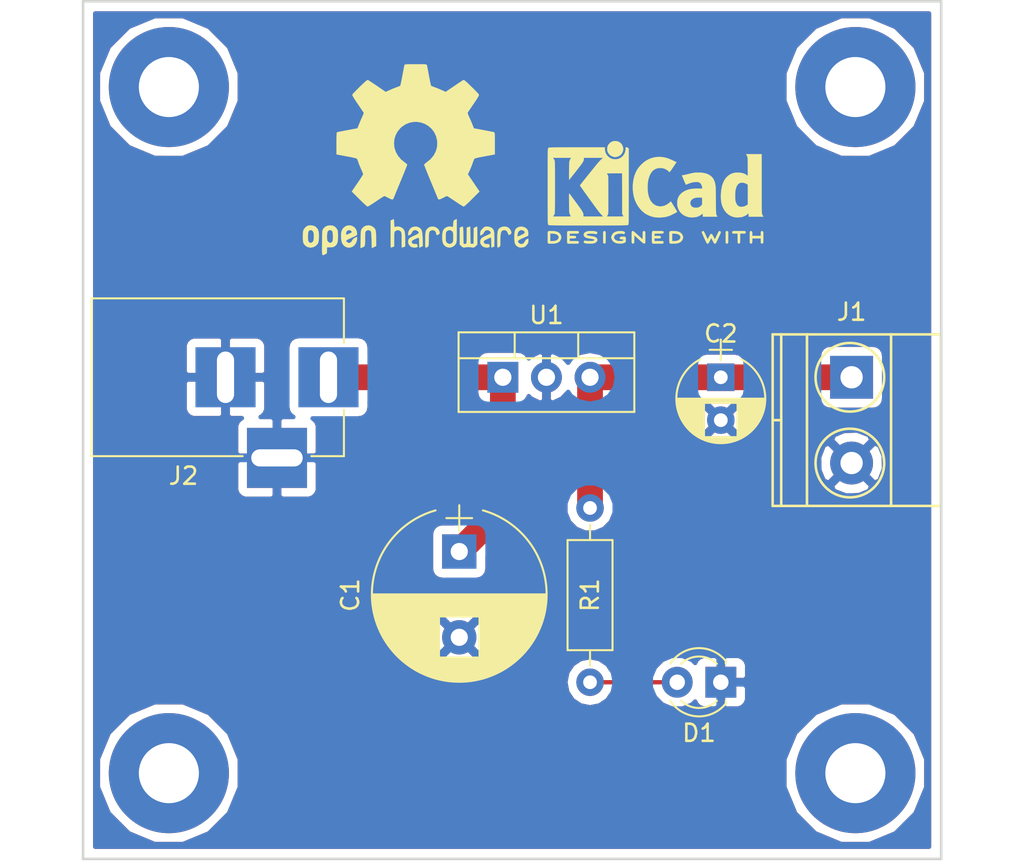
<source format=kicad_pcb>
(kicad_pcb (version 4) (host pcbnew 4.0.7)

  (general
    (links 12)
    (no_connects 0)
    (area 95.085714 99.525 154.914286 150.575)
    (thickness 1.6)
    (drawings 4)
    (tracks 7)
    (zones 0)
    (modules 13)
    (nets 5)
  )

  (page A4)
  (layers
    (0 F.Cu signal)
    (31 B.Cu signal)
    (32 B.Adhes user)
    (33 F.Adhes user)
    (34 B.Paste user)
    (35 F.Paste user)
    (36 B.SilkS user)
    (37 F.SilkS user)
    (38 B.Mask user)
    (39 F.Mask user)
    (40 Dwgs.User user)
    (41 Cmts.User user)
    (42 Eco1.User user)
    (43 Eco2.User user)
    (44 Edge.Cuts user)
    (45 Margin user)
    (46 B.CrtYd user)
    (47 F.CrtYd user)
    (48 B.Fab user)
    (49 F.Fab user)
  )

  (setup
    (last_trace_width 0.25)
    (trace_clearance 0.2)
    (zone_clearance 0.508)
    (zone_45_only no)
    (trace_min 0.2)
    (segment_width 0.2)
    (edge_width 0.15)
    (via_size 0.6)
    (via_drill 0.4)
    (via_min_size 0.4)
    (via_min_drill 0.3)
    (uvia_size 0.3)
    (uvia_drill 0.1)
    (uvias_allowed no)
    (uvia_min_size 0.2)
    (uvia_min_drill 0.1)
    (pcb_text_width 0.3)
    (pcb_text_size 1.5 1.5)
    (mod_edge_width 0.15)
    (mod_text_size 1 1)
    (mod_text_width 0.15)
    (pad_size 1.524 1.524)
    (pad_drill 0.762)
    (pad_to_mask_clearance 0.2)
    (aux_axis_origin 0 0)
    (visible_elements FFFFFF7F)
    (pcbplotparams
      (layerselection 0x01030_80000001)
      (usegerberextensions true)
      (excludeedgelayer true)
      (linewidth 0.100000)
      (plotframeref false)
      (viasonmask false)
      (mode 1)
      (useauxorigin false)
      (hpglpennumber 1)
      (hpglpenspeed 20)
      (hpglpendiameter 15)
      (hpglpenoverlay 2)
      (psnegative false)
      (psa4output false)
      (plotreference true)
      (plotvalue true)
      (plotinvisibletext false)
      (padsonsilk false)
      (subtractmaskfromsilk false)
      (outputformat 1)
      (mirror false)
      (drillshape 0)
      (scaleselection 1)
      (outputdirectory gerber/))
  )

  (net 0 "")
  (net 1 GND)
  (net 2 "Net-(D1-Pad2)")
  (net 3 +12V)
  (net 4 +9V)

  (net_class Default "This is the default net class."
    (clearance 0.2)
    (trace_width 0.25)
    (via_dia 0.6)
    (via_drill 0.4)
    (uvia_dia 0.3)
    (uvia_drill 0.1)
    (add_net GND)
    (add_net "Net-(D1-Pad2)")
  )

  (net_class PWR ""
    (clearance 0.2)
    (trace_width 1.5)
    (via_dia 0.6)
    (via_drill 0.4)
    (uvia_dia 0.3)
    (uvia_drill 0.1)
    (add_net +12V)
    (add_net +9V)
  )

  (module Capacitors_THT:CP_Radial_D10.0mm_P5.00mm (layer F.Cu) (tedit 5AF28140) (tstamp 5AF27F36)
    (at 121.92 132.08 270)
    (descr "CP, Radial series, Radial, pin pitch=5.00mm, , diameter=10mm, Electrolytic Capacitor")
    (tags "CP Radial series Radial pin pitch 5.00mm  diameter 10mm Electrolytic Capacitor")
    (path /5AF2817E)
    (fp_text reference C1 (at 2.54 6.35 270) (layer F.SilkS)
      (effects (font (size 1 1) (thickness 0.15)))
    )
    (fp_text value 1000u (at 2.5 6.31 270) (layer F.Fab)
      (effects (font (size 1 1) (thickness 0.15)))
    )
    (fp_arc (start 2.5 0) (end -2.399357 -1.38) (angle 148.5) (layer F.SilkS) (width 0.12))
    (fp_arc (start 2.5 0) (end -2.399357 1.38) (angle -148.5) (layer F.SilkS) (width 0.12))
    (fp_arc (start 2.5 0) (end 7.399357 -1.38) (angle 31.5) (layer F.SilkS) (width 0.12))
    (fp_circle (center 2.5 0) (end 7.5 0) (layer F.Fab) (width 0.1))
    (fp_line (start -2.7 0) (end -1.2 0) (layer F.Fab) (width 0.1))
    (fp_line (start -1.95 -0.75) (end -1.95 0.75) (layer F.Fab) (width 0.1))
    (fp_line (start 2.5 -5.05) (end 2.5 5.05) (layer F.SilkS) (width 0.12))
    (fp_line (start 2.54 -5.05) (end 2.54 5.05) (layer F.SilkS) (width 0.12))
    (fp_line (start 2.58 -5.05) (end 2.58 5.05) (layer F.SilkS) (width 0.12))
    (fp_line (start 2.62 -5.049) (end 2.62 5.049) (layer F.SilkS) (width 0.12))
    (fp_line (start 2.66 -5.048) (end 2.66 5.048) (layer F.SilkS) (width 0.12))
    (fp_line (start 2.7 -5.047) (end 2.7 5.047) (layer F.SilkS) (width 0.12))
    (fp_line (start 2.74 -5.045) (end 2.74 5.045) (layer F.SilkS) (width 0.12))
    (fp_line (start 2.78 -5.043) (end 2.78 5.043) (layer F.SilkS) (width 0.12))
    (fp_line (start 2.82 -5.04) (end 2.82 5.04) (layer F.SilkS) (width 0.12))
    (fp_line (start 2.86 -5.038) (end 2.86 5.038) (layer F.SilkS) (width 0.12))
    (fp_line (start 2.9 -5.035) (end 2.9 5.035) (layer F.SilkS) (width 0.12))
    (fp_line (start 2.94 -5.031) (end 2.94 5.031) (layer F.SilkS) (width 0.12))
    (fp_line (start 2.98 -5.028) (end 2.98 5.028) (layer F.SilkS) (width 0.12))
    (fp_line (start 3.02 -5.024) (end 3.02 5.024) (layer F.SilkS) (width 0.12))
    (fp_line (start 3.06 -5.02) (end 3.06 5.02) (layer F.SilkS) (width 0.12))
    (fp_line (start 3.1 -5.015) (end 3.1 5.015) (layer F.SilkS) (width 0.12))
    (fp_line (start 3.14 -5.01) (end 3.14 5.01) (layer F.SilkS) (width 0.12))
    (fp_line (start 3.18 -5.005) (end 3.18 5.005) (layer F.SilkS) (width 0.12))
    (fp_line (start 3.221 -4.999) (end 3.221 4.999) (layer F.SilkS) (width 0.12))
    (fp_line (start 3.261 -4.993) (end 3.261 4.993) (layer F.SilkS) (width 0.12))
    (fp_line (start 3.301 -4.987) (end 3.301 4.987) (layer F.SilkS) (width 0.12))
    (fp_line (start 3.341 -4.981) (end 3.341 4.981) (layer F.SilkS) (width 0.12))
    (fp_line (start 3.381 -4.974) (end 3.381 4.974) (layer F.SilkS) (width 0.12))
    (fp_line (start 3.421 -4.967) (end 3.421 4.967) (layer F.SilkS) (width 0.12))
    (fp_line (start 3.461 -4.959) (end 3.461 4.959) (layer F.SilkS) (width 0.12))
    (fp_line (start 3.501 -4.951) (end 3.501 4.951) (layer F.SilkS) (width 0.12))
    (fp_line (start 3.541 -4.943) (end 3.541 4.943) (layer F.SilkS) (width 0.12))
    (fp_line (start 3.581 -4.935) (end 3.581 4.935) (layer F.SilkS) (width 0.12))
    (fp_line (start 3.621 -4.926) (end 3.621 4.926) (layer F.SilkS) (width 0.12))
    (fp_line (start 3.661 -4.917) (end 3.661 4.917) (layer F.SilkS) (width 0.12))
    (fp_line (start 3.701 -4.907) (end 3.701 4.907) (layer F.SilkS) (width 0.12))
    (fp_line (start 3.741 -4.897) (end 3.741 4.897) (layer F.SilkS) (width 0.12))
    (fp_line (start 3.781 -4.887) (end 3.781 4.887) (layer F.SilkS) (width 0.12))
    (fp_line (start 3.821 -4.876) (end 3.821 -1.181) (layer F.SilkS) (width 0.12))
    (fp_line (start 3.821 1.181) (end 3.821 4.876) (layer F.SilkS) (width 0.12))
    (fp_line (start 3.861 -4.865) (end 3.861 -1.181) (layer F.SilkS) (width 0.12))
    (fp_line (start 3.861 1.181) (end 3.861 4.865) (layer F.SilkS) (width 0.12))
    (fp_line (start 3.901 -4.854) (end 3.901 -1.181) (layer F.SilkS) (width 0.12))
    (fp_line (start 3.901 1.181) (end 3.901 4.854) (layer F.SilkS) (width 0.12))
    (fp_line (start 3.941 -4.843) (end 3.941 -1.181) (layer F.SilkS) (width 0.12))
    (fp_line (start 3.941 1.181) (end 3.941 4.843) (layer F.SilkS) (width 0.12))
    (fp_line (start 3.981 -4.831) (end 3.981 -1.181) (layer F.SilkS) (width 0.12))
    (fp_line (start 3.981 1.181) (end 3.981 4.831) (layer F.SilkS) (width 0.12))
    (fp_line (start 4.021 -4.818) (end 4.021 -1.181) (layer F.SilkS) (width 0.12))
    (fp_line (start 4.021 1.181) (end 4.021 4.818) (layer F.SilkS) (width 0.12))
    (fp_line (start 4.061 -4.806) (end 4.061 -1.181) (layer F.SilkS) (width 0.12))
    (fp_line (start 4.061 1.181) (end 4.061 4.806) (layer F.SilkS) (width 0.12))
    (fp_line (start 4.101 -4.792) (end 4.101 -1.181) (layer F.SilkS) (width 0.12))
    (fp_line (start 4.101 1.181) (end 4.101 4.792) (layer F.SilkS) (width 0.12))
    (fp_line (start 4.141 -4.779) (end 4.141 -1.181) (layer F.SilkS) (width 0.12))
    (fp_line (start 4.141 1.181) (end 4.141 4.779) (layer F.SilkS) (width 0.12))
    (fp_line (start 4.181 -4.765) (end 4.181 -1.181) (layer F.SilkS) (width 0.12))
    (fp_line (start 4.181 1.181) (end 4.181 4.765) (layer F.SilkS) (width 0.12))
    (fp_line (start 4.221 -4.751) (end 4.221 -1.181) (layer F.SilkS) (width 0.12))
    (fp_line (start 4.221 1.181) (end 4.221 4.751) (layer F.SilkS) (width 0.12))
    (fp_line (start 4.261 -4.737) (end 4.261 -1.181) (layer F.SilkS) (width 0.12))
    (fp_line (start 4.261 1.181) (end 4.261 4.737) (layer F.SilkS) (width 0.12))
    (fp_line (start 4.301 -4.722) (end 4.301 -1.181) (layer F.SilkS) (width 0.12))
    (fp_line (start 4.301 1.181) (end 4.301 4.722) (layer F.SilkS) (width 0.12))
    (fp_line (start 4.341 -4.706) (end 4.341 -1.181) (layer F.SilkS) (width 0.12))
    (fp_line (start 4.341 1.181) (end 4.341 4.706) (layer F.SilkS) (width 0.12))
    (fp_line (start 4.381 -4.691) (end 4.381 -1.181) (layer F.SilkS) (width 0.12))
    (fp_line (start 4.381 1.181) (end 4.381 4.691) (layer F.SilkS) (width 0.12))
    (fp_line (start 4.421 -4.674) (end 4.421 -1.181) (layer F.SilkS) (width 0.12))
    (fp_line (start 4.421 1.181) (end 4.421 4.674) (layer F.SilkS) (width 0.12))
    (fp_line (start 4.461 -4.658) (end 4.461 -1.181) (layer F.SilkS) (width 0.12))
    (fp_line (start 4.461 1.181) (end 4.461 4.658) (layer F.SilkS) (width 0.12))
    (fp_line (start 4.501 -4.641) (end 4.501 -1.181) (layer F.SilkS) (width 0.12))
    (fp_line (start 4.501 1.181) (end 4.501 4.641) (layer F.SilkS) (width 0.12))
    (fp_line (start 4.541 -4.624) (end 4.541 -1.181) (layer F.SilkS) (width 0.12))
    (fp_line (start 4.541 1.181) (end 4.541 4.624) (layer F.SilkS) (width 0.12))
    (fp_line (start 4.581 -4.606) (end 4.581 -1.181) (layer F.SilkS) (width 0.12))
    (fp_line (start 4.581 1.181) (end 4.581 4.606) (layer F.SilkS) (width 0.12))
    (fp_line (start 4.621 -4.588) (end 4.621 -1.181) (layer F.SilkS) (width 0.12))
    (fp_line (start 4.621 1.181) (end 4.621 4.588) (layer F.SilkS) (width 0.12))
    (fp_line (start 4.661 -4.569) (end 4.661 -1.181) (layer F.SilkS) (width 0.12))
    (fp_line (start 4.661 1.181) (end 4.661 4.569) (layer F.SilkS) (width 0.12))
    (fp_line (start 4.701 -4.55) (end 4.701 -1.181) (layer F.SilkS) (width 0.12))
    (fp_line (start 4.701 1.181) (end 4.701 4.55) (layer F.SilkS) (width 0.12))
    (fp_line (start 4.741 -4.531) (end 4.741 -1.181) (layer F.SilkS) (width 0.12))
    (fp_line (start 4.741 1.181) (end 4.741 4.531) (layer F.SilkS) (width 0.12))
    (fp_line (start 4.781 -4.511) (end 4.781 -1.181) (layer F.SilkS) (width 0.12))
    (fp_line (start 4.781 1.181) (end 4.781 4.511) (layer F.SilkS) (width 0.12))
    (fp_line (start 4.821 -4.491) (end 4.821 -1.181) (layer F.SilkS) (width 0.12))
    (fp_line (start 4.821 1.181) (end 4.821 4.491) (layer F.SilkS) (width 0.12))
    (fp_line (start 4.861 -4.47) (end 4.861 -1.181) (layer F.SilkS) (width 0.12))
    (fp_line (start 4.861 1.181) (end 4.861 4.47) (layer F.SilkS) (width 0.12))
    (fp_line (start 4.901 -4.449) (end 4.901 -1.181) (layer F.SilkS) (width 0.12))
    (fp_line (start 4.901 1.181) (end 4.901 4.449) (layer F.SilkS) (width 0.12))
    (fp_line (start 4.941 -4.428) (end 4.941 -1.181) (layer F.SilkS) (width 0.12))
    (fp_line (start 4.941 1.181) (end 4.941 4.428) (layer F.SilkS) (width 0.12))
    (fp_line (start 4.981 -4.405) (end 4.981 -1.181) (layer F.SilkS) (width 0.12))
    (fp_line (start 4.981 1.181) (end 4.981 4.405) (layer F.SilkS) (width 0.12))
    (fp_line (start 5.021 -4.383) (end 5.021 -1.181) (layer F.SilkS) (width 0.12))
    (fp_line (start 5.021 1.181) (end 5.021 4.383) (layer F.SilkS) (width 0.12))
    (fp_line (start 5.061 -4.36) (end 5.061 -1.181) (layer F.SilkS) (width 0.12))
    (fp_line (start 5.061 1.181) (end 5.061 4.36) (layer F.SilkS) (width 0.12))
    (fp_line (start 5.101 -4.336) (end 5.101 -1.181) (layer F.SilkS) (width 0.12))
    (fp_line (start 5.101 1.181) (end 5.101 4.336) (layer F.SilkS) (width 0.12))
    (fp_line (start 5.141 -4.312) (end 5.141 -1.181) (layer F.SilkS) (width 0.12))
    (fp_line (start 5.141 1.181) (end 5.141 4.312) (layer F.SilkS) (width 0.12))
    (fp_line (start 5.181 -4.288) (end 5.181 -1.181) (layer F.SilkS) (width 0.12))
    (fp_line (start 5.181 1.181) (end 5.181 4.288) (layer F.SilkS) (width 0.12))
    (fp_line (start 5.221 -4.263) (end 5.221 -1.181) (layer F.SilkS) (width 0.12))
    (fp_line (start 5.221 1.181) (end 5.221 4.263) (layer F.SilkS) (width 0.12))
    (fp_line (start 5.261 -4.237) (end 5.261 -1.181) (layer F.SilkS) (width 0.12))
    (fp_line (start 5.261 1.181) (end 5.261 4.237) (layer F.SilkS) (width 0.12))
    (fp_line (start 5.301 -4.211) (end 5.301 -1.181) (layer F.SilkS) (width 0.12))
    (fp_line (start 5.301 1.181) (end 5.301 4.211) (layer F.SilkS) (width 0.12))
    (fp_line (start 5.341 -4.185) (end 5.341 -1.181) (layer F.SilkS) (width 0.12))
    (fp_line (start 5.341 1.181) (end 5.341 4.185) (layer F.SilkS) (width 0.12))
    (fp_line (start 5.381 -4.157) (end 5.381 -1.181) (layer F.SilkS) (width 0.12))
    (fp_line (start 5.381 1.181) (end 5.381 4.157) (layer F.SilkS) (width 0.12))
    (fp_line (start 5.421 -4.13) (end 5.421 -1.181) (layer F.SilkS) (width 0.12))
    (fp_line (start 5.421 1.181) (end 5.421 4.13) (layer F.SilkS) (width 0.12))
    (fp_line (start 5.461 -4.101) (end 5.461 -1.181) (layer F.SilkS) (width 0.12))
    (fp_line (start 5.461 1.181) (end 5.461 4.101) (layer F.SilkS) (width 0.12))
    (fp_line (start 5.501 -4.072) (end 5.501 -1.181) (layer F.SilkS) (width 0.12))
    (fp_line (start 5.501 1.181) (end 5.501 4.072) (layer F.SilkS) (width 0.12))
    (fp_line (start 5.541 -4.043) (end 5.541 -1.181) (layer F.SilkS) (width 0.12))
    (fp_line (start 5.541 1.181) (end 5.541 4.043) (layer F.SilkS) (width 0.12))
    (fp_line (start 5.581 -4.013) (end 5.581 -1.181) (layer F.SilkS) (width 0.12))
    (fp_line (start 5.581 1.181) (end 5.581 4.013) (layer F.SilkS) (width 0.12))
    (fp_line (start 5.621 -3.982) (end 5.621 -1.181) (layer F.SilkS) (width 0.12))
    (fp_line (start 5.621 1.181) (end 5.621 3.982) (layer F.SilkS) (width 0.12))
    (fp_line (start 5.661 -3.951) (end 5.661 -1.181) (layer F.SilkS) (width 0.12))
    (fp_line (start 5.661 1.181) (end 5.661 3.951) (layer F.SilkS) (width 0.12))
    (fp_line (start 5.701 -3.919) (end 5.701 -1.181) (layer F.SilkS) (width 0.12))
    (fp_line (start 5.701 1.181) (end 5.701 3.919) (layer F.SilkS) (width 0.12))
    (fp_line (start 5.741 -3.886) (end 5.741 -1.181) (layer F.SilkS) (width 0.12))
    (fp_line (start 5.741 1.181) (end 5.741 3.886) (layer F.SilkS) (width 0.12))
    (fp_line (start 5.781 -3.853) (end 5.781 -1.181) (layer F.SilkS) (width 0.12))
    (fp_line (start 5.781 1.181) (end 5.781 3.853) (layer F.SilkS) (width 0.12))
    (fp_line (start 5.821 -3.819) (end 5.821 -1.181) (layer F.SilkS) (width 0.12))
    (fp_line (start 5.821 1.181) (end 5.821 3.819) (layer F.SilkS) (width 0.12))
    (fp_line (start 5.861 -3.784) (end 5.861 -1.181) (layer F.SilkS) (width 0.12))
    (fp_line (start 5.861 1.181) (end 5.861 3.784) (layer F.SilkS) (width 0.12))
    (fp_line (start 5.901 -3.748) (end 5.901 -1.181) (layer F.SilkS) (width 0.12))
    (fp_line (start 5.901 1.181) (end 5.901 3.748) (layer F.SilkS) (width 0.12))
    (fp_line (start 5.941 -3.712) (end 5.941 -1.181) (layer F.SilkS) (width 0.12))
    (fp_line (start 5.941 1.181) (end 5.941 3.712) (layer F.SilkS) (width 0.12))
    (fp_line (start 5.981 -3.675) (end 5.981 -1.181) (layer F.SilkS) (width 0.12))
    (fp_line (start 5.981 1.181) (end 5.981 3.675) (layer F.SilkS) (width 0.12))
    (fp_line (start 6.021 -3.637) (end 6.021 -1.181) (layer F.SilkS) (width 0.12))
    (fp_line (start 6.021 1.181) (end 6.021 3.637) (layer F.SilkS) (width 0.12))
    (fp_line (start 6.061 -3.598) (end 6.061 -1.181) (layer F.SilkS) (width 0.12))
    (fp_line (start 6.061 1.181) (end 6.061 3.598) (layer F.SilkS) (width 0.12))
    (fp_line (start 6.101 -3.559) (end 6.101 -1.181) (layer F.SilkS) (width 0.12))
    (fp_line (start 6.101 1.181) (end 6.101 3.559) (layer F.SilkS) (width 0.12))
    (fp_line (start 6.141 -3.518) (end 6.141 -1.181) (layer F.SilkS) (width 0.12))
    (fp_line (start 6.141 1.181) (end 6.141 3.518) (layer F.SilkS) (width 0.12))
    (fp_line (start 6.181 -3.477) (end 6.181 3.477) (layer F.SilkS) (width 0.12))
    (fp_line (start 6.221 -3.435) (end 6.221 3.435) (layer F.SilkS) (width 0.12))
    (fp_line (start 6.261 -3.391) (end 6.261 3.391) (layer F.SilkS) (width 0.12))
    (fp_line (start 6.301 -3.347) (end 6.301 3.347) (layer F.SilkS) (width 0.12))
    (fp_line (start 6.341 -3.302) (end 6.341 3.302) (layer F.SilkS) (width 0.12))
    (fp_line (start 6.381 -3.255) (end 6.381 3.255) (layer F.SilkS) (width 0.12))
    (fp_line (start 6.421 -3.207) (end 6.421 3.207) (layer F.SilkS) (width 0.12))
    (fp_line (start 6.461 -3.158) (end 6.461 3.158) (layer F.SilkS) (width 0.12))
    (fp_line (start 6.501 -3.108) (end 6.501 3.108) (layer F.SilkS) (width 0.12))
    (fp_line (start 6.541 -3.057) (end 6.541 3.057) (layer F.SilkS) (width 0.12))
    (fp_line (start 6.581 -3.004) (end 6.581 3.004) (layer F.SilkS) (width 0.12))
    (fp_line (start 6.621 -2.949) (end 6.621 2.949) (layer F.SilkS) (width 0.12))
    (fp_line (start 6.661 -2.894) (end 6.661 2.894) (layer F.SilkS) (width 0.12))
    (fp_line (start 6.701 -2.836) (end 6.701 2.836) (layer F.SilkS) (width 0.12))
    (fp_line (start 6.741 -2.777) (end 6.741 2.777) (layer F.SilkS) (width 0.12))
    (fp_line (start 6.781 -2.715) (end 6.781 2.715) (layer F.SilkS) (width 0.12))
    (fp_line (start 6.821 -2.652) (end 6.821 2.652) (layer F.SilkS) (width 0.12))
    (fp_line (start 6.861 -2.587) (end 6.861 2.587) (layer F.SilkS) (width 0.12))
    (fp_line (start 6.901 -2.519) (end 6.901 2.519) (layer F.SilkS) (width 0.12))
    (fp_line (start 6.941 -2.449) (end 6.941 2.449) (layer F.SilkS) (width 0.12))
    (fp_line (start 6.981 -2.377) (end 6.981 2.377) (layer F.SilkS) (width 0.12))
    (fp_line (start 7.021 -2.301) (end 7.021 2.301) (layer F.SilkS) (width 0.12))
    (fp_line (start 7.061 -2.222) (end 7.061 2.222) (layer F.SilkS) (width 0.12))
    (fp_line (start 7.101 -2.14) (end 7.101 2.14) (layer F.SilkS) (width 0.12))
    (fp_line (start 7.141 -2.053) (end 7.141 2.053) (layer F.SilkS) (width 0.12))
    (fp_line (start 7.181 -1.962) (end 7.181 1.962) (layer F.SilkS) (width 0.12))
    (fp_line (start 7.221 -1.866) (end 7.221 1.866) (layer F.SilkS) (width 0.12))
    (fp_line (start 7.261 -1.763) (end 7.261 1.763) (layer F.SilkS) (width 0.12))
    (fp_line (start 7.301 -1.654) (end 7.301 1.654) (layer F.SilkS) (width 0.12))
    (fp_line (start 7.341 -1.536) (end 7.341 1.536) (layer F.SilkS) (width 0.12))
    (fp_line (start 7.381 -1.407) (end 7.381 1.407) (layer F.SilkS) (width 0.12))
    (fp_line (start 7.421 -1.265) (end 7.421 1.265) (layer F.SilkS) (width 0.12))
    (fp_line (start 7.461 -1.104) (end 7.461 1.104) (layer F.SilkS) (width 0.12))
    (fp_line (start 7.501 -0.913) (end 7.501 0.913) (layer F.SilkS) (width 0.12))
    (fp_line (start 7.541 -0.672) (end 7.541 0.672) (layer F.SilkS) (width 0.12))
    (fp_line (start 7.581 -0.279) (end 7.581 0.279) (layer F.SilkS) (width 0.12))
    (fp_line (start -2.7 0) (end -1.2 0) (layer F.SilkS) (width 0.12))
    (fp_line (start -1.95 -0.75) (end -1.95 0.75) (layer F.SilkS) (width 0.12))
    (fp_line (start -2.85 -5.35) (end -2.85 5.35) (layer F.CrtYd) (width 0.05))
    (fp_line (start -2.85 5.35) (end 7.85 5.35) (layer F.CrtYd) (width 0.05))
    (fp_line (start 7.85 5.35) (end 7.85 -5.35) (layer F.CrtYd) (width 0.05))
    (fp_line (start 7.85 -5.35) (end -2.85 -5.35) (layer F.CrtYd) (width 0.05))
    (fp_text user %R (at 2.5 0 270) (layer F.Fab)
      (effects (font (size 1 1) (thickness 0.15)))
    )
    (pad 1 thru_hole rect (at 0 0 270) (size 2 2) (drill 1) (layers *.Cu *.Mask)
      (net 3 +12V))
    (pad 2 thru_hole circle (at 5 0 270) (size 2 2) (drill 1) (layers *.Cu *.Mask)
      (net 1 GND))
    (model ${KISYS3DMOD}/Capacitors_THT.3dshapes/CP_Radial_D10.0mm_P5.00mm.wrl
      (at (xyz 0 0 0))
      (scale (xyz 1 1 1))
      (rotate (xyz 0 0 0))
    )
  )

  (module Capacitors_THT:CP_Radial_D5.0mm_P2.50mm (layer F.Cu) (tedit 5AF2812D) (tstamp 5AF27FBB)
    (at 137.16 121.92 270)
    (descr "CP, Radial series, Radial, pin pitch=2.50mm, , diameter=5mm, Electrolytic Capacitor")
    (tags "CP Radial series Radial pin pitch 2.50mm  diameter 5mm Electrolytic Capacitor")
    (path /5AF282F8)
    (fp_text reference C2 (at -2.54 0 360) (layer F.SilkS)
      (effects (font (size 1 1) (thickness 0.15)))
    )
    (fp_text value 10u (at 1.25 3.81 270) (layer F.Fab)
      (effects (font (size 1 1) (thickness 0.15)))
    )
    (fp_arc (start 1.25 0) (end -1.05558 -1.18) (angle 125.8) (layer F.SilkS) (width 0.12))
    (fp_arc (start 1.25 0) (end -1.05558 1.18) (angle -125.8) (layer F.SilkS) (width 0.12))
    (fp_arc (start 1.25 0) (end 3.55558 -1.18) (angle 54.2) (layer F.SilkS) (width 0.12))
    (fp_circle (center 1.25 0) (end 3.75 0) (layer F.Fab) (width 0.1))
    (fp_line (start -2.2 0) (end -1 0) (layer F.Fab) (width 0.1))
    (fp_line (start -1.6 -0.65) (end -1.6 0.65) (layer F.Fab) (width 0.1))
    (fp_line (start 1.25 -2.55) (end 1.25 2.55) (layer F.SilkS) (width 0.12))
    (fp_line (start 1.29 -2.55) (end 1.29 2.55) (layer F.SilkS) (width 0.12))
    (fp_line (start 1.33 -2.549) (end 1.33 2.549) (layer F.SilkS) (width 0.12))
    (fp_line (start 1.37 -2.548) (end 1.37 2.548) (layer F.SilkS) (width 0.12))
    (fp_line (start 1.41 -2.546) (end 1.41 2.546) (layer F.SilkS) (width 0.12))
    (fp_line (start 1.45 -2.543) (end 1.45 2.543) (layer F.SilkS) (width 0.12))
    (fp_line (start 1.49 -2.539) (end 1.49 2.539) (layer F.SilkS) (width 0.12))
    (fp_line (start 1.53 -2.535) (end 1.53 -0.98) (layer F.SilkS) (width 0.12))
    (fp_line (start 1.53 0.98) (end 1.53 2.535) (layer F.SilkS) (width 0.12))
    (fp_line (start 1.57 -2.531) (end 1.57 -0.98) (layer F.SilkS) (width 0.12))
    (fp_line (start 1.57 0.98) (end 1.57 2.531) (layer F.SilkS) (width 0.12))
    (fp_line (start 1.61 -2.525) (end 1.61 -0.98) (layer F.SilkS) (width 0.12))
    (fp_line (start 1.61 0.98) (end 1.61 2.525) (layer F.SilkS) (width 0.12))
    (fp_line (start 1.65 -2.519) (end 1.65 -0.98) (layer F.SilkS) (width 0.12))
    (fp_line (start 1.65 0.98) (end 1.65 2.519) (layer F.SilkS) (width 0.12))
    (fp_line (start 1.69 -2.513) (end 1.69 -0.98) (layer F.SilkS) (width 0.12))
    (fp_line (start 1.69 0.98) (end 1.69 2.513) (layer F.SilkS) (width 0.12))
    (fp_line (start 1.73 -2.506) (end 1.73 -0.98) (layer F.SilkS) (width 0.12))
    (fp_line (start 1.73 0.98) (end 1.73 2.506) (layer F.SilkS) (width 0.12))
    (fp_line (start 1.77 -2.498) (end 1.77 -0.98) (layer F.SilkS) (width 0.12))
    (fp_line (start 1.77 0.98) (end 1.77 2.498) (layer F.SilkS) (width 0.12))
    (fp_line (start 1.81 -2.489) (end 1.81 -0.98) (layer F.SilkS) (width 0.12))
    (fp_line (start 1.81 0.98) (end 1.81 2.489) (layer F.SilkS) (width 0.12))
    (fp_line (start 1.85 -2.48) (end 1.85 -0.98) (layer F.SilkS) (width 0.12))
    (fp_line (start 1.85 0.98) (end 1.85 2.48) (layer F.SilkS) (width 0.12))
    (fp_line (start 1.89 -2.47) (end 1.89 -0.98) (layer F.SilkS) (width 0.12))
    (fp_line (start 1.89 0.98) (end 1.89 2.47) (layer F.SilkS) (width 0.12))
    (fp_line (start 1.93 -2.46) (end 1.93 -0.98) (layer F.SilkS) (width 0.12))
    (fp_line (start 1.93 0.98) (end 1.93 2.46) (layer F.SilkS) (width 0.12))
    (fp_line (start 1.971 -2.448) (end 1.971 -0.98) (layer F.SilkS) (width 0.12))
    (fp_line (start 1.971 0.98) (end 1.971 2.448) (layer F.SilkS) (width 0.12))
    (fp_line (start 2.011 -2.436) (end 2.011 -0.98) (layer F.SilkS) (width 0.12))
    (fp_line (start 2.011 0.98) (end 2.011 2.436) (layer F.SilkS) (width 0.12))
    (fp_line (start 2.051 -2.424) (end 2.051 -0.98) (layer F.SilkS) (width 0.12))
    (fp_line (start 2.051 0.98) (end 2.051 2.424) (layer F.SilkS) (width 0.12))
    (fp_line (start 2.091 -2.41) (end 2.091 -0.98) (layer F.SilkS) (width 0.12))
    (fp_line (start 2.091 0.98) (end 2.091 2.41) (layer F.SilkS) (width 0.12))
    (fp_line (start 2.131 -2.396) (end 2.131 -0.98) (layer F.SilkS) (width 0.12))
    (fp_line (start 2.131 0.98) (end 2.131 2.396) (layer F.SilkS) (width 0.12))
    (fp_line (start 2.171 -2.382) (end 2.171 -0.98) (layer F.SilkS) (width 0.12))
    (fp_line (start 2.171 0.98) (end 2.171 2.382) (layer F.SilkS) (width 0.12))
    (fp_line (start 2.211 -2.366) (end 2.211 -0.98) (layer F.SilkS) (width 0.12))
    (fp_line (start 2.211 0.98) (end 2.211 2.366) (layer F.SilkS) (width 0.12))
    (fp_line (start 2.251 -2.35) (end 2.251 -0.98) (layer F.SilkS) (width 0.12))
    (fp_line (start 2.251 0.98) (end 2.251 2.35) (layer F.SilkS) (width 0.12))
    (fp_line (start 2.291 -2.333) (end 2.291 -0.98) (layer F.SilkS) (width 0.12))
    (fp_line (start 2.291 0.98) (end 2.291 2.333) (layer F.SilkS) (width 0.12))
    (fp_line (start 2.331 -2.315) (end 2.331 -0.98) (layer F.SilkS) (width 0.12))
    (fp_line (start 2.331 0.98) (end 2.331 2.315) (layer F.SilkS) (width 0.12))
    (fp_line (start 2.371 -2.296) (end 2.371 -0.98) (layer F.SilkS) (width 0.12))
    (fp_line (start 2.371 0.98) (end 2.371 2.296) (layer F.SilkS) (width 0.12))
    (fp_line (start 2.411 -2.276) (end 2.411 -0.98) (layer F.SilkS) (width 0.12))
    (fp_line (start 2.411 0.98) (end 2.411 2.276) (layer F.SilkS) (width 0.12))
    (fp_line (start 2.451 -2.256) (end 2.451 -0.98) (layer F.SilkS) (width 0.12))
    (fp_line (start 2.451 0.98) (end 2.451 2.256) (layer F.SilkS) (width 0.12))
    (fp_line (start 2.491 -2.234) (end 2.491 -0.98) (layer F.SilkS) (width 0.12))
    (fp_line (start 2.491 0.98) (end 2.491 2.234) (layer F.SilkS) (width 0.12))
    (fp_line (start 2.531 -2.212) (end 2.531 -0.98) (layer F.SilkS) (width 0.12))
    (fp_line (start 2.531 0.98) (end 2.531 2.212) (layer F.SilkS) (width 0.12))
    (fp_line (start 2.571 -2.189) (end 2.571 -0.98) (layer F.SilkS) (width 0.12))
    (fp_line (start 2.571 0.98) (end 2.571 2.189) (layer F.SilkS) (width 0.12))
    (fp_line (start 2.611 -2.165) (end 2.611 -0.98) (layer F.SilkS) (width 0.12))
    (fp_line (start 2.611 0.98) (end 2.611 2.165) (layer F.SilkS) (width 0.12))
    (fp_line (start 2.651 -2.14) (end 2.651 -0.98) (layer F.SilkS) (width 0.12))
    (fp_line (start 2.651 0.98) (end 2.651 2.14) (layer F.SilkS) (width 0.12))
    (fp_line (start 2.691 -2.113) (end 2.691 -0.98) (layer F.SilkS) (width 0.12))
    (fp_line (start 2.691 0.98) (end 2.691 2.113) (layer F.SilkS) (width 0.12))
    (fp_line (start 2.731 -2.086) (end 2.731 -0.98) (layer F.SilkS) (width 0.12))
    (fp_line (start 2.731 0.98) (end 2.731 2.086) (layer F.SilkS) (width 0.12))
    (fp_line (start 2.771 -2.058) (end 2.771 -0.98) (layer F.SilkS) (width 0.12))
    (fp_line (start 2.771 0.98) (end 2.771 2.058) (layer F.SilkS) (width 0.12))
    (fp_line (start 2.811 -2.028) (end 2.811 -0.98) (layer F.SilkS) (width 0.12))
    (fp_line (start 2.811 0.98) (end 2.811 2.028) (layer F.SilkS) (width 0.12))
    (fp_line (start 2.851 -1.997) (end 2.851 -0.98) (layer F.SilkS) (width 0.12))
    (fp_line (start 2.851 0.98) (end 2.851 1.997) (layer F.SilkS) (width 0.12))
    (fp_line (start 2.891 -1.965) (end 2.891 -0.98) (layer F.SilkS) (width 0.12))
    (fp_line (start 2.891 0.98) (end 2.891 1.965) (layer F.SilkS) (width 0.12))
    (fp_line (start 2.931 -1.932) (end 2.931 -0.98) (layer F.SilkS) (width 0.12))
    (fp_line (start 2.931 0.98) (end 2.931 1.932) (layer F.SilkS) (width 0.12))
    (fp_line (start 2.971 -1.897) (end 2.971 -0.98) (layer F.SilkS) (width 0.12))
    (fp_line (start 2.971 0.98) (end 2.971 1.897) (layer F.SilkS) (width 0.12))
    (fp_line (start 3.011 -1.861) (end 3.011 -0.98) (layer F.SilkS) (width 0.12))
    (fp_line (start 3.011 0.98) (end 3.011 1.861) (layer F.SilkS) (width 0.12))
    (fp_line (start 3.051 -1.823) (end 3.051 -0.98) (layer F.SilkS) (width 0.12))
    (fp_line (start 3.051 0.98) (end 3.051 1.823) (layer F.SilkS) (width 0.12))
    (fp_line (start 3.091 -1.783) (end 3.091 -0.98) (layer F.SilkS) (width 0.12))
    (fp_line (start 3.091 0.98) (end 3.091 1.783) (layer F.SilkS) (width 0.12))
    (fp_line (start 3.131 -1.742) (end 3.131 -0.98) (layer F.SilkS) (width 0.12))
    (fp_line (start 3.131 0.98) (end 3.131 1.742) (layer F.SilkS) (width 0.12))
    (fp_line (start 3.171 -1.699) (end 3.171 -0.98) (layer F.SilkS) (width 0.12))
    (fp_line (start 3.171 0.98) (end 3.171 1.699) (layer F.SilkS) (width 0.12))
    (fp_line (start 3.211 -1.654) (end 3.211 -0.98) (layer F.SilkS) (width 0.12))
    (fp_line (start 3.211 0.98) (end 3.211 1.654) (layer F.SilkS) (width 0.12))
    (fp_line (start 3.251 -1.606) (end 3.251 -0.98) (layer F.SilkS) (width 0.12))
    (fp_line (start 3.251 0.98) (end 3.251 1.606) (layer F.SilkS) (width 0.12))
    (fp_line (start 3.291 -1.556) (end 3.291 -0.98) (layer F.SilkS) (width 0.12))
    (fp_line (start 3.291 0.98) (end 3.291 1.556) (layer F.SilkS) (width 0.12))
    (fp_line (start 3.331 -1.504) (end 3.331 -0.98) (layer F.SilkS) (width 0.12))
    (fp_line (start 3.331 0.98) (end 3.331 1.504) (layer F.SilkS) (width 0.12))
    (fp_line (start 3.371 -1.448) (end 3.371 -0.98) (layer F.SilkS) (width 0.12))
    (fp_line (start 3.371 0.98) (end 3.371 1.448) (layer F.SilkS) (width 0.12))
    (fp_line (start 3.411 -1.39) (end 3.411 -0.98) (layer F.SilkS) (width 0.12))
    (fp_line (start 3.411 0.98) (end 3.411 1.39) (layer F.SilkS) (width 0.12))
    (fp_line (start 3.451 -1.327) (end 3.451 -0.98) (layer F.SilkS) (width 0.12))
    (fp_line (start 3.451 0.98) (end 3.451 1.327) (layer F.SilkS) (width 0.12))
    (fp_line (start 3.491 -1.261) (end 3.491 1.261) (layer F.SilkS) (width 0.12))
    (fp_line (start 3.531 -1.189) (end 3.531 1.189) (layer F.SilkS) (width 0.12))
    (fp_line (start 3.571 -1.112) (end 3.571 1.112) (layer F.SilkS) (width 0.12))
    (fp_line (start 3.611 -1.028) (end 3.611 1.028) (layer F.SilkS) (width 0.12))
    (fp_line (start 3.651 -0.934) (end 3.651 0.934) (layer F.SilkS) (width 0.12))
    (fp_line (start 3.691 -0.829) (end 3.691 0.829) (layer F.SilkS) (width 0.12))
    (fp_line (start 3.731 -0.707) (end 3.731 0.707) (layer F.SilkS) (width 0.12))
    (fp_line (start 3.771 -0.559) (end 3.771 0.559) (layer F.SilkS) (width 0.12))
    (fp_line (start 3.811 -0.354) (end 3.811 0.354) (layer F.SilkS) (width 0.12))
    (fp_line (start -2.2 0) (end -1 0) (layer F.SilkS) (width 0.12))
    (fp_line (start -1.6 -0.65) (end -1.6 0.65) (layer F.SilkS) (width 0.12))
    (fp_line (start -1.6 -2.85) (end -1.6 2.85) (layer F.CrtYd) (width 0.05))
    (fp_line (start -1.6 2.85) (end 4.1 2.85) (layer F.CrtYd) (width 0.05))
    (fp_line (start 4.1 2.85) (end 4.1 -2.85) (layer F.CrtYd) (width 0.05))
    (fp_line (start 4.1 -2.85) (end -1.6 -2.85) (layer F.CrtYd) (width 0.05))
    (fp_text user %R (at 1.25 0 270) (layer F.Fab)
      (effects (font (size 1 1) (thickness 0.15)))
    )
    (pad 1 thru_hole rect (at 0 0 270) (size 1.6 1.6) (drill 0.8) (layers *.Cu *.Mask)
      (net 4 +9V))
    (pad 2 thru_hole circle (at 2.5 0 270) (size 1.6 1.6) (drill 0.8) (layers *.Cu *.Mask)
      (net 1 GND))
    (model ${KISYS3DMOD}/Capacitors_THT.3dshapes/CP_Radial_D5.0mm_P2.50mm.wrl
      (at (xyz 0 0 0))
      (scale (xyz 1 1 1))
      (rotate (xyz 0 0 0))
    )
  )

  (module LEDs:LED_D3.0mm (layer F.Cu) (tedit 587A3A7B) (tstamp 5AF27FCE)
    (at 137.16 139.7 180)
    (descr "LED, diameter 3.0mm, 2 pins")
    (tags "LED diameter 3.0mm 2 pins")
    (path /5AF27C09)
    (fp_text reference D1 (at 1.27 -2.96 180) (layer F.SilkS)
      (effects (font (size 1 1) (thickness 0.15)))
    )
    (fp_text value LED (at 1.27 2.96 180) (layer F.Fab)
      (effects (font (size 1 1) (thickness 0.15)))
    )
    (fp_arc (start 1.27 0) (end -0.23 -1.16619) (angle 284.3) (layer F.Fab) (width 0.1))
    (fp_arc (start 1.27 0) (end -0.29 -1.235516) (angle 108.8) (layer F.SilkS) (width 0.12))
    (fp_arc (start 1.27 0) (end -0.29 1.235516) (angle -108.8) (layer F.SilkS) (width 0.12))
    (fp_arc (start 1.27 0) (end 0.229039 -1.08) (angle 87.9) (layer F.SilkS) (width 0.12))
    (fp_arc (start 1.27 0) (end 0.229039 1.08) (angle -87.9) (layer F.SilkS) (width 0.12))
    (fp_circle (center 1.27 0) (end 2.77 0) (layer F.Fab) (width 0.1))
    (fp_line (start -0.23 -1.16619) (end -0.23 1.16619) (layer F.Fab) (width 0.1))
    (fp_line (start -0.29 -1.236) (end -0.29 -1.08) (layer F.SilkS) (width 0.12))
    (fp_line (start -0.29 1.08) (end -0.29 1.236) (layer F.SilkS) (width 0.12))
    (fp_line (start -1.15 -2.25) (end -1.15 2.25) (layer F.CrtYd) (width 0.05))
    (fp_line (start -1.15 2.25) (end 3.7 2.25) (layer F.CrtYd) (width 0.05))
    (fp_line (start 3.7 2.25) (end 3.7 -2.25) (layer F.CrtYd) (width 0.05))
    (fp_line (start 3.7 -2.25) (end -1.15 -2.25) (layer F.CrtYd) (width 0.05))
    (pad 1 thru_hole rect (at 0 0 180) (size 1.8 1.8) (drill 0.9) (layers *.Cu *.Mask)
      (net 1 GND))
    (pad 2 thru_hole circle (at 2.54 0 180) (size 1.8 1.8) (drill 0.9) (layers *.Cu *.Mask)
      (net 2 "Net-(D1-Pad2)"))
    (model ${KISYS3DMOD}/LEDs.3dshapes/LED_D3.0mm.wrl
      (at (xyz 0 0 0))
      (scale (xyz 0.393701 0.393701 0.393701))
      (rotate (xyz 0 0 0))
    )
  )

  (module TerminalBlocks_Phoenix:TerminalBlock_Phoenix_MKDS1.5-2pol (layer F.Cu) (tedit 5AF28137) (tstamp 5AF27FE3)
    (at 144.78 121.92 270)
    (descr "2-way 5mm pitch terminal block, Phoenix MKDS series")
    (path /5AF27DF6)
    (fp_text reference J1 (at -3.81 0 360) (layer F.SilkS)
      (effects (font (size 1 1) (thickness 0.15)))
    )
    (fp_text value PWROUT (at 2.5 -6.6 270) (layer F.Fab)
      (effects (font (size 1 1) (thickness 0.15)))
    )
    (fp_text user %R (at 2.5 0 270) (layer F.Fab)
      (effects (font (size 1 1) (thickness 0.15)))
    )
    (fp_line (start -2.7 -5.4) (end 7.7 -5.4) (layer F.CrtYd) (width 0.05))
    (fp_line (start -2.7 4.8) (end -2.7 -5.4) (layer F.CrtYd) (width 0.05))
    (fp_line (start 7.7 4.8) (end -2.7 4.8) (layer F.CrtYd) (width 0.05))
    (fp_line (start 7.7 -5.4) (end 7.7 4.8) (layer F.CrtYd) (width 0.05))
    (fp_line (start 2.5 4.1) (end 2.5 4.6) (layer F.SilkS) (width 0.15))
    (fp_line (start -2.5 2.6) (end 7.5 2.6) (layer F.SilkS) (width 0.15))
    (fp_line (start -2.5 -2.3) (end 7.5 -2.3) (layer F.SilkS) (width 0.15))
    (fp_line (start -2.5 4.1) (end 7.5 4.1) (layer F.SilkS) (width 0.15))
    (fp_line (start -2.5 4.6) (end 7.5 4.6) (layer F.SilkS) (width 0.15))
    (fp_line (start 7.5 4.6) (end 7.5 -5.2) (layer F.SilkS) (width 0.15))
    (fp_line (start 7.5 -5.2) (end -2.5 -5.2) (layer F.SilkS) (width 0.15))
    (fp_line (start -2.5 -5.2) (end -2.5 4.6) (layer F.SilkS) (width 0.15))
    (fp_circle (center 5 0.1) (end 3 0.1) (layer F.SilkS) (width 0.15))
    (fp_circle (center 0 0.1) (end 2 0.1) (layer F.SilkS) (width 0.15))
    (pad 1 thru_hole rect (at 0 0 270) (size 2.5 2.5) (drill 1.3) (layers *.Cu *.Mask)
      (net 4 +9V))
    (pad 2 thru_hole circle (at 5 0 270) (size 2.5 2.5) (drill 1.3) (layers *.Cu *.Mask)
      (net 1 GND))
    (model ${KISYS3DMOD}/TerminalBlock_Phoenix.3dshapes/TerminalBlock_Phoenix_MKDS1.5-2pol.wrl
      (at (xyz 0.0984 0 0))
      (scale (xyz 1 1 1))
      (rotate (xyz 0 0 0))
    )
  )

  (module Connectors:BARREL_JACK (layer F.Cu) (tedit 5861378E) (tstamp 5AF28002)
    (at 114.3 121.92)
    (descr "DC Barrel Jack")
    (tags "Power Jack")
    (path /5AF27B9E)
    (fp_text reference J2 (at -8.45 5.75 180) (layer F.SilkS)
      (effects (font (size 1 1) (thickness 0.15)))
    )
    (fp_text value PWRIN (at -6.2 -5.5) (layer F.Fab)
      (effects (font (size 1 1) (thickness 0.15)))
    )
    (fp_line (start 1 -4.5) (end 1 -4.75) (layer F.CrtYd) (width 0.05))
    (fp_line (start 1 -4.75) (end -14 -4.75) (layer F.CrtYd) (width 0.05))
    (fp_line (start 1 -4.5) (end 1 -2) (layer F.CrtYd) (width 0.05))
    (fp_line (start 1 -2) (end 2 -2) (layer F.CrtYd) (width 0.05))
    (fp_line (start 2 -2) (end 2 2) (layer F.CrtYd) (width 0.05))
    (fp_line (start 2 2) (end 1 2) (layer F.CrtYd) (width 0.05))
    (fp_line (start 1 2) (end 1 4.75) (layer F.CrtYd) (width 0.05))
    (fp_line (start 1 4.75) (end -1 4.75) (layer F.CrtYd) (width 0.05))
    (fp_line (start -1 4.75) (end -1 6.75) (layer F.CrtYd) (width 0.05))
    (fp_line (start -1 6.75) (end -5 6.75) (layer F.CrtYd) (width 0.05))
    (fp_line (start -5 6.75) (end -5 4.75) (layer F.CrtYd) (width 0.05))
    (fp_line (start -5 4.75) (end -14 4.75) (layer F.CrtYd) (width 0.05))
    (fp_line (start -14 4.75) (end -14 -4.75) (layer F.CrtYd) (width 0.05))
    (fp_line (start -5 4.6) (end -13.8 4.6) (layer F.SilkS) (width 0.12))
    (fp_line (start -13.8 4.6) (end -13.8 -4.6) (layer F.SilkS) (width 0.12))
    (fp_line (start 0.9 1.9) (end 0.9 4.6) (layer F.SilkS) (width 0.12))
    (fp_line (start 0.9 4.6) (end -1 4.6) (layer F.SilkS) (width 0.12))
    (fp_line (start -13.8 -4.6) (end 0.9 -4.6) (layer F.SilkS) (width 0.12))
    (fp_line (start 0.9 -4.6) (end 0.9 -2) (layer F.SilkS) (width 0.12))
    (fp_line (start -10.2 -4.5) (end -10.2 4.5) (layer F.Fab) (width 0.1))
    (fp_line (start -13.7 -4.5) (end -13.7 4.5) (layer F.Fab) (width 0.1))
    (fp_line (start -13.7 4.5) (end 0.8 4.5) (layer F.Fab) (width 0.1))
    (fp_line (start 0.8 4.5) (end 0.8 -4.5) (layer F.Fab) (width 0.1))
    (fp_line (start 0.8 -4.5) (end -13.7 -4.5) (layer F.Fab) (width 0.1))
    (pad 1 thru_hole rect (at 0 0) (size 3.5 3.5) (drill oval 1 3) (layers *.Cu *.Mask)
      (net 3 +12V))
    (pad 2 thru_hole rect (at -6 0) (size 3.5 3.5) (drill oval 1 3) (layers *.Cu *.Mask)
      (net 1 GND))
    (pad 3 thru_hole rect (at -3 4.7) (size 3.5 3.5) (drill oval 3 1) (layers *.Cu *.Mask)
      (net 1 GND))
  )

  (module Resistors_THT:R_Axial_DIN0207_L6.3mm_D2.5mm_P10.16mm_Horizontal (layer F.Cu) (tedit 5AF28146) (tstamp 5AF28018)
    (at 129.54 129.54 270)
    (descr "Resistor, Axial_DIN0207 series, Axial, Horizontal, pin pitch=10.16mm, 0.25W = 1/4W, length*diameter=6.3*2.5mm^2, http://cdn-reichelt.de/documents/datenblatt/B400/1_4W%23YAG.pdf")
    (tags "Resistor Axial_DIN0207 series Axial Horizontal pin pitch 10.16mm 0.25W = 1/4W length 6.3mm diameter 2.5mm")
    (path /5AF27CE3)
    (fp_text reference R1 (at 5.08 0 270) (layer F.SilkS)
      (effects (font (size 1 1) (thickness 0.15)))
    )
    (fp_text value 330 (at 5.08 2.31 270) (layer F.Fab)
      (effects (font (size 1 1) (thickness 0.15)))
    )
    (fp_line (start 1.93 -1.25) (end 1.93 1.25) (layer F.Fab) (width 0.1))
    (fp_line (start 1.93 1.25) (end 8.23 1.25) (layer F.Fab) (width 0.1))
    (fp_line (start 8.23 1.25) (end 8.23 -1.25) (layer F.Fab) (width 0.1))
    (fp_line (start 8.23 -1.25) (end 1.93 -1.25) (layer F.Fab) (width 0.1))
    (fp_line (start 0 0) (end 1.93 0) (layer F.Fab) (width 0.1))
    (fp_line (start 10.16 0) (end 8.23 0) (layer F.Fab) (width 0.1))
    (fp_line (start 1.87 -1.31) (end 1.87 1.31) (layer F.SilkS) (width 0.12))
    (fp_line (start 1.87 1.31) (end 8.29 1.31) (layer F.SilkS) (width 0.12))
    (fp_line (start 8.29 1.31) (end 8.29 -1.31) (layer F.SilkS) (width 0.12))
    (fp_line (start 8.29 -1.31) (end 1.87 -1.31) (layer F.SilkS) (width 0.12))
    (fp_line (start 0.98 0) (end 1.87 0) (layer F.SilkS) (width 0.12))
    (fp_line (start 9.18 0) (end 8.29 0) (layer F.SilkS) (width 0.12))
    (fp_line (start -1.05 -1.6) (end -1.05 1.6) (layer F.CrtYd) (width 0.05))
    (fp_line (start -1.05 1.6) (end 11.25 1.6) (layer F.CrtYd) (width 0.05))
    (fp_line (start 11.25 1.6) (end 11.25 -1.6) (layer F.CrtYd) (width 0.05))
    (fp_line (start 11.25 -1.6) (end -1.05 -1.6) (layer F.CrtYd) (width 0.05))
    (pad 1 thru_hole circle (at 0 0 270) (size 1.6 1.6) (drill 0.8) (layers *.Cu *.Mask)
      (net 4 +9V))
    (pad 2 thru_hole oval (at 10.16 0 270) (size 1.6 1.6) (drill 0.8) (layers *.Cu *.Mask)
      (net 2 "Net-(D1-Pad2)"))
    (model ${KISYS3DMOD}/Resistors_THT.3dshapes/R_Axial_DIN0207_L6.3mm_D2.5mm_P10.16mm_Horizontal.wrl
      (at (xyz 0 0 0))
      (scale (xyz 0.393701 0.393701 0.393701))
      (rotate (xyz 0 0 0))
    )
  )

  (module TO_SOT_Packages_THT:TO-220-3_Vertical (layer F.Cu) (tedit 58CE52AD) (tstamp 5AF28032)
    (at 124.46 121.92)
    (descr "TO-220-3, Vertical, RM 2.54mm")
    (tags "TO-220-3 Vertical RM 2.54mm")
    (path /5AF27B6B)
    (fp_text reference U1 (at 2.54 -3.62) (layer F.SilkS)
      (effects (font (size 1 1) (thickness 0.15)))
    )
    (fp_text value L7809 (at 2.54 3.92) (layer F.Fab)
      (effects (font (size 1 1) (thickness 0.15)))
    )
    (fp_text user %R (at 2.54 -3.62) (layer F.Fab)
      (effects (font (size 1 1) (thickness 0.15)))
    )
    (fp_line (start -2.46 -2.5) (end -2.46 1.9) (layer F.Fab) (width 0.1))
    (fp_line (start -2.46 1.9) (end 7.54 1.9) (layer F.Fab) (width 0.1))
    (fp_line (start 7.54 1.9) (end 7.54 -2.5) (layer F.Fab) (width 0.1))
    (fp_line (start 7.54 -2.5) (end -2.46 -2.5) (layer F.Fab) (width 0.1))
    (fp_line (start -2.46 -1.23) (end 7.54 -1.23) (layer F.Fab) (width 0.1))
    (fp_line (start 0.69 -2.5) (end 0.69 -1.23) (layer F.Fab) (width 0.1))
    (fp_line (start 4.39 -2.5) (end 4.39 -1.23) (layer F.Fab) (width 0.1))
    (fp_line (start -2.58 -2.62) (end 7.66 -2.62) (layer F.SilkS) (width 0.12))
    (fp_line (start -2.58 2.021) (end 7.66 2.021) (layer F.SilkS) (width 0.12))
    (fp_line (start -2.58 -2.62) (end -2.58 2.021) (layer F.SilkS) (width 0.12))
    (fp_line (start 7.66 -2.62) (end 7.66 2.021) (layer F.SilkS) (width 0.12))
    (fp_line (start -2.58 -1.11) (end 7.66 -1.11) (layer F.SilkS) (width 0.12))
    (fp_line (start 0.69 -2.62) (end 0.69 -1.11) (layer F.SilkS) (width 0.12))
    (fp_line (start 4.391 -2.62) (end 4.391 -1.11) (layer F.SilkS) (width 0.12))
    (fp_line (start -2.71 -2.75) (end -2.71 2.16) (layer F.CrtYd) (width 0.05))
    (fp_line (start -2.71 2.16) (end 7.79 2.16) (layer F.CrtYd) (width 0.05))
    (fp_line (start 7.79 2.16) (end 7.79 -2.75) (layer F.CrtYd) (width 0.05))
    (fp_line (start 7.79 -2.75) (end -2.71 -2.75) (layer F.CrtYd) (width 0.05))
    (pad 1 thru_hole rect (at 0 0) (size 1.8 1.8) (drill 1) (layers *.Cu *.Mask)
      (net 3 +12V))
    (pad 2 thru_hole oval (at 2.54 0) (size 1.8 1.8) (drill 1) (layers *.Cu *.Mask)
      (net 1 GND))
    (pad 3 thru_hole oval (at 5.08 0) (size 1.8 1.8) (drill 1) (layers *.Cu *.Mask)
      (net 4 +9V))
    (model ${KISYS3DMOD}/TO_SOT_Packages_THT.3dshapes/TO-220-3_Vertical.wrl
      (at (xyz 0.1 0 0))
      (scale (xyz 0.393701 0.393701 0.393701))
      (rotate (xyz 0 0 0))
    )
  )

  (module Mounting_Holes:MountingHole_3.5mm_Pad (layer F.Cu) (tedit 5AF27FC1) (tstamp 5AF28463)
    (at 105 105)
    (descr "Mounting Hole 3.5mm")
    (tags "mounting hole 3.5mm")
    (attr virtual)
    (fp_text reference REF** (at 0 -4.5) (layer F.SilkS) hide
      (effects (font (size 1 1) (thickness 0.15)))
    )
    (fp_text value MountingHole_3.5mm_Pad (at 0 4.5) (layer F.Fab)
      (effects (font (size 1 1) (thickness 0.15)))
    )
    (fp_text user %R (at 0.3 0) (layer F.Fab)
      (effects (font (size 1 1) (thickness 0.15)))
    )
    (fp_circle (center 0 0) (end 3.5 0) (layer Cmts.User) (width 0.15))
    (fp_circle (center 0 0) (end 3.75 0) (layer F.CrtYd) (width 0.05))
    (pad 1 thru_hole circle (at 0 0) (size 7 7) (drill 3.5) (layers *.Cu *.Mask))
  )

  (module Mounting_Holes:MountingHole_3.5mm_Pad (layer F.Cu) (tedit 5AF27FC5) (tstamp 5AF28473)
    (at 145 105)
    (descr "Mounting Hole 3.5mm")
    (tags "mounting hole 3.5mm")
    (attr virtual)
    (fp_text reference REF** (at 0 -4.5) (layer F.SilkS) hide
      (effects (font (size 1 1) (thickness 0.15)))
    )
    (fp_text value MountingHole_3.5mm_Pad (at 0 4.5) (layer F.Fab)
      (effects (font (size 1 1) (thickness 0.15)))
    )
    (fp_text user %R (at 0.3 0) (layer F.Fab)
      (effects (font (size 1 1) (thickness 0.15)))
    )
    (fp_circle (center 0 0) (end 3.5 0) (layer Cmts.User) (width 0.15))
    (fp_circle (center 0 0) (end 3.75 0) (layer F.CrtYd) (width 0.05))
    (pad 1 thru_hole circle (at 0 0) (size 7 7) (drill 3.5) (layers *.Cu *.Mask))
  )

  (module Mounting_Holes:MountingHole_3.5mm_Pad (layer F.Cu) (tedit 5AF27FCD) (tstamp 5AF2847B)
    (at 105 145)
    (descr "Mounting Hole 3.5mm")
    (tags "mounting hole 3.5mm")
    (attr virtual)
    (fp_text reference REF** (at 0 -4.5) (layer F.SilkS) hide
      (effects (font (size 1 1) (thickness 0.15)))
    )
    (fp_text value MountingHole_3.5mm_Pad (at 0 4.5) (layer F.Fab)
      (effects (font (size 1 1) (thickness 0.15)))
    )
    (fp_text user %R (at 0.3 0) (layer F.Fab)
      (effects (font (size 1 1) (thickness 0.15)))
    )
    (fp_circle (center 0 0) (end 3.5 0) (layer Cmts.User) (width 0.15))
    (fp_circle (center 0 0) (end 3.75 0) (layer F.CrtYd) (width 0.05))
    (pad 1 thru_hole circle (at 0 0) (size 7 7) (drill 3.5) (layers *.Cu *.Mask))
  )

  (module Mounting_Holes:MountingHole_3.5mm_Pad (layer F.Cu) (tedit 5AF27FC9) (tstamp 5AF28483)
    (at 145 145)
    (descr "Mounting Hole 3.5mm")
    (tags "mounting hole 3.5mm")
    (attr virtual)
    (fp_text reference REF** (at 0 -4.5) (layer F.SilkS) hide
      (effects (font (size 1 1) (thickness 0.15)))
    )
    (fp_text value MountingHole_3.5mm_Pad (at 0 4.5) (layer F.Fab)
      (effects (font (size 1 1) (thickness 0.15)))
    )
    (fp_text user %R (at 0.3 0) (layer F.Fab)
      (effects (font (size 1 1) (thickness 0.15)))
    )
    (fp_circle (center 0 0) (end 3.5 0) (layer Cmts.User) (width 0.15))
    (fp_circle (center 0 0) (end 3.75 0) (layer F.CrtYd) (width 0.05))
    (pad 1 thru_hole circle (at 0 0) (size 7 7) (drill 3.5) (layers *.Cu *.Mask))
  )

  (module Symbols:OSHW-Logo2_14.6x12mm_SilkScreen (layer F.Cu) (tedit 0) (tstamp 5AF2897A)
    (at 119.38 109.22)
    (descr "Open Source Hardware Symbol")
    (tags "Logo Symbol OSHW")
    (attr virtual)
    (fp_text reference REF*** (at 0 0) (layer F.SilkS) hide
      (effects (font (size 1 1) (thickness 0.15)))
    )
    (fp_text value OSHW-Logo2_14.6x12mm_SilkScreen (at 0.75 0) (layer F.Fab) hide
      (effects (font (size 1 1) (thickness 0.15)))
    )
    (fp_poly (pts (xy -4.8281 3.861903) (xy -4.71655 3.917522) (xy -4.618092 4.019931) (xy -4.590977 4.057864)
      (xy -4.561438 4.1075) (xy -4.542272 4.161412) (xy -4.531307 4.233364) (xy -4.526371 4.337122)
      (xy -4.525287 4.474101) (xy -4.530182 4.661815) (xy -4.547196 4.802758) (xy -4.579823 4.907908)
      (xy -4.631558 4.988243) (xy -4.705896 5.054741) (xy -4.711358 5.058678) (xy -4.78462 5.098953)
      (xy -4.87284 5.11888) (xy -4.985038 5.123793) (xy -5.167433 5.123793) (xy -5.167509 5.300857)
      (xy -5.169207 5.39947) (xy -5.17955 5.457314) (xy -5.206578 5.492006) (xy -5.258332 5.521164)
      (xy -5.270761 5.527121) (xy -5.328923 5.555039) (xy -5.373956 5.572672) (xy -5.407441 5.574194)
      (xy -5.430962 5.553781) (xy -5.4461 5.505607) (xy -5.454437 5.423846) (xy -5.457556 5.302672)
      (xy -5.45704 5.13626) (xy -5.454471 4.918785) (xy -5.453668 4.853736) (xy -5.450778 4.629502)
      (xy -5.448188 4.482821) (xy -5.167586 4.482821) (xy -5.166009 4.607326) (xy -5.159 4.688787)
      (xy -5.143142 4.742515) (xy -5.115019 4.783823) (xy -5.095925 4.803971) (xy -5.017865 4.862921)
      (xy -4.948753 4.86772) (xy -4.87744 4.819038) (xy -4.875632 4.817241) (xy -4.846617 4.779618)
      (xy -4.828967 4.728484) (xy -4.820064 4.649738) (xy -4.817291 4.529276) (xy -4.817241 4.502588)
      (xy -4.823942 4.336583) (xy -4.845752 4.221505) (xy -4.885235 4.151254) (xy -4.944956 4.119729)
      (xy -4.979472 4.116552) (xy -5.061389 4.13146) (xy -5.117579 4.180548) (xy -5.151402 4.270362)
      (xy -5.16622 4.407445) (xy -5.167586 4.482821) (xy -5.448188 4.482821) (xy -5.447713 4.455952)
      (xy -5.443753 4.325382) (xy -5.438174 4.230087) (xy -5.430254 4.162364) (xy -5.419269 4.114507)
      (xy -5.404499 4.078813) (xy -5.385218 4.047578) (xy -5.376951 4.035824) (xy -5.267288 3.924797)
      (xy -5.128635 3.861847) (xy -4.968246 3.844297) (xy -4.8281 3.861903)) (layer F.SilkS) (width 0.01))
    (fp_poly (pts (xy -2.582571 3.877719) (xy -2.488877 3.931914) (xy -2.423736 3.985707) (xy -2.376093 4.042066)
      (xy -2.343272 4.110987) (xy -2.322594 4.202468) (xy -2.31138 4.326506) (xy -2.306951 4.493098)
      (xy -2.306437 4.612851) (xy -2.306437 5.053659) (xy -2.430517 5.109283) (xy -2.554598 5.164907)
      (xy -2.569195 4.682095) (xy -2.575227 4.501779) (xy -2.581555 4.370901) (xy -2.589394 4.280511)
      (xy -2.599963 4.221664) (xy -2.614477 4.185413) (xy -2.634152 4.16281) (xy -2.640465 4.157917)
      (xy -2.736112 4.119706) (xy -2.832793 4.134827) (xy -2.890345 4.174943) (xy -2.913755 4.20337)
      (xy -2.929961 4.240672) (xy -2.940259 4.297223) (xy -2.945951 4.383394) (xy -2.948336 4.509558)
      (xy -2.948736 4.641042) (xy -2.948814 4.805999) (xy -2.951639 4.922761) (xy -2.961093 5.00151)
      (xy -2.98106 5.052431) (xy -3.015424 5.085706) (xy -3.068068 5.11152) (xy -3.138383 5.138344)
      (xy -3.21518 5.167542) (xy -3.206038 4.649346) (xy -3.202357 4.462539) (xy -3.19805 4.32449)
      (xy -3.191877 4.225568) (xy -3.182598 4.156145) (xy -3.168973 4.10659) (xy -3.149761 4.067273)
      (xy -3.126598 4.032584) (xy -3.014848 3.92177) (xy -2.878487 3.857689) (xy -2.730175 3.842339)
      (xy -2.582571 3.877719)) (layer F.SilkS) (width 0.01))
    (fp_poly (pts (xy -5.951779 3.866015) (xy -5.814939 3.937968) (xy -5.713949 4.053766) (xy -5.678075 4.128213)
      (xy -5.650161 4.239992) (xy -5.635871 4.381227) (xy -5.634516 4.535371) (xy -5.645405 4.685879)
      (xy -5.667847 4.816205) (xy -5.70115 4.909803) (xy -5.711385 4.925922) (xy -5.832618 5.046249)
      (xy -5.976613 5.118317) (xy -6.132861 5.139408) (xy -6.290852 5.106802) (xy -6.33482 5.087253)
      (xy -6.420444 5.027012) (xy -6.495592 4.947135) (xy -6.502694 4.937004) (xy -6.531561 4.888181)
      (xy -6.550643 4.83599) (xy -6.561916 4.767285) (xy -6.567355 4.668918) (xy -6.568938 4.527744)
      (xy -6.568965 4.496092) (xy -6.568893 4.486019) (xy -6.277011 4.486019) (xy -6.275313 4.619256)
      (xy -6.268628 4.707674) (xy -6.254575 4.764785) (xy -6.230771 4.804102) (xy -6.218621 4.817241)
      (xy -6.148764 4.867172) (xy -6.080941 4.864895) (xy -6.012365 4.821584) (xy -5.971465 4.775346)
      (xy -5.947242 4.707857) (xy -5.933639 4.601433) (xy -5.932706 4.58902) (xy -5.930384 4.396147)
      (xy -5.95465 4.2529) (xy -6.005176 4.16016) (xy -6.081632 4.118807) (xy -6.108924 4.116552)
      (xy -6.180589 4.127893) (xy -6.22961 4.167184) (xy -6.259582 4.242326) (xy -6.274101 4.361222)
      (xy -6.277011 4.486019) (xy -6.568893 4.486019) (xy -6.567878 4.345659) (xy -6.563312 4.240549)
      (xy -6.553312 4.167714) (xy -6.535921 4.114108) (xy -6.509184 4.066681) (xy -6.503276 4.057864)
      (xy -6.403968 3.939007) (xy -6.295758 3.870008) (xy -6.164019 3.842619) (xy -6.119283 3.841281)
      (xy -5.951779 3.866015)) (layer F.SilkS) (width 0.01))
    (fp_poly (pts (xy -3.684448 3.884676) (xy -3.569342 3.962111) (xy -3.480389 4.073949) (xy -3.427251 4.216265)
      (xy -3.416503 4.321015) (xy -3.417724 4.364726) (xy -3.427944 4.398194) (xy -3.456039 4.428179)
      (xy -3.510884 4.46144) (xy -3.601355 4.504738) (xy -3.736328 4.564833) (xy -3.737011 4.565134)
      (xy -3.861249 4.622037) (xy -3.963127 4.672565) (xy -4.032233 4.71128) (xy -4.058154 4.73274)
      (xy -4.058161 4.732913) (xy -4.035315 4.779644) (xy -3.981891 4.831154) (xy -3.920558 4.868261)
      (xy -3.889485 4.875632) (xy -3.804711 4.850138) (xy -3.731707 4.786291) (xy -3.696087 4.716094)
      (xy -3.66182 4.664343) (xy -3.594697 4.605409) (xy -3.515792 4.554496) (xy -3.446179 4.526809)
      (xy -3.431623 4.525287) (xy -3.415237 4.550321) (xy -3.41425 4.614311) (xy -3.426292 4.700593)
      (xy -3.448993 4.792501) (xy -3.479986 4.873369) (xy -3.481552 4.876509) (xy -3.574819 5.006734)
      (xy -3.695696 5.095311) (xy -3.832973 5.138786) (xy -3.97544 5.133706) (xy -4.111888 5.076616)
      (xy -4.117955 5.072602) (xy -4.22529 4.975326) (xy -4.295868 4.848409) (xy -4.334926 4.681526)
      (xy -4.340168 4.634639) (xy -4.349452 4.413329) (xy -4.338322 4.310124) (xy -4.058161 4.310124)
      (xy -4.054521 4.374503) (xy -4.034611 4.393291) (xy -3.984974 4.379235) (xy -3.906733 4.346009)
      (xy -3.819274 4.304359) (xy -3.817101 4.303256) (xy -3.74297 4.264265) (xy -3.713219 4.238244)
      (xy -3.720555 4.210965) (xy -3.751447 4.175121) (xy -3.83004 4.123251) (xy -3.914677 4.119439)
      (xy -3.990597 4.157189) (xy -4.043035 4.230001) (xy -4.058161 4.310124) (xy -4.338322 4.310124)
      (xy -4.330356 4.236261) (xy -4.281366 4.095829) (xy -4.213164 3.997447) (xy -4.090065 3.89803)
      (xy -3.954472 3.848711) (xy -3.816045 3.845568) (xy -3.684448 3.884676)) (layer F.SilkS) (width 0.01))
    (fp_poly (pts (xy -1.255402 3.723857) (xy -1.246846 3.843188) (xy -1.237019 3.913506) (xy -1.223401 3.944179)
      (xy -1.203473 3.944571) (xy -1.197011 3.94091) (xy -1.11106 3.914398) (xy -0.999255 3.915946)
      (xy -0.885586 3.943199) (xy -0.81449 3.978455) (xy -0.741595 4.034778) (xy -0.688307 4.098519)
      (xy -0.651725 4.17951) (xy -0.62895 4.287586) (xy -0.617081 4.43258) (xy -0.613218 4.624326)
      (xy -0.613149 4.661109) (xy -0.613103 5.074288) (xy -0.705046 5.106339) (xy -0.770348 5.128144)
      (xy -0.806176 5.138297) (xy -0.80723 5.138391) (xy -0.810758 5.11086) (xy -0.813761 5.034923)
      (xy -0.81601 4.920565) (xy -0.817276 4.777769) (xy -0.817471 4.690951) (xy -0.817877 4.519773)
      (xy -0.819968 4.397088) (xy -0.825053 4.313) (xy -0.83444 4.257614) (xy -0.849439 4.221032)
      (xy -0.871358 4.193359) (xy -0.885043 4.180032) (xy -0.979051 4.126328) (xy -1.081636 4.122307)
      (xy -1.17471 4.167725) (xy -1.191922 4.184123) (xy -1.217168 4.214957) (xy -1.23468 4.251531)
      (xy -1.245858 4.304415) (xy -1.252104 4.384177) (xy -1.254818 4.501385) (xy -1.255402 4.662991)
      (xy -1.255402 5.074288) (xy -1.347345 5.106339) (xy -1.412647 5.128144) (xy -1.448475 5.138297)
      (xy -1.449529 5.138391) (xy -1.452225 5.110448) (xy -1.454655 5.03163) (xy -1.456722 4.909453)
      (xy -1.458329 4.751432) (xy -1.459377 4.565083) (xy -1.459769 4.35792) (xy -1.45977 4.348706)
      (xy -1.45977 3.55902) (xy -1.364885 3.518997) (xy -1.27 3.478973) (xy -1.255402 3.723857)) (layer F.SilkS) (width 0.01))
    (fp_poly (pts (xy 0.079944 3.92436) (xy 0.194343 3.966842) (xy 0.195652 3.967658) (xy 0.266403 4.01973)
      (xy 0.318636 4.080584) (xy 0.355371 4.159887) (xy 0.379634 4.267309) (xy 0.394445 4.412517)
      (xy 0.402829 4.605179) (xy 0.403564 4.632628) (xy 0.41412 5.046521) (xy 0.325291 5.092456)
      (xy 0.261018 5.123498) (xy 0.22221 5.138206) (xy 0.220415 5.138391) (xy 0.2137 5.11125)
      (xy 0.208365 5.038041) (xy 0.205083 4.931081) (xy 0.204368 4.844469) (xy 0.204351 4.704162)
      (xy 0.197937 4.616051) (xy 0.17558 4.574025) (xy 0.127732 4.571975) (xy 0.044849 4.60379)
      (xy -0.080287 4.662272) (xy -0.172303 4.710845) (xy -0.219629 4.752986) (xy -0.233542 4.798916)
      (xy -0.233563 4.801189) (xy -0.210605 4.880311) (xy -0.14263 4.923055) (xy -0.038602 4.929246)
      (xy 0.03633 4.928172) (xy 0.075839 4.949753) (xy 0.100478 5.001591) (xy 0.114659 5.067632)
      (xy 0.094223 5.105104) (xy 0.086528 5.110467) (xy 0.014083 5.132006) (xy -0.087367 5.135055)
      (xy -0.191843 5.120778) (xy -0.265875 5.094688) (xy -0.368228 5.007785) (xy -0.426409 4.886816)
      (xy -0.437931 4.792308) (xy -0.429138 4.707062) (xy -0.39732 4.637476) (xy -0.334316 4.575672)
      (xy -0.231969 4.513772) (xy -0.082118 4.443897) (xy -0.072988 4.439948) (xy 0.061997 4.377588)
      (xy 0.145294 4.326446) (xy 0.180997 4.280488) (xy 0.173203 4.233683) (xy 0.126007 4.179998)
      (xy 0.111894 4.167644) (xy 0.017359 4.119741) (xy -0.080594 4.121758) (xy -0.165903 4.168724)
      (xy -0.222504 4.255669) (xy -0.227763 4.272734) (xy -0.278977 4.355504) (xy -0.343963 4.395372)
      (xy -0.437931 4.434882) (xy -0.437931 4.332658) (xy -0.409347 4.184072) (xy -0.324505 4.047784)
      (xy -0.280355 4.002191) (xy -0.179995 3.943674) (xy -0.052365 3.917184) (xy 0.079944 3.92436)) (layer F.SilkS) (width 0.01))
    (fp_poly (pts (xy 1.065943 3.92192) (xy 1.198565 3.970859) (xy 1.30601 4.057419) (xy 1.348032 4.118352)
      (xy 1.393843 4.230161) (xy 1.392891 4.311006) (xy 1.344808 4.365378) (xy 1.327017 4.374624)
      (xy 1.250204 4.40345) (xy 1.210976 4.396065) (xy 1.197689 4.347658) (xy 1.197012 4.32092)
      (xy 1.172686 4.222548) (xy 1.109281 4.153734) (xy 1.021154 4.120498) (xy 0.922663 4.128861)
      (xy 0.842602 4.172296) (xy 0.815561 4.197072) (xy 0.796394 4.227129) (xy 0.783446 4.272565)
      (xy 0.775064 4.343476) (xy 0.769593 4.44996) (xy 0.765378 4.602112) (xy 0.764287 4.650287)
      (xy 0.760307 4.815095) (xy 0.755781 4.931088) (xy 0.748995 5.007833) (xy 0.738231 5.054893)
      (xy 0.721773 5.081835) (xy 0.697906 5.098223) (xy 0.682626 5.105463) (xy 0.617733 5.13022)
      (xy 0.579534 5.138391) (xy 0.566912 5.111103) (xy 0.559208 5.028603) (xy 0.55638 4.889941)
      (xy 0.558386 4.694162) (xy 0.559011 4.663965) (xy 0.563421 4.485349) (xy 0.568635 4.354923)
      (xy 0.576055 4.262492) (xy 0.587082 4.197858) (xy 0.603117 4.150825) (xy 0.625561 4.111196)
      (xy 0.637302 4.094215) (xy 0.704619 4.01908) (xy 0.77991 3.960638) (xy 0.789128 3.955536)
      (xy 0.924133 3.91526) (xy 1.065943 3.92192)) (layer F.SilkS) (width 0.01))
    (fp_poly (pts (xy 2.393914 4.154455) (xy 2.393543 4.372661) (xy 2.392108 4.540519) (xy 2.389002 4.66607)
      (xy 2.383622 4.757355) (xy 2.375362 4.822415) (xy 2.363616 4.869291) (xy 2.347781 4.906024)
      (xy 2.33579 4.926991) (xy 2.23649 5.040694) (xy 2.110588 5.111965) (xy 1.971291 5.137538)
      (xy 1.831805 5.11415) (xy 1.748743 5.072119) (xy 1.661545 4.999411) (xy 1.602117 4.910612)
      (xy 1.566261 4.79432) (xy 1.549781 4.639135) (xy 1.547447 4.525287) (xy 1.547761 4.517106)
      (xy 1.751724 4.517106) (xy 1.75297 4.647657) (xy 1.758678 4.73408) (xy 1.771804 4.790618)
      (xy 1.795306 4.831514) (xy 1.823386 4.862362) (xy 1.917688 4.921905) (xy 2.01894 4.926992)
      (xy 2.114636 4.877279) (xy 2.122084 4.870543) (xy 2.153874 4.835502) (xy 2.173808 4.793811)
      (xy 2.1846 4.731762) (xy 2.188965 4.635644) (xy 2.189655 4.529379) (xy 2.188159 4.39588)
      (xy 2.181964 4.306822) (xy 2.168514 4.248293) (xy 2.145251 4.206382) (xy 2.126175 4.184123)
      (xy 2.037563 4.127985) (xy 1.935508 4.121235) (xy 1.838095 4.164114) (xy 1.819296 4.180032)
      (xy 1.787293 4.215382) (xy 1.767318 4.257502) (xy 1.756593 4.320251) (xy 1.752339 4.417487)
      (xy 1.751724 4.517106) (xy 1.547761 4.517106) (xy 1.554504 4.341947) (xy 1.578472 4.204195)
      (xy 1.623548 4.100632) (xy 1.693928 4.019856) (xy 1.748743 3.978455) (xy 1.848376 3.933728)
      (xy 1.963855 3.912967) (xy 2.071199 3.918525) (xy 2.131264 3.940943) (xy 2.154835 3.947323)
      (xy 2.170477 3.923535) (xy 2.181395 3.859788) (xy 2.189655 3.762687) (xy 2.198699 3.654541)
      (xy 2.211261 3.589475) (xy 2.234119 3.552268) (xy 2.274051 3.527699) (xy 2.299138 3.516819)
      (xy 2.394023 3.477072) (xy 2.393914 4.154455)) (layer F.SilkS) (width 0.01))
    (fp_poly (pts (xy 3.580124 3.93984) (xy 3.584579 4.016653) (xy 3.588071 4.133391) (xy 3.590315 4.280821)
      (xy 3.591035 4.435455) (xy 3.591035 4.958727) (xy 3.498645 5.051117) (xy 3.434978 5.108047)
      (xy 3.379089 5.131107) (xy 3.302702 5.129647) (xy 3.27238 5.125934) (xy 3.17761 5.115126)
      (xy 3.099222 5.108933) (xy 3.080115 5.108361) (xy 3.015699 5.112102) (xy 2.923571 5.121494)
      (xy 2.88785 5.125934) (xy 2.800114 5.132801) (xy 2.741153 5.117885) (xy 2.68269 5.071835)
      (xy 2.661585 5.051117) (xy 2.569195 4.958727) (xy 2.569195 3.979947) (xy 2.643558 3.946066)
      (xy 2.70759 3.92097) (xy 2.745052 3.912184) (xy 2.754657 3.93995) (xy 2.763635 4.01753)
      (xy 2.771386 4.136348) (xy 2.777314 4.287828) (xy 2.780173 4.415805) (xy 2.788161 4.919425)
      (xy 2.857848 4.929278) (xy 2.921229 4.922389) (xy 2.952286 4.900083) (xy 2.960967 4.858379)
      (xy 2.968378 4.769544) (xy 2.973931 4.644834) (xy 2.977036 4.495507) (xy 2.977484 4.418661)
      (xy 2.977931 3.976287) (xy 3.069874 3.944235) (xy 3.134949 3.922443) (xy 3.170347 3.912281)
      (xy 3.171368 3.912184) (xy 3.17492 3.939809) (xy 3.178823 4.016411) (xy 3.182751 4.132579)
      (xy 3.186376 4.278904) (xy 3.188908 4.415805) (xy 3.196897 4.919425) (xy 3.372069 4.919425)
      (xy 3.380107 4.459965) (xy 3.388146 4.000505) (xy 3.473543 3.956344) (xy 3.536593 3.926019)
      (xy 3.57391 3.912258) (xy 3.574987 3.912184) (xy 3.580124 3.93984)) (layer F.SilkS) (width 0.01))
    (fp_poly (pts (xy 4.314406 3.935156) (xy 4.398469 3.973393) (xy 4.46445 4.019726) (xy 4.512794 4.071532)
      (xy 4.546172 4.138363) (xy 4.567253 4.229769) (xy 4.578707 4.355301) (xy 4.583203 4.524508)
      (xy 4.583678 4.635933) (xy 4.583678 5.070627) (xy 4.509316 5.104509) (xy 4.450746 5.129272)
      (xy 4.42173 5.138391) (xy 4.416179 5.111257) (xy 4.411775 5.038094) (xy 4.409078 4.931263)
      (xy 4.408506 4.846437) (xy 4.406046 4.723887) (xy 4.399412 4.626668) (xy 4.389726 4.567134)
      (xy 4.382032 4.554483) (xy 4.330311 4.567402) (xy 4.249117 4.600539) (xy 4.155102 4.645461)
      (xy 4.064917 4.693735) (xy 3.995215 4.736928) (xy 3.962648 4.766608) (xy 3.962519 4.766929)
      (xy 3.96532 4.821857) (xy 3.990439 4.874292) (xy 4.034541 4.916881) (xy 4.098909 4.931126)
      (xy 4.153921 4.929466) (xy 4.231835 4.928245) (xy 4.272732 4.946498) (xy 4.297295 4.994726)
      (xy 4.300392 5.00382) (xy 4.31104 5.072598) (xy 4.282565 5.11436) (xy 4.208344 5.134263)
      (xy 4.128168 5.137944) (xy 3.98389 5.110658) (xy 3.909203 5.07169) (xy 3.816963 4.980148)
      (xy 3.768043 4.867782) (xy 3.763654 4.749051) (xy 3.805001 4.638411) (xy 3.867197 4.56908)
      (xy 3.929294 4.530265) (xy 4.026895 4.481125) (xy 4.140632 4.431292) (xy 4.15959 4.423677)
      (xy 4.284521 4.368545) (xy 4.356539 4.319954) (xy 4.3797 4.271647) (xy 4.358064 4.21737)
      (xy 4.32092 4.174943) (xy 4.233127 4.122702) (xy 4.13653 4.118784) (xy 4.047944 4.159041)
      (xy 3.984186 4.239326) (xy 3.975817 4.26004) (xy 3.927096 4.336225) (xy 3.855965 4.392785)
      (xy 3.766207 4.439201) (xy 3.766207 4.307584) (xy 3.77149 4.227168) (xy 3.794142 4.163786)
      (xy 3.844367 4.096163) (xy 3.892582 4.044076) (xy 3.967554 3.970322) (xy 4.025806 3.930702)
      (xy 4.088372 3.91481) (xy 4.159193 3.912184) (xy 4.314406 3.935156)) (layer F.SilkS) (width 0.01))
    (fp_poly (pts (xy 5.33569 3.940018) (xy 5.370585 3.955269) (xy 5.453877 4.021235) (xy 5.525103 4.116618)
      (xy 5.569153 4.218406) (xy 5.576322 4.268587) (xy 5.552285 4.338647) (xy 5.499561 4.375717)
      (xy 5.443031 4.398164) (xy 5.417146 4.4023) (xy 5.404542 4.372283) (xy 5.379654 4.306961)
      (xy 5.368735 4.277445) (xy 5.307508 4.175348) (xy 5.218861 4.124423) (xy 5.105193 4.125989)
      (xy 5.096774 4.127994) (xy 5.036088 4.156767) (xy 4.991474 4.212859) (xy 4.961002 4.303163)
      (xy 4.942744 4.434571) (xy 4.934771 4.613974) (xy 4.934023 4.709433) (xy 4.933652 4.859913)
      (xy 4.931223 4.962495) (xy 4.92476 5.027672) (xy 4.912288 5.065938) (xy 4.891833 5.087785)
      (xy 4.861419 5.103707) (xy 4.859661 5.104509) (xy 4.801091 5.129272) (xy 4.772075 5.138391)
      (xy 4.767616 5.110822) (xy 4.763799 5.03462) (xy 4.760899 4.919541) (xy 4.759191 4.775341)
      (xy 4.758851 4.669814) (xy 4.760588 4.465613) (xy 4.767382 4.310697) (xy 4.781607 4.196024)
      (xy 4.805638 4.112551) (xy 4.841848 4.051236) (xy 4.892612 4.003034) (xy 4.942739 3.969393)
      (xy 5.063275 3.924619) (xy 5.203557 3.914521) (xy 5.33569 3.940018)) (layer F.SilkS) (width 0.01))
    (fp_poly (pts (xy 6.343439 3.95654) (xy 6.45895 4.032034) (xy 6.514664 4.099617) (xy 6.558804 4.222255)
      (xy 6.562309 4.319298) (xy 6.554368 4.449056) (xy 6.255115 4.580039) (xy 6.109611 4.646958)
      (xy 6.014537 4.70079) (xy 5.965101 4.747416) (xy 5.956511 4.79272) (xy 5.983972 4.842582)
      (xy 6.014253 4.875632) (xy 6.102363 4.928633) (xy 6.198196 4.932347) (xy 6.286212 4.891041)
      (xy 6.350869 4.808983) (xy 6.362433 4.780008) (xy 6.417825 4.689509) (xy 6.481553 4.65094)
      (xy 6.568966 4.617946) (xy 6.568966 4.743034) (xy 6.561238 4.828156) (xy 6.530966 4.899938)
      (xy 6.467518 4.982356) (xy 6.458088 4.993066) (xy 6.387513 5.066391) (xy 6.326847 5.105742)
      (xy 6.25095 5.123845) (xy 6.18803 5.129774) (xy 6.075487 5.131251) (xy 5.99537 5.112535)
      (xy 5.94539 5.084747) (xy 5.866838 5.023641) (xy 5.812463 4.957554) (xy 5.778052 4.874441)
      (xy 5.759388 4.762254) (xy 5.752256 4.608946) (xy 5.751687 4.531136) (xy 5.753622 4.437853)
      (xy 5.929899 4.437853) (xy 5.931944 4.487896) (xy 5.937039 4.496092) (xy 5.970666 4.484958)
      (xy 6.04303 4.455493) (xy 6.139747 4.413601) (xy 6.159973 4.404597) (xy 6.282203 4.342442)
      (xy 6.349547 4.287815) (xy 6.364348 4.236649) (xy 6.328947 4.184876) (xy 6.299711 4.162)
      (xy 6.194216 4.11625) (xy 6.095476 4.123808) (xy 6.012812 4.179651) (xy 5.955548 4.278753)
      (xy 5.937188 4.357414) (xy 5.929899 4.437853) (xy 5.753622 4.437853) (xy 5.755459 4.349351)
      (xy 5.769359 4.214853) (xy 5.796894 4.116916) (xy 5.841572 4.044811) (xy 5.906901 3.987813)
      (xy 5.935383 3.969393) (xy 6.064763 3.921422) (xy 6.206412 3.918403) (xy 6.343439 3.95654)) (layer F.SilkS) (width 0.01))
    (fp_poly (pts (xy 0.209014 -5.547002) (xy 0.367006 -5.546137) (xy 0.481347 -5.543795) (xy 0.559407 -5.539238)
      (xy 0.608554 -5.53173) (xy 0.636159 -5.520534) (xy 0.649592 -5.504912) (xy 0.656221 -5.484127)
      (xy 0.656865 -5.481437) (xy 0.666935 -5.432887) (xy 0.685575 -5.337095) (xy 0.710845 -5.204257)
      (xy 0.740807 -5.044569) (xy 0.773522 -4.868226) (xy 0.774664 -4.862033) (xy 0.807433 -4.689218)
      (xy 0.838093 -4.536531) (xy 0.864664 -4.413129) (xy 0.885167 -4.328169) (xy 0.897626 -4.29081)
      (xy 0.89822 -4.290148) (xy 0.934919 -4.271905) (xy 1.010586 -4.241503) (xy 1.108878 -4.205507)
      (xy 1.109425 -4.205315) (xy 1.233233 -4.158778) (xy 1.379196 -4.099496) (xy 1.516781 -4.039891)
      (xy 1.523293 -4.036944) (xy 1.74739 -3.935235) (xy 2.243619 -4.274103) (xy 2.395846 -4.377408)
      (xy 2.533741 -4.469763) (xy 2.649315 -4.545916) (xy 2.734579 -4.600615) (xy 2.781544 -4.628607)
      (xy 2.786004 -4.630683) (xy 2.820134 -4.62144) (xy 2.883881 -4.576844) (xy 2.979731 -4.494791)
      (xy 3.110169 -4.373179) (xy 3.243328 -4.243795) (xy 3.371694 -4.116298) (xy 3.486581 -3.999954)
      (xy 3.581073 -3.901948) (xy 3.648253 -3.829464) (xy 3.681206 -3.789687) (xy 3.682432 -3.787639)
      (xy 3.686074 -3.760344) (xy 3.67235 -3.715766) (xy 3.637869 -3.647888) (xy 3.579239 -3.550689)
      (xy 3.49307 -3.418149) (xy 3.3782 -3.247524) (xy 3.276254 -3.097345) (xy 3.185123 -2.96265)
      (xy 3.110073 -2.85126) (xy 3.056369 -2.770995) (xy 3.02928 -2.729675) (xy 3.027574 -2.72687)
      (xy 3.030882 -2.687279) (xy 3.055953 -2.610331) (xy 3.097798 -2.510568) (xy 3.112712 -2.478709)
      (xy 3.177786 -2.336774) (xy 3.247212 -2.175727) (xy 3.303609 -2.036379) (xy 3.344247 -1.932956)
      (xy 3.376526 -1.854358) (xy 3.395178 -1.81328) (xy 3.397497 -1.810115) (xy 3.431803 -1.804872)
      (xy 3.512669 -1.790506) (xy 3.629343 -1.769063) (xy 3.771075 -1.742587) (xy 3.92711 -1.713123)
      (xy 4.086698 -1.682717) (xy 4.239085 -1.653412) (xy 4.373521 -1.627255) (xy 4.479252 -1.60629)
      (xy 4.545526 -1.592561) (xy 4.561782 -1.58868) (xy 4.578573 -1.5791) (xy 4.591249 -1.557464)
      (xy 4.600378 -1.516469) (xy 4.606531 -1.448811) (xy 4.61028 -1.347188) (xy 4.612192 -1.204297)
      (xy 4.61284 -1.012835) (xy 4.612874 -0.934355) (xy 4.612874 -0.296094) (xy 4.459598 -0.26584)
      (xy 4.374322 -0.249436) (xy 4.24707 -0.225491) (xy 4.093315 -0.196893) (xy 3.928534 -0.166533)
      (xy 3.882989 -0.158194) (xy 3.730932 -0.12863) (xy 3.598468 -0.099558) (xy 3.496714 -0.073671)
      (xy 3.436788 -0.053663) (xy 3.426805 -0.047699) (xy 3.402293 -0.005466) (xy 3.367148 0.07637)
      (xy 3.328173 0.181683) (xy 3.320442 0.204368) (xy 3.26936 0.345018) (xy 3.205954 0.503714)
      (xy 3.143904 0.646225) (xy 3.143598 0.646886) (xy 3.040267 0.87044) (xy 3.719961 1.870232)
      (xy 3.283621 2.3073) (xy 3.151649 2.437381) (xy 3.031279 2.552048) (xy 2.929273 2.645181)
      (xy 2.852391 2.710658) (xy 2.807393 2.742357) (xy 2.800938 2.744368) (xy 2.76304 2.728529)
      (xy 2.685708 2.684496) (xy 2.577389 2.61749) (xy 2.446532 2.532734) (xy 2.305052 2.437816)
      (xy 2.161461 2.340998) (xy 2.033435 2.256751) (xy 1.929105 2.190258) (xy 1.8566 2.146702)
      (xy 1.824158 2.131264) (xy 1.784576 2.144328) (xy 1.709519 2.17875) (xy 1.614468 2.22738)
      (xy 1.604392 2.232785) (xy 1.476391 2.29698) (xy 1.388618 2.328463) (xy 1.334028 2.328798)
      (xy 1.305575 2.299548) (xy 1.30541 2.299138) (xy 1.291188 2.264498) (xy 1.257269 2.182269)
      (xy 1.206284 2.058814) (xy 1.140862 1.900498) (xy 1.063634 1.713686) (xy 0.977229 1.504742)
      (xy 0.893551 1.302446) (xy 0.801588 1.0792) (xy 0.71715 0.872392) (xy 0.642769 0.688362)
      (xy 0.580974 0.533451) (xy 0.534297 0.413996) (xy 0.505268 0.336339) (xy 0.496322 0.307356)
      (xy 0.518756 0.27411) (xy 0.577439 0.221123) (xy 0.655689 0.162704) (xy 0.878534 -0.022048)
      (xy 1.052718 -0.233818) (xy 1.176154 -0.468144) (xy 1.246754 -0.720566) (xy 1.262431 -0.986623)
      (xy 1.251036 -1.109425) (xy 1.18895 -1.364207) (xy 1.082023 -1.589199) (xy 0.936889 -1.782183)
      (xy 0.760178 -1.940939) (xy 0.558522 -2.06325) (xy 0.338554 -2.146895) (xy 0.106906 -2.189656)
      (xy -0.129791 -2.189313) (xy -0.364905 -2.143648) (xy -0.591804 -2.050441) (xy -0.803856 -1.907473)
      (xy -0.892364 -1.826617) (xy -1.062111 -1.618993) (xy -1.180301 -1.392105) (xy -1.247722 -1.152567)
      (xy -1.26516 -0.906993) (xy -1.233402 -0.661997) (xy -1.153235 -0.424192) (xy -1.025445 -0.200193)
      (xy -0.85082 0.003387) (xy -0.655688 0.162704) (xy -0.574409 0.223602) (xy -0.516991 0.276015)
      (xy -0.496322 0.307406) (xy -0.507144 0.341639) (xy -0.537923 0.423419) (xy -0.586126 0.546407)
      (xy -0.649222 0.704263) (xy -0.724678 0.890649) (xy -0.809962 1.099226) (xy -0.893781 1.302496)
      (xy -0.986255 1.525933) (xy -1.071911 1.732984) (xy -1.148118 1.917286) (xy -1.212247 2.072475)
      (xy -1.261668 2.192188) (xy -1.293752 2.270061) (xy -1.305641 2.299138) (xy -1.333726 2.328677)
      (xy -1.388051 2.328591) (xy -1.475605 2.297326) (xy -1.603381 2.233329) (xy -1.604392 2.232785)
      (xy -1.700598 2.183121) (xy -1.778369 2.146945) (xy -1.822223 2.131408) (xy -1.824158 2.131264)
      (xy -1.857171 2.147024) (xy -1.930054 2.19085) (xy -2.034678 2.257557) (xy -2.16291 2.341964)
      (xy -2.305052 2.437816) (xy -2.449767 2.534867) (xy -2.580196 2.61927) (xy -2.68789 2.685801)
      (xy -2.764402 2.729238) (xy -2.800938 2.744368) (xy -2.834582 2.724482) (xy -2.902224 2.668903)
      (xy -2.997107 2.583754) (xy -3.11247 2.475153) (xy -3.241555 2.349221) (xy -3.283771 2.307149)
      (xy -3.720261 1.869931) (xy -3.388023 1.38234) (xy -3.287054 1.232605) (xy -3.198438 1.09822)
      (xy -3.127146 0.986969) (xy -3.07815 0.906639) (xy -3.056422 0.865014) (xy -3.055785 0.862053)
      (xy -3.06724 0.822818) (xy -3.098051 0.743895) (xy -3.142884 0.638509) (xy -3.174353 0.567954)
      (xy -3.233192 0.432876) (xy -3.288604 0.296409) (xy -3.331564 0.181103) (xy -3.343234 0.145977)
      (xy -3.376389 0.052174) (xy -3.408799 -0.020306) (xy -3.426601 -0.047699) (xy -3.465886 -0.064464)
      (xy -3.551626 -0.08823) (xy -3.672697 -0.116303) (xy -3.817973 -0.145991) (xy -3.882988 -0.158194)
      (xy -4.048087 -0.188532) (xy -4.206448 -0.217907) (xy -4.342596 -0.243431) (xy -4.441057 -0.262215)
      (xy -4.459598 -0.26584) (xy -4.612873 -0.296094) (xy -4.612873 -0.934355) (xy -4.612529 -1.14423)
      (xy -4.611116 -1.30302) (xy -4.608064 -1.418027) (xy -4.602803 -1.496554) (xy -4.594763 -1.545904)
      (xy -4.583373 -1.573381) (xy -4.568063 -1.586287) (xy -4.561782 -1.58868) (xy -4.523896 -1.597167)
      (xy -4.440195 -1.6141) (xy -4.321433 -1.637434) (xy -4.178361 -1.665125) (xy -4.021732 -1.695127)
      (xy -3.862297 -1.725396) (xy -3.710809 -1.753885) (xy -3.578019 -1.778551) (xy -3.474681 -1.797349)
      (xy -3.411545 -1.808233) (xy -3.397497 -1.810115) (xy -3.38477 -1.835296) (xy -3.3566 -1.902378)
      (xy -3.318252 -1.998667) (xy -3.303609 -2.036379) (xy -3.244548 -2.182079) (xy -3.175 -2.343049)
      (xy -3.112712 -2.478709) (xy -3.066879 -2.582439) (xy -3.036387 -2.667674) (xy -3.026208 -2.719874)
      (xy -3.027831 -2.72687) (xy -3.049343 -2.759898) (xy -3.098465 -2.833357) (xy -3.169923 -2.939423)
      (xy -3.258445 -3.070274) (xy -3.358759 -3.218088) (xy -3.378594 -3.247266) (xy -3.494988 -3.420137)
      (xy -3.580548 -3.551774) (xy -3.638684 -3.648239) (xy -3.672808 -3.715592) (xy -3.686331 -3.759894)
      (xy -3.682664 -3.787206) (xy -3.68257 -3.78738) (xy -3.653707 -3.823254) (xy -3.589867 -3.892609)
      (xy -3.497969 -3.988255) (xy -3.384933 -4.103001) (xy -3.257679 -4.229659) (xy -3.243328 -4.243795)
      (xy -3.082957 -4.399097) (xy -2.959195 -4.51313) (xy -2.869555 -4.587998) (xy -2.811552 -4.625804)
      (xy -2.786004 -4.630683) (xy -2.748718 -4.609397) (xy -2.671343 -4.560227) (xy -2.561867 -4.488425)
      (xy -2.42828 -4.399245) (xy -2.27857 -4.297937) (xy -2.243618 -4.274103) (xy -1.74739 -3.935235)
      (xy -1.523293 -4.036944) (xy -1.387011 -4.096217) (xy -1.240724 -4.15583) (xy -1.114965 -4.20336)
      (xy -1.109425 -4.205315) (xy -1.011057 -4.241323) (xy -0.935229 -4.271771) (xy -0.898282 -4.290095)
      (xy -0.89822 -4.290148) (xy -0.886496 -4.323271) (xy -0.866568 -4.404733) (xy -0.840413 -4.525375)
      (xy -0.81001 -4.676041) (xy -0.777337 -4.847572) (xy -0.774664 -4.862033) (xy -0.74189 -5.038765)
      (xy -0.711802 -5.19919) (xy -0.686339 -5.333112) (xy -0.667441 -5.430337) (xy -0.657047 -5.480668)
      (xy -0.656865 -5.481437) (xy -0.650539 -5.502847) (xy -0.638239 -5.519012) (xy -0.612594 -5.530669)
      (xy -0.566235 -5.538555) (xy -0.491792 -5.543407) (xy -0.381895 -5.545961) (xy -0.229175 -5.546955)
      (xy -0.026262 -5.547126) (xy 0 -5.547126) (xy 0.209014 -5.547002)) (layer F.SilkS) (width 0.01))
  )

  (module Symbols:KiCad-Logo2_6mm_SilkScreen (layer F.Cu) (tedit 0) (tstamp 5AF289C6)
    (at 133.35 111.125)
    (descr "KiCad Logo")
    (tags "Logo KiCad")
    (attr virtual)
    (fp_text reference REF*** (at 0 0) (layer F.SilkS) hide
      (effects (font (size 1 1) (thickness 0.15)))
    )
    (fp_text value KiCad-Logo2_6mm_SilkScreen (at 0.75 0) (layer F.Fab) hide
      (effects (font (size 1 1) (thickness 0.15)))
    )
    (fp_poly (pts (xy -6.121371 2.269066) (xy -6.081889 2.269467) (xy -5.9662 2.272259) (xy -5.869311 2.28055)
      (xy -5.787919 2.295232) (xy -5.718723 2.317193) (xy -5.65842 2.347322) (xy -5.603708 2.38651)
      (xy -5.584167 2.403532) (xy -5.55175 2.443363) (xy -5.52252 2.497413) (xy -5.499991 2.557323)
      (xy -5.487679 2.614739) (xy -5.4864 2.635956) (xy -5.494417 2.694769) (xy -5.515899 2.759013)
      (xy -5.546999 2.819821) (xy -5.583866 2.86833) (xy -5.589854 2.874182) (xy -5.640579 2.915321)
      (xy -5.696125 2.947435) (xy -5.759696 2.971365) (xy -5.834494 2.987953) (xy -5.923722 2.998041)
      (xy -6.030582 3.002469) (xy -6.079528 3.002845) (xy -6.141762 3.002545) (xy -6.185528 3.001292)
      (xy -6.214931 2.998554) (xy -6.234079 2.993801) (xy -6.247077 2.986501) (xy -6.254045 2.980267)
      (xy -6.260626 2.972694) (xy -6.265788 2.962924) (xy -6.269703 2.94834) (xy -6.272543 2.926326)
      (xy -6.27448 2.894264) (xy -6.275684 2.849536) (xy -6.276328 2.789526) (xy -6.276583 2.711617)
      (xy -6.276622 2.635956) (xy -6.27687 2.535041) (xy -6.276817 2.454427) (xy -6.275857 2.415822)
      (xy -6.129867 2.415822) (xy -6.129867 2.856089) (xy -6.036734 2.856004) (xy -5.980693 2.854396)
      (xy -5.921999 2.850256) (xy -5.873028 2.844464) (xy -5.871538 2.844226) (xy -5.792392 2.82509)
      (xy -5.731002 2.795287) (xy -5.684305 2.752878) (xy -5.654635 2.706961) (xy -5.636353 2.656026)
      (xy -5.637771 2.6082) (xy -5.658988 2.556933) (xy -5.700489 2.503899) (xy -5.757998 2.4646)
      (xy -5.83275 2.438331) (xy -5.882708 2.429035) (xy -5.939416 2.422507) (xy -5.999519 2.417782)
      (xy -6.050639 2.415817) (xy -6.053667 2.415808) (xy -6.129867 2.415822) (xy -6.275857 2.415822)
      (xy -6.27526 2.391851) (xy -6.270998 2.345055) (xy -6.26283 2.311778) (xy -6.249556 2.289759)
      (xy -6.229974 2.276739) (xy -6.202883 2.270457) (xy -6.167082 2.268653) (xy -6.121371 2.269066)) (layer F.SilkS) (width 0.01))
    (fp_poly (pts (xy -4.712794 2.269146) (xy -4.643386 2.269518) (xy -4.590997 2.270385) (xy -4.552847 2.271946)
      (xy -4.526159 2.274403) (xy -4.508153 2.277957) (xy -4.496049 2.28281) (xy -4.487069 2.289161)
      (xy -4.483818 2.292084) (xy -4.464043 2.323142) (xy -4.460482 2.358828) (xy -4.473491 2.39051)
      (xy -4.479506 2.396913) (xy -4.489235 2.403121) (xy -4.504901 2.40791) (xy -4.529408 2.411514)
      (xy -4.565661 2.414164) (xy -4.616565 2.416095) (xy -4.685026 2.417539) (xy -4.747617 2.418418)
      (xy -4.995334 2.421467) (xy -4.998719 2.486378) (xy -5.002105 2.551289) (xy -4.833958 2.551289)
      (xy -4.760959 2.551919) (xy -4.707517 2.554553) (xy -4.670628 2.560309) (xy -4.647288 2.570304)
      (xy -4.634494 2.585656) (xy -4.629242 2.607482) (xy -4.628445 2.627738) (xy -4.630923 2.652592)
      (xy -4.640277 2.670906) (xy -4.659383 2.683637) (xy -4.691118 2.691741) (xy -4.738359 2.696176)
      (xy -4.803983 2.697899) (xy -4.839801 2.698045) (xy -5.000978 2.698045) (xy -5.000978 2.856089)
      (xy -4.752622 2.856089) (xy -4.671213 2.856202) (xy -4.609342 2.856712) (xy -4.563968 2.85787)
      (xy -4.532054 2.85993) (xy -4.510559 2.863146) (xy -4.496443 2.867772) (xy -4.486668 2.874059)
      (xy -4.481689 2.878667) (xy -4.46461 2.90556) (xy -4.459111 2.929467) (xy -4.466963 2.958667)
      (xy -4.481689 2.980267) (xy -4.489546 2.987066) (xy -4.499688 2.992346) (xy -4.514844 2.996298)
      (xy -4.537741 2.999113) (xy -4.571109 3.000982) (xy -4.617675 3.002098) (xy -4.680167 3.002651)
      (xy -4.761314 3.002833) (xy -4.803422 3.002845) (xy -4.893598 3.002765) (xy -4.963924 3.002398)
      (xy -5.017129 3.001552) (xy -5.05594 3.000036) (xy -5.083087 2.997659) (xy -5.101298 2.994229)
      (xy -5.1133 2.989554) (xy -5.121822 2.983444) (xy -5.125156 2.980267) (xy -5.131755 2.97267)
      (xy -5.136927 2.96287) (xy -5.140846 2.948239) (xy -5.143684 2.926152) (xy -5.145615 2.893982)
      (xy -5.146812 2.849103) (xy -5.147448 2.788889) (xy -5.147697 2.710713) (xy -5.147734 2.637923)
      (xy -5.1477 2.544707) (xy -5.147465 2.471431) (xy -5.14683 2.415458) (xy -5.145594 2.374151)
      (xy -5.143556 2.344872) (xy -5.140517 2.324984) (xy -5.136277 2.31185) (xy -5.130635 2.302832)
      (xy -5.123391 2.295293) (xy -5.121606 2.293612) (xy -5.112945 2.286172) (xy -5.102882 2.280409)
      (xy -5.088625 2.276112) (xy -5.067383 2.273064) (xy -5.036364 2.271051) (xy -4.992777 2.26986)
      (xy -4.933831 2.269275) (xy -4.856734 2.269083) (xy -4.802001 2.269067) (xy -4.712794 2.269146)) (layer F.SilkS) (width 0.01))
    (fp_poly (pts (xy -3.691703 2.270351) (xy -3.616888 2.275581) (xy -3.547306 2.28375) (xy -3.487002 2.29455)
      (xy -3.44002 2.307673) (xy -3.410406 2.322813) (xy -3.40586 2.327269) (xy -3.390054 2.36185)
      (xy -3.394847 2.397351) (xy -3.419364 2.427725) (xy -3.420534 2.428596) (xy -3.434954 2.437954)
      (xy -3.450008 2.442876) (xy -3.471005 2.443473) (xy -3.503257 2.439861) (xy -3.552073 2.432154)
      (xy -3.556 2.431505) (xy -3.628739 2.422569) (xy -3.707217 2.418161) (xy -3.785927 2.418119)
      (xy -3.859361 2.422279) (xy -3.922011 2.430479) (xy -3.96837 2.442557) (xy -3.971416 2.443771)
      (xy -4.005048 2.462615) (xy -4.016864 2.481685) (xy -4.007614 2.500439) (xy -3.978047 2.518337)
      (xy -3.928911 2.534837) (xy -3.860957 2.549396) (xy -3.815645 2.556406) (xy -3.721456 2.569889)
      (xy -3.646544 2.582214) (xy -3.587717 2.594449) (xy -3.541785 2.607661) (xy -3.505555 2.622917)
      (xy -3.475838 2.641285) (xy -3.449442 2.663831) (xy -3.42823 2.685971) (xy -3.403065 2.716819)
      (xy -3.390681 2.743345) (xy -3.386808 2.776026) (xy -3.386667 2.787995) (xy -3.389576 2.827712)
      (xy -3.401202 2.857259) (xy -3.421323 2.883486) (xy -3.462216 2.923576) (xy -3.507817 2.954149)
      (xy -3.561513 2.976203) (xy -3.626692 2.990735) (xy -3.706744 2.998741) (xy -3.805057 3.001218)
      (xy -3.821289 3.001177) (xy -3.886849 2.999818) (xy -3.951866 2.99673) (xy -4.009252 2.992356)
      (xy -4.051922 2.98714) (xy -4.055372 2.986541) (xy -4.097796 2.976491) (xy -4.13378 2.963796)
      (xy -4.15415 2.95219) (xy -4.173107 2.921572) (xy -4.174427 2.885918) (xy -4.158085 2.854144)
      (xy -4.154429 2.850551) (xy -4.139315 2.839876) (xy -4.120415 2.835276) (xy -4.091162 2.836059)
      (xy -4.055651 2.840127) (xy -4.01597 2.843762) (xy -3.960345 2.846828) (xy -3.895406 2.849053)
      (xy -3.827785 2.850164) (xy -3.81 2.850237) (xy -3.742128 2.849964) (xy -3.692454 2.848646)
      (xy -3.65661 2.845827) (xy -3.630224 2.84105) (xy -3.608926 2.833857) (xy -3.596126 2.827867)
      (xy -3.568 2.811233) (xy -3.550068 2.796168) (xy -3.547447 2.791897) (xy -3.552976 2.774263)
      (xy -3.57926 2.757192) (xy -3.624478 2.741458) (xy -3.686808 2.727838) (xy -3.705171 2.724804)
      (xy -3.80109 2.709738) (xy -3.877641 2.697146) (xy -3.93778 2.686111) (xy -3.98446 2.67572)
      (xy -4.020637 2.665056) (xy -4.049265 2.653205) (xy -4.073298 2.639251) (xy -4.095692 2.622281)
      (xy -4.119402 2.601378) (xy -4.12738 2.594049) (xy -4.155353 2.566699) (xy -4.17016 2.545029)
      (xy -4.175952 2.520232) (xy -4.176889 2.488983) (xy -4.166575 2.427705) (xy -4.135752 2.37564)
      (xy -4.084595 2.332958) (xy -4.013283 2.299825) (xy -3.9624 2.284964) (xy -3.9071 2.275366)
      (xy -3.840853 2.269936) (xy -3.767706 2.268367) (xy -3.691703 2.270351)) (layer F.SilkS) (width 0.01))
    (fp_poly (pts (xy -2.923822 2.291645) (xy -2.917242 2.299218) (xy -2.912079 2.308987) (xy -2.908164 2.323571)
      (xy -2.905324 2.345585) (xy -2.903387 2.377648) (xy -2.902183 2.422375) (xy -2.901539 2.482385)
      (xy -2.901284 2.560294) (xy -2.901245 2.635956) (xy -2.901314 2.729802) (xy -2.901638 2.803689)
      (xy -2.902386 2.860232) (xy -2.903732 2.902049) (xy -2.905846 2.931757) (xy -2.9089 2.951973)
      (xy -2.913066 2.965314) (xy -2.918516 2.974398) (xy -2.923822 2.980267) (xy -2.956826 2.999947)
      (xy -2.991991 2.998181) (xy -3.023455 2.976717) (xy -3.030684 2.968337) (xy -3.036334 2.958614)
      (xy -3.040599 2.944861) (xy -3.043673 2.924389) (xy -3.045752 2.894512) (xy -3.04703 2.852541)
      (xy -3.047701 2.795789) (xy -3.047959 2.721567) (xy -3.048 2.637537) (xy -3.048 2.324485)
      (xy -3.020291 2.296776) (xy -2.986137 2.273463) (xy -2.953006 2.272623) (xy -2.923822 2.291645)) (layer F.SilkS) (width 0.01))
    (fp_poly (pts (xy -1.950081 2.274599) (xy -1.881565 2.286095) (xy -1.828943 2.303967) (xy -1.794708 2.327499)
      (xy -1.785379 2.340924) (xy -1.775893 2.372148) (xy -1.782277 2.400395) (xy -1.80243 2.427182)
      (xy -1.833745 2.439713) (xy -1.879183 2.438696) (xy -1.914326 2.431906) (xy -1.992419 2.418971)
      (xy -2.072226 2.417742) (xy -2.161555 2.428241) (xy -2.186229 2.43269) (xy -2.269291 2.456108)
      (xy -2.334273 2.490945) (xy -2.380461 2.536604) (xy -2.407145 2.592494) (xy -2.412663 2.621388)
      (xy -2.409051 2.680012) (xy -2.385729 2.731879) (xy -2.344824 2.775978) (xy -2.288459 2.811299)
      (xy -2.21876 2.836829) (xy -2.137852 2.851559) (xy -2.04786 2.854478) (xy -1.95091 2.844575)
      (xy -1.945436 2.843641) (xy -1.906875 2.836459) (xy -1.885494 2.829521) (xy -1.876227 2.819227)
      (xy -1.874006 2.801976) (xy -1.873956 2.792841) (xy -1.873956 2.754489) (xy -1.942431 2.754489)
      (xy -2.0029 2.750347) (xy -2.044165 2.737147) (xy -2.068175 2.71373) (xy -2.076877 2.678936)
      (xy -2.076983 2.674394) (xy -2.071892 2.644654) (xy -2.054433 2.623419) (xy -2.021939 2.609366)
      (xy -1.971743 2.601173) (xy -1.923123 2.598161) (xy -1.852456 2.596433) (xy -1.801198 2.59907)
      (xy -1.766239 2.6088) (xy -1.74447 2.628353) (xy -1.73278 2.660456) (xy -1.72806 2.707838)
      (xy -1.7272 2.770071) (xy -1.728609 2.839535) (xy -1.732848 2.886786) (xy -1.739936 2.912012)
      (xy -1.741311 2.913988) (xy -1.780228 2.945508) (xy -1.837286 2.97047) (xy -1.908869 2.98834)
      (xy -1.991358 2.998586) (xy -2.081139 3.000673) (xy -2.174592 2.994068) (xy -2.229556 2.985956)
      (xy -2.315766 2.961554) (xy -2.395892 2.921662) (xy -2.462977 2.869887) (xy -2.473173 2.859539)
      (xy -2.506302 2.816035) (xy -2.536194 2.762118) (xy -2.559357 2.705592) (xy -2.572298 2.654259)
      (xy -2.573858 2.634544) (xy -2.567218 2.593419) (xy -2.549568 2.542252) (xy -2.524297 2.488394)
      (xy -2.494789 2.439195) (xy -2.468719 2.406334) (xy -2.407765 2.357452) (xy -2.328969 2.318545)
      (xy -2.235157 2.290494) (xy -2.12915 2.274179) (xy -2.032 2.270192) (xy -1.950081 2.274599)) (layer F.SilkS) (width 0.01))
    (fp_poly (pts (xy -1.300114 2.273448) (xy -1.276548 2.287273) (xy -1.245735 2.309881) (xy -1.206078 2.342338)
      (xy -1.15598 2.385708) (xy -1.093843 2.441058) (xy -1.018072 2.509451) (xy -0.931334 2.588084)
      (xy -0.750711 2.751878) (xy -0.745067 2.532029) (xy -0.743029 2.456351) (xy -0.741063 2.399994)
      (xy -0.738734 2.359706) (xy -0.735606 2.332235) (xy -0.731245 2.314329) (xy -0.725216 2.302737)
      (xy -0.717084 2.294208) (xy -0.712772 2.290623) (xy -0.678241 2.27167) (xy -0.645383 2.274441)
      (xy -0.619318 2.290633) (xy -0.592667 2.312199) (xy -0.589352 2.627151) (xy -0.588435 2.719779)
      (xy -0.587968 2.792544) (xy -0.588113 2.848161) (xy -0.589032 2.889342) (xy -0.590887 2.918803)
      (xy -0.593839 2.939255) (xy -0.59805 2.953413) (xy -0.603682 2.963991) (xy -0.609927 2.972474)
      (xy -0.623439 2.988207) (xy -0.636883 2.998636) (xy -0.652124 3.002639) (xy -0.671026 2.999094)
      (xy -0.695455 2.986879) (xy -0.727273 2.964871) (xy -0.768348 2.931949) (xy -0.820542 2.886991)
      (xy -0.885722 2.828875) (xy -0.959556 2.762099) (xy -1.224845 2.521458) (xy -1.230489 2.740589)
      (xy -1.232531 2.816128) (xy -1.234502 2.872354) (xy -1.236839 2.912524) (xy -1.239981 2.939896)
      (xy -1.244364 2.957728) (xy -1.250424 2.969279) (xy -1.2586 2.977807) (xy -1.262784 2.981282)
      (xy -1.299765 3.000372) (xy -1.334708 2.997493) (xy -1.365136 2.9731) (xy -1.372097 2.963286)
      (xy -1.377523 2.951826) (xy -1.381603 2.935968) (xy -1.384529 2.912963) (xy -1.386492 2.880062)
      (xy -1.387683 2.834516) (xy -1.388292 2.773573) (xy -1.388511 2.694486) (xy -1.388534 2.635956)
      (xy -1.38846 2.544407) (xy -1.388113 2.472687) (xy -1.387301 2.418045) (xy -1.385833 2.377732)
      (xy -1.383519 2.348998) (xy -1.380167 2.329093) (xy -1.375588 2.315268) (xy -1.369589 2.304772)
      (xy -1.365136 2.298811) (xy -1.35385 2.284691) (xy -1.343301 2.274029) (xy -1.331893 2.267892)
      (xy -1.31803 2.267343) (xy -1.300114 2.273448)) (layer F.SilkS) (width 0.01))
    (fp_poly (pts (xy 0.230343 2.26926) (xy 0.306701 2.270174) (xy 0.365217 2.272311) (xy 0.408255 2.276175)
      (xy 0.438183 2.282267) (xy 0.457368 2.29109) (xy 0.468176 2.303146) (xy 0.472973 2.318939)
      (xy 0.474127 2.33897) (xy 0.474133 2.341335) (xy 0.473131 2.363992) (xy 0.468396 2.381503)
      (xy 0.457333 2.394574) (xy 0.437348 2.403913) (xy 0.405846 2.410227) (xy 0.360232 2.414222)
      (xy 0.297913 2.416606) (xy 0.216293 2.418086) (xy 0.191277 2.418414) (xy -0.0508 2.421467)
      (xy -0.054186 2.486378) (xy -0.057571 2.551289) (xy 0.110576 2.551289) (xy 0.176266 2.551531)
      (xy 0.223172 2.552556) (xy 0.255083 2.554811) (xy 0.275791 2.558742) (xy 0.289084 2.564798)
      (xy 0.298755 2.573424) (xy 0.298817 2.573493) (xy 0.316356 2.607112) (xy 0.315722 2.643448)
      (xy 0.297314 2.674423) (xy 0.293671 2.677607) (xy 0.280741 2.685812) (xy 0.263024 2.691521)
      (xy 0.23657 2.695162) (xy 0.197432 2.697167) (xy 0.141662 2.697964) (xy 0.105994 2.698045)
      (xy -0.056445 2.698045) (xy -0.056445 2.856089) (xy 0.190161 2.856089) (xy 0.27158 2.856231)
      (xy 0.33341 2.856814) (xy 0.378637 2.858068) (xy 0.410248 2.860227) (xy 0.431231 2.863523)
      (xy 0.444573 2.868189) (xy 0.453261 2.874457) (xy 0.45545 2.876733) (xy 0.471614 2.90828)
      (xy 0.472797 2.944168) (xy 0.459536 2.975285) (xy 0.449043 2.985271) (xy 0.438129 2.990769)
      (xy 0.421217 2.995022) (xy 0.395633 2.99818) (xy 0.358701 3.000392) (xy 0.307746 3.001806)
      (xy 0.240094 3.002572) (xy 0.153069 3.002838) (xy 0.133394 3.002845) (xy 0.044911 3.002787)
      (xy -0.023773 3.002467) (xy -0.075436 3.001667) (xy -0.112855 3.000167) (xy -0.13881 2.997749)
      (xy -0.156078 2.994194) (xy -0.167438 2.989282) (xy -0.175668 2.982795) (xy -0.180183 2.978138)
      (xy -0.186979 2.969889) (xy -0.192288 2.959669) (xy -0.196294 2.9448) (xy -0.199179 2.922602)
      (xy -0.201126 2.890393) (xy -0.202319 2.845496) (xy -0.202939 2.785228) (xy -0.203171 2.706911)
      (xy -0.2032 2.640994) (xy -0.203129 2.548628) (xy -0.202792 2.476117) (xy -0.202002 2.420737)
      (xy -0.200574 2.379765) (xy -0.198321 2.350478) (xy -0.195057 2.330153) (xy -0.190596 2.316066)
      (xy -0.184752 2.305495) (xy -0.179803 2.298811) (xy -0.156406 2.269067) (xy 0.133774 2.269067)
      (xy 0.230343 2.26926)) (layer F.SilkS) (width 0.01))
    (fp_poly (pts (xy 1.018309 2.269275) (xy 1.147288 2.273636) (xy 1.256991 2.286861) (xy 1.349226 2.309741)
      (xy 1.425802 2.34307) (xy 1.488527 2.387638) (xy 1.539212 2.444236) (xy 1.579663 2.513658)
      (xy 1.580459 2.515351) (xy 1.604601 2.577483) (xy 1.613203 2.632509) (xy 1.606231 2.687887)
      (xy 1.583654 2.751073) (xy 1.579372 2.760689) (xy 1.550172 2.816966) (xy 1.517356 2.860451)
      (xy 1.475002 2.897417) (xy 1.41719 2.934135) (xy 1.413831 2.936052) (xy 1.363504 2.960227)
      (xy 1.306621 2.978282) (xy 1.239527 2.990839) (xy 1.158565 2.998522) (xy 1.060082 3.001953)
      (xy 1.025286 3.002251) (xy 0.859594 3.002845) (xy 0.836197 2.9731) (xy 0.829257 2.963319)
      (xy 0.823842 2.951897) (xy 0.819765 2.936095) (xy 0.816837 2.913175) (xy 0.814867 2.880396)
      (xy 0.814225 2.856089) (xy 0.970844 2.856089) (xy 1.064726 2.856089) (xy 1.119664 2.854483)
      (xy 1.17606 2.850255) (xy 1.222345 2.844292) (xy 1.225139 2.84379) (xy 1.307348 2.821736)
      (xy 1.371114 2.7886) (xy 1.418452 2.742847) (xy 1.451382 2.682939) (xy 1.457108 2.667061)
      (xy 1.462721 2.642333) (xy 1.460291 2.617902) (xy 1.448467 2.5854) (xy 1.44134 2.569434)
      (xy 1.418 2.527006) (xy 1.38988 2.49724) (xy 1.35894 2.476511) (xy 1.296966 2.449537)
      (xy 1.217651 2.429998) (xy 1.125253 2.418746) (xy 1.058333 2.41627) (xy 0.970844 2.415822)
      (xy 0.970844 2.856089) (xy 0.814225 2.856089) (xy 0.813668 2.835021) (xy 0.81305 2.774311)
      (xy 0.812825 2.695526) (xy 0.8128 2.63392) (xy 0.8128 2.324485) (xy 0.840509 2.296776)
      (xy 0.852806 2.285544) (xy 0.866103 2.277853) (xy 0.884672 2.27304) (xy 0.912786 2.270446)
      (xy 0.954717 2.26941) (xy 1.014737 2.26927) (xy 1.018309 2.269275)) (layer F.SilkS) (width 0.01))
    (fp_poly (pts (xy 3.744665 2.271034) (xy 3.764255 2.278035) (xy 3.76501 2.278377) (xy 3.791613 2.298678)
      (xy 3.80627 2.319561) (xy 3.809138 2.329352) (xy 3.808996 2.342361) (xy 3.804961 2.360895)
      (xy 3.796146 2.387257) (xy 3.781669 2.423752) (xy 3.760645 2.472687) (xy 3.732188 2.536365)
      (xy 3.695415 2.617093) (xy 3.675175 2.661216) (xy 3.638625 2.739985) (xy 3.604315 2.812423)
      (xy 3.573552 2.87588) (xy 3.547648 2.927708) (xy 3.52791 2.965259) (xy 3.51565 2.985884)
      (xy 3.513224 2.988733) (xy 3.482183 3.001302) (xy 3.447121 2.999619) (xy 3.419 2.984332)
      (xy 3.417854 2.983089) (xy 3.406668 2.966154) (xy 3.387904 2.93317) (xy 3.363875 2.88838)
      (xy 3.336897 2.836032) (xy 3.327201 2.816742) (xy 3.254014 2.67015) (xy 3.17424 2.829393)
      (xy 3.145767 2.884415) (xy 3.11935 2.932132) (xy 3.097148 2.968893) (xy 3.081319 2.991044)
      (xy 3.075954 2.995741) (xy 3.034257 3.002102) (xy 2.999849 2.988733) (xy 2.989728 2.974446)
      (xy 2.972214 2.942692) (xy 2.948735 2.896597) (xy 2.92072 2.839285) (xy 2.889599 2.77388)
      (xy 2.856799 2.703507) (xy 2.82375 2.631291) (xy 2.791881 2.560355) (xy 2.762619 2.493825)
      (xy 2.737395 2.434826) (xy 2.717636 2.386481) (xy 2.704772 2.351915) (xy 2.700231 2.334253)
      (xy 2.700277 2.333613) (xy 2.711326 2.311388) (xy 2.73341 2.288753) (xy 2.73471 2.287768)
      (xy 2.761853 2.272425) (xy 2.786958 2.272574) (xy 2.796368 2.275466) (xy 2.807834 2.281718)
      (xy 2.82001 2.294014) (xy 2.834357 2.314908) (xy 2.852336 2.346949) (xy 2.875407 2.392688)
      (xy 2.90503 2.454677) (xy 2.931745 2.511898) (xy 2.96248 2.578226) (xy 2.990021 2.637874)
      (xy 3.012938 2.687725) (xy 3.029798 2.724664) (xy 3.039173 2.745573) (xy 3.04054 2.748845)
      (xy 3.046689 2.743497) (xy 3.060822 2.721109) (xy 3.081057 2.684946) (xy 3.105515 2.638277)
      (xy 3.115248 2.619022) (xy 3.148217 2.554004) (xy 3.173643 2.506654) (xy 3.193612 2.474219)
      (xy 3.21021 2.453946) (xy 3.225524 2.443082) (xy 3.24164 2.438875) (xy 3.252143 2.4384)
      (xy 3.27067 2.440042) (xy 3.286904 2.446831) (xy 3.303035 2.461566) (xy 3.321251 2.487044)
      (xy 3.343739 2.526061) (xy 3.372689 2.581414) (xy 3.388662 2.612903) (xy 3.41457 2.663087)
      (xy 3.437167 2.704704) (xy 3.454458 2.734242) (xy 3.46445 2.748189) (xy 3.465809 2.74877)
      (xy 3.472261 2.737793) (xy 3.486708 2.70929) (xy 3.507703 2.666244) (xy 3.533797 2.611638)
      (xy 3.563546 2.548454) (xy 3.57818 2.517071) (xy 3.61625 2.436078) (xy 3.646905 2.373756)
      (xy 3.671737 2.328071) (xy 3.692337 2.296989) (xy 3.710298 2.278478) (xy 3.72721 2.270504)
      (xy 3.744665 2.271034)) (layer F.SilkS) (width 0.01))
    (fp_poly (pts (xy 4.188614 2.275877) (xy 4.212327 2.290647) (xy 4.238978 2.312227) (xy 4.238978 2.633773)
      (xy 4.238893 2.72783) (xy 4.238529 2.801932) (xy 4.237724 2.858704) (xy 4.236313 2.900768)
      (xy 4.234133 2.930748) (xy 4.231021 2.951267) (xy 4.226814 2.964949) (xy 4.221348 2.974416)
      (xy 4.217472 2.979082) (xy 4.186034 2.999575) (xy 4.150233 2.998739) (xy 4.118873 2.981264)
      (xy 4.092222 2.959684) (xy 4.092222 2.312227) (xy 4.118873 2.290647) (xy 4.144594 2.274949)
      (xy 4.1656 2.269067) (xy 4.188614 2.275877)) (layer F.SilkS) (width 0.01))
    (fp_poly (pts (xy 4.963065 2.269163) (xy 5.041772 2.269542) (xy 5.102863 2.270333) (xy 5.148817 2.27167)
      (xy 5.182114 2.273683) (xy 5.205236 2.276506) (xy 5.220662 2.280269) (xy 5.230871 2.285105)
      (xy 5.235813 2.288822) (xy 5.261457 2.321358) (xy 5.264559 2.355138) (xy 5.248711 2.385826)
      (xy 5.238348 2.398089) (xy 5.227196 2.40645) (xy 5.211035 2.411657) (xy 5.185642 2.414457)
      (xy 5.146798 2.415596) (xy 5.09028 2.415821) (xy 5.07918 2.415822) (xy 4.933244 2.415822)
      (xy 4.933244 2.686756) (xy 4.933148 2.772154) (xy 4.932711 2.837864) (xy 4.931712 2.886774)
      (xy 4.929928 2.921773) (xy 4.927137 2.945749) (xy 4.923117 2.961593) (xy 4.917645 2.972191)
      (xy 4.910666 2.980267) (xy 4.877734 3.000112) (xy 4.843354 2.998548) (xy 4.812176 2.975906)
      (xy 4.809886 2.9731) (xy 4.802429 2.962492) (xy 4.796747 2.950081) (xy 4.792601 2.93285)
      (xy 4.78975 2.907784) (xy 4.787954 2.871867) (xy 4.786972 2.822083) (xy 4.786564 2.755417)
      (xy 4.786489 2.679589) (xy 4.786489 2.415822) (xy 4.647127 2.415822) (xy 4.587322 2.415418)
      (xy 4.545918 2.41384) (xy 4.518748 2.410547) (xy 4.501646 2.404992) (xy 4.490443 2.396631)
      (xy 4.489083 2.395178) (xy 4.472725 2.361939) (xy 4.474172 2.324362) (xy 4.492978 2.291645)
      (xy 4.50025 2.285298) (xy 4.509627 2.280266) (xy 4.523609 2.276396) (xy 4.544696 2.273537)
      (xy 4.575389 2.271535) (xy 4.618189 2.270239) (xy 4.675595 2.269498) (xy 4.75011 2.269158)
      (xy 4.844233 2.269068) (xy 4.86426 2.269067) (xy 4.963065 2.269163)) (layer F.SilkS) (width 0.01))
    (fp_poly (pts (xy 6.228823 2.274533) (xy 6.260202 2.296776) (xy 6.287911 2.324485) (xy 6.287911 2.63392)
      (xy 6.287838 2.725799) (xy 6.287495 2.79784) (xy 6.286692 2.85278) (xy 6.285241 2.89336)
      (xy 6.282952 2.922317) (xy 6.279636 2.942391) (xy 6.275105 2.956321) (xy 6.269169 2.966845)
      (xy 6.264514 2.9731) (xy 6.233783 2.997673) (xy 6.198496 3.000341) (xy 6.166245 2.985271)
      (xy 6.155588 2.976374) (xy 6.148464 2.964557) (xy 6.144167 2.945526) (xy 6.141991 2.914992)
      (xy 6.141228 2.868662) (xy 6.141155 2.832871) (xy 6.141155 2.698045) (xy 5.644444 2.698045)
      (xy 5.644444 2.8207) (xy 5.643931 2.876787) (xy 5.641876 2.915333) (xy 5.637508 2.941361)
      (xy 5.630056 2.959897) (xy 5.621047 2.9731) (xy 5.590144 2.997604) (xy 5.555196 3.000506)
      (xy 5.521738 2.983089) (xy 5.512604 2.973959) (xy 5.506152 2.961855) (xy 5.501897 2.943001)
      (xy 5.499352 2.91362) (xy 5.498029 2.869937) (xy 5.497443 2.808175) (xy 5.497375 2.794)
      (xy 5.496891 2.677631) (xy 5.496641 2.581727) (xy 5.496723 2.504177) (xy 5.497231 2.442869)
      (xy 5.498262 2.39569) (xy 5.499913 2.36053) (xy 5.502279 2.335276) (xy 5.505457 2.317817)
      (xy 5.509544 2.306041) (xy 5.514634 2.297835) (xy 5.520266 2.291645) (xy 5.552128 2.271844)
      (xy 5.585357 2.274533) (xy 5.616735 2.296776) (xy 5.629433 2.311126) (xy 5.637526 2.326978)
      (xy 5.642042 2.349554) (xy 5.644006 2.384078) (xy 5.644444 2.435776) (xy 5.644444 2.551289)
      (xy 6.141155 2.551289) (xy 6.141155 2.432756) (xy 6.141662 2.378148) (xy 6.143698 2.341275)
      (xy 6.148035 2.317307) (xy 6.155447 2.301415) (xy 6.163733 2.291645) (xy 6.195594 2.271844)
      (xy 6.228823 2.274533)) (layer F.SilkS) (width 0.01))
    (fp_poly (pts (xy -2.9464 -2.510946) (xy -2.935535 -2.397007) (xy -2.903918 -2.289384) (xy -2.853015 -2.190385)
      (xy -2.784293 -2.102316) (xy -2.699219 -2.027484) (xy -2.602232 -1.969616) (xy -2.495964 -1.929995)
      (xy -2.38895 -1.911427) (xy -2.2833 -1.912566) (xy -2.181125 -1.93207) (xy -2.084534 -1.968594)
      (xy -1.995638 -2.020795) (xy -1.916546 -2.087327) (xy -1.849369 -2.166848) (xy -1.796217 -2.258013)
      (xy -1.759199 -2.359477) (xy -1.740427 -2.469898) (xy -1.738489 -2.519794) (xy -1.738489 -2.607733)
      (xy -1.68656 -2.607733) (xy -1.650253 -2.604889) (xy -1.623355 -2.593089) (xy -1.596249 -2.569351)
      (xy -1.557867 -2.530969) (xy -1.557867 -0.339398) (xy -1.557876 -0.077261) (xy -1.557908 0.163241)
      (xy -1.557972 0.383048) (xy -1.558076 0.583101) (xy -1.558227 0.764344) (xy -1.558434 0.927716)
      (xy -1.558706 1.07416) (xy -1.55905 1.204617) (xy -1.559474 1.320029) (xy -1.559987 1.421338)
      (xy -1.560597 1.509484) (xy -1.561312 1.58541) (xy -1.56214 1.650057) (xy -1.563089 1.704367)
      (xy -1.564167 1.74928) (xy -1.565383 1.78574) (xy -1.566745 1.814687) (xy -1.568261 1.837063)
      (xy -1.569938 1.853809) (xy -1.571786 1.865868) (xy -1.573813 1.87418) (xy -1.576025 1.879687)
      (xy -1.577108 1.881537) (xy -1.581271 1.888549) (xy -1.584805 1.894996) (xy -1.588635 1.9009)
      (xy -1.593682 1.906286) (xy -1.600871 1.911178) (xy -1.611123 1.915598) (xy -1.625364 1.919572)
      (xy -1.644514 1.923121) (xy -1.669499 1.92627) (xy -1.70124 1.929042) (xy -1.740662 1.931461)
      (xy -1.788686 1.933551) (xy -1.846237 1.935335) (xy -1.914237 1.936837) (xy -1.99361 1.93808)
      (xy -2.085279 1.939089) (xy -2.190166 1.939885) (xy -2.309196 1.940494) (xy -2.44329 1.940939)
      (xy -2.593373 1.941243) (xy -2.760367 1.94143) (xy -2.945196 1.941524) (xy -3.148783 1.941548)
      (xy -3.37205 1.941525) (xy -3.615922 1.94148) (xy -3.881321 1.941437) (xy -3.919704 1.941432)
      (xy -4.186682 1.941389) (xy -4.432002 1.941318) (xy -4.656583 1.941213) (xy -4.861345 1.941066)
      (xy -5.047206 1.940869) (xy -5.215088 1.940616) (xy -5.365908 1.9403) (xy -5.500587 1.939913)
      (xy -5.620044 1.939447) (xy -5.725199 1.938897) (xy -5.816971 1.938253) (xy -5.896279 1.937511)
      (xy -5.964043 1.936661) (xy -6.021182 1.935697) (xy -6.068617 1.934611) (xy -6.107266 1.933397)
      (xy -6.138049 1.932047) (xy -6.161885 1.930555) (xy -6.179694 1.928911) (xy -6.192395 1.927111)
      (xy -6.200908 1.925145) (xy -6.205266 1.923477) (xy -6.213728 1.919906) (xy -6.221497 1.91727)
      (xy -6.228602 1.914634) (xy -6.235073 1.911062) (xy -6.240939 1.905621) (xy -6.246229 1.897375)
      (xy -6.250974 1.88539) (xy -6.255202 1.868731) (xy -6.258943 1.846463) (xy -6.262227 1.817652)
      (xy -6.265083 1.781363) (xy -6.26754 1.736661) (xy -6.269629 1.682611) (xy -6.271378 1.618279)
      (xy -6.272817 1.54273) (xy -6.273976 1.45503) (xy -6.274883 1.354243) (xy -6.275569 1.239434)
      (xy -6.276063 1.10967) (xy -6.276395 0.964015) (xy -6.276593 0.801535) (xy -6.276687 0.621295)
      (xy -6.276708 0.42236) (xy -6.276685 0.203796) (xy -6.276646 -0.035332) (xy -6.276622 -0.29596)
      (xy -6.276622 -0.338111) (xy -6.276636 -0.601008) (xy -6.276661 -0.842268) (xy -6.276671 -1.062835)
      (xy -6.276642 -1.263648) (xy -6.276548 -1.445651) (xy -6.276362 -1.609784) (xy -6.276059 -1.756989)
      (xy -6.275614 -1.888208) (xy -6.275034 -1.998133) (xy -5.972197 -1.998133) (xy -5.932407 -1.940289)
      (xy -5.921236 -1.924521) (xy -5.911166 -1.910559) (xy -5.902138 -1.897216) (xy -5.894097 -1.883307)
      (xy -5.886986 -1.867644) (xy -5.880747 -1.849042) (xy -5.875325 -1.826314) (xy -5.870662 -1.798273)
      (xy -5.866701 -1.763733) (xy -5.863385 -1.721508) (xy -5.860659 -1.670411) (xy -5.858464 -1.609256)
      (xy -5.856745 -1.536856) (xy -5.855444 -1.452025) (xy -5.854505 -1.353578) (xy -5.85387 -1.240326)
      (xy -5.853484 -1.111084) (xy -5.853288 -0.964666) (xy -5.853227 -0.799884) (xy -5.853243 -0.615553)
      (xy -5.85328 -0.410487) (xy -5.853289 -0.287867) (xy -5.853265 -0.070918) (xy -5.853231 0.124642)
      (xy -5.853243 0.299999) (xy -5.853358 0.456341) (xy -5.85363 0.594857) (xy -5.854118 0.716734)
      (xy -5.854876 0.82316) (xy -5.855962 0.915322) (xy -5.857431 0.994409) (xy -5.85934 1.061608)
      (xy -5.861744 1.118107) (xy -5.864701 1.165093) (xy -5.868266 1.203755) (xy -5.872495 1.23528)
      (xy -5.877446 1.260855) (xy -5.883173 1.28167) (xy -5.889733 1.298911) (xy -5.897183 1.313765)
      (xy -5.905579 1.327422) (xy -5.914976 1.341069) (xy -5.925432 1.355893) (xy -5.931523 1.364783)
      (xy -5.970296 1.4224) (xy -5.438732 1.4224) (xy -5.315483 1.422365) (xy -5.212987 1.422215)
      (xy -5.12942 1.421878) (xy -5.062956 1.421286) (xy -5.011771 1.420367) (xy -4.974041 1.419051)
      (xy -4.94794 1.417269) (xy -4.931644 1.414951) (xy -4.923328 1.412026) (xy -4.921168 1.408424)
      (xy -4.923339 1.404075) (xy -4.924535 1.402645) (xy -4.949685 1.365573) (xy -4.975583 1.312772)
      (xy -4.999192 1.25077) (xy -5.007461 1.224357) (xy -5.012078 1.206416) (xy -5.015979 1.185355)
      (xy -5.019248 1.159089) (xy -5.021966 1.125532) (xy -5.024215 1.082599) (xy -5.026077 1.028204)
      (xy -5.027636 0.960262) (xy -5.028972 0.876688) (xy -5.030169 0.775395) (xy -5.031308 0.6543)
      (xy -5.031685 0.6096) (xy -5.032702 0.484449) (xy -5.03346 0.380082) (xy -5.033903 0.294707)
      (xy -5.03397 0.226533) (xy -5.033605 0.173765) (xy -5.032748 0.134614) (xy -5.031341 0.107285)
      (xy -5.029325 0.089986) (xy -5.026643 0.080926) (xy -5.023236 0.078312) (xy -5.019044 0.080351)
      (xy -5.014571 0.084667) (xy -5.004216 0.097602) (xy -4.982158 0.126676) (xy -4.949957 0.169759)
      (xy -4.909174 0.224718) (xy -4.86137 0.289423) (xy -4.808105 0.361742) (xy -4.75094 0.439544)
      (xy -4.691437 0.520698) (xy -4.631155 0.603072) (xy -4.571655 0.684536) (xy -4.514498 0.762957)
      (xy -4.461245 0.836204) (xy -4.413457 0.902147) (xy -4.372693 0.958654) (xy -4.340516 1.003593)
      (xy -4.318485 1.034834) (xy -4.313917 1.041466) (xy -4.290996 1.078369) (xy -4.264188 1.126359)
      (xy -4.238789 1.175897) (xy -4.235568 1.182577) (xy -4.21389 1.230772) (xy -4.201304 1.268334)
      (xy -4.195574 1.30416) (xy -4.194456 1.3462) (xy -4.19509 1.4224) (xy -3.040651 1.4224)
      (xy -3.131815 1.328669) (xy -3.178612 1.278775) (xy -3.228899 1.222295) (xy -3.274944 1.168026)
      (xy -3.295369 1.142673) (xy -3.325807 1.103128) (xy -3.365862 1.049916) (xy -3.414361 0.984667)
      (xy -3.470135 0.909011) (xy -3.532011 0.824577) (xy -3.598819 0.732994) (xy -3.669387 0.635892)
      (xy -3.742545 0.534901) (xy -3.817121 0.43165) (xy -3.891944 0.327768) (xy -3.965843 0.224885)
      (xy -4.037646 0.124631) (xy -4.106184 0.028636) (xy -4.170284 -0.061473) (xy -4.228775 -0.144064)
      (xy -4.280486 -0.217508) (xy -4.324247 -0.280176) (xy -4.358885 -0.330439) (xy -4.38323 -0.366666)
      (xy -4.396111 -0.387229) (xy -4.397869 -0.391332) (xy -4.38991 -0.402658) (xy -4.369115 -0.429838)
      (xy -4.336847 -0.471171) (xy -4.29447 -0.524956) (xy -4.243347 -0.589494) (xy -4.184841 -0.663082)
      (xy -4.120314 -0.744022) (xy -4.051131 -0.830612) (xy -3.978653 -0.921152) (xy -3.904246 -1.01394)
      (xy -3.844517 -1.088298) (xy -2.833511 -1.088298) (xy -2.827602 -1.075341) (xy -2.813272 -1.053092)
      (xy -2.812225 -1.051609) (xy -2.793438 -1.021456) (xy -2.773791 -0.984625) (xy -2.769892 -0.976489)
      (xy -2.766356 -0.96806) (xy -2.76323 -0.957941) (xy -2.760486 -0.94474) (xy -2.758092 -0.927062)
      (xy -2.756019 -0.903516) (xy -2.754235 -0.872707) (xy -2.752712 -0.833243) (xy -2.751419 -0.783731)
      (xy -2.750326 -0.722777) (xy -2.749403 -0.648989) (xy -2.748619 -0.560972) (xy -2.747945 -0.457335)
      (xy -2.74735 -0.336684) (xy -2.746805 -0.197626) (xy -2.746279 -0.038768) (xy -2.745745 0.140089)
      (xy -2.745206 0.325207) (xy -2.744772 0.489145) (xy -2.744509 0.633303) (xy -2.744484 0.759079)
      (xy -2.744765 0.867871) (xy -2.745419 0.961077) (xy -2.746514 1.040097) (xy -2.748118 1.106328)
      (xy -2.750297 1.16117) (xy -2.753119 1.206021) (xy -2.756651 1.242278) (xy -2.760961 1.271341)
      (xy -2.766117 1.294609) (xy -2.772185 1.313479) (xy -2.779233 1.329351) (xy -2.787329 1.343622)
      (xy -2.79654 1.357691) (xy -2.80504 1.370158) (xy -2.822176 1.396452) (xy -2.832322 1.414037)
      (xy -2.833511 1.417257) (xy -2.822604 1.418334) (xy -2.791411 1.419335) (xy -2.742223 1.420235)
      (xy -2.677333 1.42101) (xy -2.59903 1.421637) (xy -2.509607 1.422091) (xy -2.411356 1.422349)
      (xy -2.342445 1.4224) (xy -2.237452 1.42218) (xy -2.14061 1.421548) (xy -2.054107 1.420549)
      (xy -1.980132 1.419227) (xy -1.920874 1.417626) (xy -1.87852 1.415791) (xy -1.85526 1.413765)
      (xy -1.851378 1.412493) (xy -1.859076 1.397591) (xy -1.867074 1.38956) (xy -1.880246 1.372434)
      (xy -1.897485 1.342183) (xy -1.909407 1.317622) (xy -1.936045 1.258711) (xy -1.93912 0.081845)
      (xy -1.942195 -1.095022) (xy -2.387853 -1.095022) (xy -2.48567 -1.094858) (xy -2.576064 -1.094389)
      (xy -2.65663 -1.093653) (xy -2.724962 -1.092684) (xy -2.778656 -1.09152) (xy -2.815305 -1.090197)
      (xy -2.832504 -1.088751) (xy -2.833511 -1.088298) (xy -3.844517 -1.088298) (xy -3.82927 -1.107278)
      (xy -3.75509 -1.199463) (xy -3.683069 -1.288796) (xy -3.614569 -1.373576) (xy -3.550955 -1.452102)
      (xy -3.493588 -1.522674) (xy -3.443833 -1.583591) (xy -3.403052 -1.633153) (xy -3.385888 -1.653822)
      (xy -3.299596 -1.754484) (xy -3.222997 -1.837741) (xy -3.154183 -1.905562) (xy -3.091248 -1.959911)
      (xy -3.081867 -1.967278) (xy -3.042356 -1.997883) (xy -4.174116 -1.998133) (xy -4.168827 -1.950156)
      (xy -4.17213 -1.892812) (xy -4.193661 -1.824537) (xy -4.233635 -1.744788) (xy -4.278943 -1.672505)
      (xy -4.295161 -1.64986) (xy -4.323214 -1.612304) (xy -4.36143 -1.561979) (xy -4.408137 -1.501027)
      (xy -4.461661 -1.431589) (xy -4.520331 -1.355806) (xy -4.582475 -1.27582) (xy -4.646421 -1.193772)
      (xy -4.710495 -1.111804) (xy -4.773027 -1.032057) (xy -4.832343 -0.956673) (xy -4.886771 -0.887793)
      (xy -4.934639 -0.827558) (xy -4.974275 -0.778111) (xy -5.004006 -0.741592) (xy -5.022161 -0.720142)
      (xy -5.02522 -0.716844) (xy -5.028079 -0.724851) (xy -5.030293 -0.755145) (xy -5.031857 -0.807444)
      (xy -5.032767 -0.881469) (xy -5.03302 -0.976937) (xy -5.032613 -1.093566) (xy -5.031704 -1.213555)
      (xy -5.030382 -1.345667) (xy -5.028857 -1.457406) (xy -5.026881 -1.550975) (xy -5.024206 -1.628581)
      (xy -5.020582 -1.692426) (xy -5.015761 -1.744717) (xy -5.009494 -1.787656) (xy -5.001532 -1.823449)
      (xy -4.991627 -1.8543) (xy -4.979531 -1.882414) (xy -4.964993 -1.909995) (xy -4.950311 -1.935034)
      (xy -4.912314 -1.998133) (xy -5.972197 -1.998133) (xy -6.275034 -1.998133) (xy -6.275001 -2.004383)
      (xy -6.274195 -2.106456) (xy -6.27317 -2.195367) (xy -6.2719 -2.272059) (xy -6.27036 -2.337473)
      (xy -6.268524 -2.392551) (xy -6.266367 -2.438235) (xy -6.263863 -2.475466) (xy -6.260987 -2.505187)
      (xy -6.257713 -2.528338) (xy -6.254015 -2.545861) (xy -6.249869 -2.558699) (xy -6.245247 -2.567792)
      (xy -6.240126 -2.574082) (xy -6.234478 -2.578512) (xy -6.228279 -2.582022) (xy -6.221504 -2.585555)
      (xy -6.215508 -2.589124) (xy -6.210275 -2.5917) (xy -6.202099 -2.594028) (xy -6.189886 -2.596122)
      (xy -6.172541 -2.597993) (xy -6.148969 -2.599653) (xy -6.118077 -2.601116) (xy -6.078768 -2.602392)
      (xy -6.02995 -2.603496) (xy -5.970527 -2.604439) (xy -5.899404 -2.605233) (xy -5.815488 -2.605891)
      (xy -5.717683 -2.606425) (xy -5.604894 -2.606847) (xy -5.476029 -2.607171) (xy -5.329991 -2.607408)
      (xy -5.165686 -2.60757) (xy -4.98202 -2.60767) (xy -4.777897 -2.60772) (xy -4.566753 -2.607733)
      (xy -2.9464 -2.607733) (xy -2.9464 -2.510946)) (layer F.SilkS) (width 0.01))
    (fp_poly (pts (xy 0.328429 -2.050929) (xy 0.48857 -2.029755) (xy 0.65251 -1.989615) (xy 0.822313 -1.930111)
      (xy 1.000043 -1.850846) (xy 1.01131 -1.845301) (xy 1.069005 -1.817275) (xy 1.120552 -1.793198)
      (xy 1.162191 -1.774751) (xy 1.190162 -1.763614) (xy 1.199733 -1.761067) (xy 1.21895 -1.756059)
      (xy 1.223561 -1.751853) (xy 1.218458 -1.74142) (xy 1.202418 -1.715132) (xy 1.177288 -1.675743)
      (xy 1.144914 -1.626009) (xy 1.107143 -1.568685) (xy 1.065822 -1.506524) (xy 1.022798 -1.442282)
      (xy 0.979917 -1.378715) (xy 0.939026 -1.318575) (xy 0.901971 -1.26462) (xy 0.8706 -1.219603)
      (xy 0.846759 -1.186279) (xy 0.832294 -1.167403) (xy 0.830309 -1.165213) (xy 0.820191 -1.169862)
      (xy 0.79785 -1.187038) (xy 0.76728 -1.21356) (xy 0.751536 -1.228036) (xy 0.655047 -1.303318)
      (xy 0.548336 -1.358759) (xy 0.432832 -1.393859) (xy 0.309962 -1.40812) (xy 0.240561 -1.406949)
      (xy 0.119423 -1.389788) (xy 0.010205 -1.353906) (xy -0.087418 -1.299041) (xy -0.173772 -1.22493)
      (xy -0.249185 -1.131312) (xy -0.313982 -1.017924) (xy -0.351399 -0.931333) (xy -0.395252 -0.795634)
      (xy -0.427572 -0.64815) (xy -0.448443 -0.492686) (xy -0.457949 -0.333044) (xy -0.456173 -0.173027)
      (xy -0.443197 -0.016439) (xy -0.419106 0.132918) (xy -0.383982 0.27124) (xy -0.337908 0.394724)
      (xy -0.321627 0.428978) (xy -0.25338 0.543064) (xy -0.172921 0.639557) (xy -0.08143 0.71767)
      (xy 0.019911 0.776617) (xy 0.12992 0.815612) (xy 0.247415 0.833868) (xy 0.288883 0.835211)
      (xy 0.410441 0.82429) (xy 0.530878 0.791474) (xy 0.648666 0.737439) (xy 0.762277 0.662865)
      (xy 0.853685 0.584539) (xy 0.900215 0.540008) (xy 1.081483 0.837271) (xy 1.12658 0.911433)
      (xy 1.167819 0.979646) (xy 1.203735 1.039459) (xy 1.232866 1.08842) (xy 1.25375 1.124079)
      (xy 1.264924 1.143984) (xy 1.266375 1.147079) (xy 1.258146 1.156718) (xy 1.232567 1.173999)
      (xy 1.192873 1.197283) (xy 1.142297 1.224934) (xy 1.084074 1.255315) (xy 1.021437 1.28679)
      (xy 0.957621 1.317722) (xy 0.89586 1.346473) (xy 0.839388 1.371408) (xy 0.791438 1.390889)
      (xy 0.767986 1.399318) (xy 0.634221 1.437133) (xy 0.496327 1.462136) (xy 0.348622 1.47514)
      (xy 0.221833 1.477468) (xy 0.153878 1.476373) (xy 0.088277 1.474275) (xy 0.030847 1.471434)
      (xy -0.012597 1.468106) (xy -0.026702 1.466422) (xy -0.165716 1.437587) (xy -0.307243 1.392468)
      (xy -0.444725 1.33375) (xy -0.571606 1.26412) (xy -0.649111 1.211441) (xy -0.776519 1.103239)
      (xy -0.894822 0.976671) (xy -1.001828 0.834866) (xy -1.095348 0.680951) (xy -1.17319 0.518053)
      (xy -1.217044 0.400756) (xy -1.267292 0.217128) (xy -1.300791 0.022581) (xy -1.317551 -0.178675)
      (xy -1.317584 -0.382432) (xy -1.300899 -0.584479) (xy -1.267507 -0.780608) (xy -1.21742 -0.966609)
      (xy -1.213603 -0.978197) (xy -1.150719 -1.14025) (xy -1.073972 -1.288168) (xy -0.980758 -1.426135)
      (xy -0.868473 -1.558339) (xy -0.824608 -1.603601) (xy -0.688466 -1.727543) (xy -0.548509 -1.830085)
      (xy -0.402589 -1.912344) (xy -0.248558 -1.975436) (xy -0.084268 -2.020477) (xy 0.011289 -2.037967)
      (xy 0.170023 -2.053534) (xy 0.328429 -2.050929)) (layer F.SilkS) (width 0.01))
    (fp_poly (pts (xy 2.673574 -1.133448) (xy 2.825492 -1.113433) (xy 2.960756 -1.079798) (xy 3.080239 -1.032275)
      (xy 3.184815 -0.970595) (xy 3.262424 -0.907035) (xy 3.331265 -0.832901) (xy 3.385006 -0.753129)
      (xy 3.42791 -0.660909) (xy 3.443384 -0.617839) (xy 3.456244 -0.578858) (xy 3.467446 -0.542711)
      (xy 3.47712 -0.507566) (xy 3.485396 -0.47159) (xy 3.492403 -0.43295) (xy 3.498272 -0.389815)
      (xy 3.503131 -0.340351) (xy 3.50711 -0.282727) (xy 3.51034 -0.215109) (xy 3.512949 -0.135666)
      (xy 3.515067 -0.042564) (xy 3.516824 0.066027) (xy 3.518349 0.191942) (xy 3.519772 0.337012)
      (xy 3.521025 0.479778) (xy 3.522351 0.635968) (xy 3.523556 0.771239) (xy 3.524766 0.887246)
      (xy 3.526106 0.985645) (xy 3.5277 1.068093) (xy 3.529675 1.136246) (xy 3.532156 1.19176)
      (xy 3.535269 1.236292) (xy 3.539138 1.271498) (xy 3.543889 1.299034) (xy 3.549648 1.320556)
      (xy 3.556539 1.337722) (xy 3.564689 1.352186) (xy 3.574223 1.365606) (xy 3.585266 1.379638)
      (xy 3.589566 1.385071) (xy 3.605386 1.40791) (xy 3.612422 1.423463) (xy 3.612444 1.423922)
      (xy 3.601567 1.426121) (xy 3.570582 1.428147) (xy 3.521957 1.429942) (xy 3.458163 1.431451)
      (xy 3.381669 1.432616) (xy 3.294944 1.43338) (xy 3.200457 1.433686) (xy 3.18955 1.433689)
      (xy 2.766657 1.433689) (xy 2.763395 1.337622) (xy 2.760133 1.241556) (xy 2.698044 1.292543)
      (xy 2.600714 1.360057) (xy 2.490813 1.414749) (xy 2.404349 1.444978) (xy 2.335278 1.459666)
      (xy 2.251925 1.469659) (xy 2.162159 1.474646) (xy 2.073845 1.474313) (xy 1.994851 1.468351)
      (xy 1.958622 1.462638) (xy 1.818603 1.424776) (xy 1.692178 1.369932) (xy 1.58026 1.298924)
      (xy 1.483762 1.212568) (xy 1.4036 1.111679) (xy 1.340687 0.997076) (xy 1.296312 0.870984)
      (xy 1.283978 0.814401) (xy 1.276368 0.752202) (xy 1.272739 0.677363) (xy 1.272245 0.643467)
      (xy 1.27231 0.640282) (xy 2.032248 0.640282) (xy 2.041541 0.715333) (xy 2.069728 0.77916)
      (xy 2.118197 0.834798) (xy 2.123254 0.839211) (xy 2.171548 0.874037) (xy 2.223257 0.89662)
      (xy 2.283989 0.90854) (xy 2.359352 0.911383) (xy 2.377459 0.910978) (xy 2.431278 0.908325)
      (xy 2.471308 0.902909) (xy 2.506324 0.892745) (xy 2.545103 0.87585) (xy 2.555745 0.870672)
      (xy 2.616396 0.834844) (xy 2.663215 0.792212) (xy 2.675952 0.776973) (xy 2.720622 0.720462)
      (xy 2.720622 0.524586) (xy 2.720086 0.445939) (xy 2.718396 0.387988) (xy 2.715428 0.348875)
      (xy 2.711057 0.326741) (xy 2.706972 0.320274) (xy 2.691047 0.317111) (xy 2.657264 0.314488)
      (xy 2.61034 0.312655) (xy 2.554993 0.311857) (xy 2.546106 0.311842) (xy 2.42533 0.317096)
      (xy 2.32266 0.333263) (xy 2.236106 0.360961) (xy 2.163681 0.400808) (xy 2.108751 0.447758)
      (xy 2.064204 0.505645) (xy 2.03948 0.568693) (xy 2.032248 0.640282) (xy 1.27231 0.640282)
      (xy 1.274178 0.549712) (xy 1.282522 0.470812) (xy 1.298768 0.39959) (xy 1.324405 0.328864)
      (xy 1.348401 0.276493) (xy 1.40702 0.181196) (xy 1.485117 0.09317) (xy 1.580315 0.014017)
      (xy 1.690238 -0.05466) (xy 1.81251 -0.111259) (xy 1.944755 -0.154179) (xy 2.009422 -0.169118)
      (xy 2.145604 -0.191223) (xy 2.294049 -0.205806) (xy 2.445505 -0.212187) (xy 2.572064 -0.210555)
      (xy 2.73395 -0.203776) (xy 2.72653 -0.262755) (xy 2.707238 -0.361908) (xy 2.676104 -0.442628)
      (xy 2.632269 -0.505534) (xy 2.574871 -0.551244) (xy 2.503048 -0.580378) (xy 2.415941 -0.593553)
      (xy 2.312686 -0.591389) (xy 2.274711 -0.587388) (xy 2.13352 -0.56222) (xy 1.996707 -0.521186)
      (xy 1.902178 -0.483185) (xy 1.857018 -0.46381) (xy 1.818585 -0.44824) (xy 1.792234 -0.438595)
      (xy 1.784546 -0.436548) (xy 1.774802 -0.445626) (xy 1.758083 -0.474595) (xy 1.734232 -0.523783)
      (xy 1.703093 -0.593516) (xy 1.664507 -0.684121) (xy 1.65791 -0.699911) (xy 1.627853 -0.772228)
      (xy 1.600874 -0.837575) (xy 1.578136 -0.893094) (xy 1.560806 -0.935928) (xy 1.550048 -0.963219)
      (xy 1.546941 -0.972058) (xy 1.55694 -0.976813) (xy 1.583217 -0.98209) (xy 1.611489 -0.985769)
      (xy 1.641646 -0.990526) (xy 1.689433 -0.999972) (xy 1.750612 -1.01318) (xy 1.820946 -1.029224)
      (xy 1.896194 -1.04718) (xy 1.924755 -1.054203) (xy 2.029816 -1.079791) (xy 2.11748 -1.099853)
      (xy 2.192068 -1.115031) (xy 2.257903 -1.125965) (xy 2.319307 -1.133296) (xy 2.380602 -1.137665)
      (xy 2.44611 -1.139713) (xy 2.504128 -1.140111) (xy 2.673574 -1.133448)) (layer F.SilkS) (width 0.01))
    (fp_poly (pts (xy 6.186507 -0.527755) (xy 6.186526 -0.293338) (xy 6.186552 -0.080397) (xy 6.186625 0.112168)
      (xy 6.186782 0.285459) (xy 6.187064 0.440576) (xy 6.187509 0.57862) (xy 6.188156 0.700692)
      (xy 6.189045 0.807894) (xy 6.190213 0.901326) (xy 6.191701 0.98209) (xy 6.193546 1.051286)
      (xy 6.195789 1.110015) (xy 6.198469 1.159379) (xy 6.201623 1.200478) (xy 6.205292 1.234413)
      (xy 6.209513 1.262286) (xy 6.214327 1.285198) (xy 6.219773 1.304249) (xy 6.225888 1.32054)
      (xy 6.232712 1.335173) (xy 6.240285 1.349249) (xy 6.248645 1.363868) (xy 6.253839 1.372974)
      (xy 6.288104 1.433689) (xy 5.429955 1.433689) (xy 5.429955 1.337733) (xy 5.429224 1.29437)
      (xy 5.427272 1.261205) (xy 5.424463 1.243424) (xy 5.423221 1.241778) (xy 5.411799 1.248662)
      (xy 5.389084 1.266505) (xy 5.366385 1.285879) (xy 5.3118 1.326614) (xy 5.242321 1.367617)
      (xy 5.16527 1.405123) (xy 5.087965 1.435364) (xy 5.057113 1.445012) (xy 4.988616 1.459578)
      (xy 4.905764 1.469539) (xy 4.816371 1.474583) (xy 4.728248 1.474396) (xy 4.649207 1.468666)
      (xy 4.611511 1.462858) (xy 4.473414 1.424797) (xy 4.346113 1.367073) (xy 4.230292 1.290211)
      (xy 4.126637 1.194739) (xy 4.035833 1.081179) (xy 3.969031 0.970381) (xy 3.914164 0.853625)
      (xy 3.872163 0.734276) (xy 3.842167 0.608283) (xy 3.823311 0.471594) (xy 3.814732 0.320158)
      (xy 3.814006 0.242711) (xy 3.8161 0.185934) (xy 4.645217 0.185934) (xy 4.645424 0.279002)
      (xy 4.648337 0.366692) (xy 4.654 0.443772) (xy 4.662455 0.505009) (xy 4.665038 0.51735)
      (xy 4.69684 0.624633) (xy 4.738498 0.711658) (xy 4.790363 0.778642) (xy 4.852781 0.825805)
      (xy 4.9261 0.853365) (xy 5.010669 0.861541) (xy 5.106835 0.850551) (xy 5.170311 0.834829)
      (xy 5.219454 0.816639) (xy 5.273583 0.790791) (xy 5.314244 0.767089) (xy 5.3848 0.720721)
      (xy 5.3848 -0.42947) (xy 5.317392 -0.473038) (xy 5.238867 -0.51396) (xy 5.154681 -0.540611)
      (xy 5.069557 -0.552535) (xy 4.988216 -0.549278) (xy 4.91538 -0.530385) (xy 4.883426 -0.514816)
      (xy 4.825501 -0.471819) (xy 4.776544 -0.415047) (xy 4.73539 -0.342425) (xy 4.700874 -0.251879)
      (xy 4.671833 -0.141334) (xy 4.670552 -0.135467) (xy 4.660381 -0.073212) (xy 4.652739 0.004594)
      (xy 4.64767 0.09272) (xy 4.645217 0.185934) (xy 3.8161 0.185934) (xy 3.821857 0.029895)
      (xy 3.843802 -0.165941) (xy 3.879786 -0.344668) (xy 3.929759 -0.506155) (xy 3.993668 -0.650274)
      (xy 4.071462 -0.776894) (xy 4.163089 -0.885885) (xy 4.268497 -0.977117) (xy 4.313662 -1.008068)
      (xy 4.414611 -1.064215) (xy 4.517901 -1.103826) (xy 4.627989 -1.127986) (xy 4.74933 -1.137781)
      (xy 4.841836 -1.136735) (xy 4.97149 -1.125769) (xy 5.084084 -1.103954) (xy 5.182875 -1.070286)
      (xy 5.271121 -1.023764) (xy 5.319986 -0.989552) (xy 5.349353 -0.967638) (xy 5.371043 -0.952667)
      (xy 5.379253 -0.948267) (xy 5.380868 -0.959096) (xy 5.382159 -0.989749) (xy 5.383138 -1.037474)
      (xy 5.383817 -1.099521) (xy 5.38421 -1.173138) (xy 5.38433 -1.255573) (xy 5.384188 -1.344075)
      (xy 5.383797 -1.435893) (xy 5.383171 -1.528276) (xy 5.38232 -1.618472) (xy 5.38126 -1.703729)
      (xy 5.380001 -1.781297) (xy 5.378556 -1.848424) (xy 5.376938 -1.902359) (xy 5.375161 -1.94035)
      (xy 5.374669 -1.947333) (xy 5.367092 -2.017749) (xy 5.355531 -2.072898) (xy 5.337792 -2.120019)
      (xy 5.311682 -2.166353) (xy 5.305415 -2.175933) (xy 5.280983 -2.212622) (xy 6.186311 -2.212622)
      (xy 6.186507 -0.527755)) (layer F.SilkS) (width 0.01))
    (fp_poly (pts (xy -2.273043 -2.973429) (xy -2.176768 -2.949191) (xy -2.090184 -2.906359) (xy -2.015373 -2.846581)
      (xy -1.954418 -2.771506) (xy -1.909399 -2.68278) (xy -1.883136 -2.58647) (xy -1.877286 -2.489205)
      (xy -1.89214 -2.395346) (xy -1.92584 -2.307489) (xy -1.976528 -2.22823) (xy -2.042345 -2.160164)
      (xy -2.121434 -2.105888) (xy -2.211934 -2.067998) (xy -2.2632 -2.055574) (xy -2.307698 -2.048053)
      (xy -2.341999 -2.045081) (xy -2.37496 -2.046906) (xy -2.415434 -2.053775) (xy -2.448531 -2.06075)
      (xy -2.541947 -2.092259) (xy -2.625619 -2.143383) (xy -2.697665 -2.212571) (xy -2.7562 -2.298272)
      (xy -2.770148 -2.325511) (xy -2.786586 -2.361878) (xy -2.796894 -2.392418) (xy -2.80246 -2.42455)
      (xy -2.804669 -2.465693) (xy -2.804948 -2.511778) (xy -2.800861 -2.596135) (xy -2.787446 -2.665414)
      (xy -2.762256 -2.726039) (xy -2.722846 -2.784433) (xy -2.684298 -2.828698) (xy -2.612406 -2.894516)
      (xy -2.537313 -2.939947) (xy -2.454562 -2.96715) (xy -2.376928 -2.977424) (xy -2.273043 -2.973429)) (layer F.SilkS) (width 0.01))
  )

  (gr_line (start 100 150) (end 100 100) (angle 90) (layer Edge.Cuts) (width 0.15))
  (gr_line (start 150 150) (end 100 150) (angle 90) (layer Edge.Cuts) (width 0.15))
  (gr_line (start 150 100) (end 150 150) (angle 90) (layer Edge.Cuts) (width 0.15))
  (gr_line (start 100 100) (end 150 100) (angle 90) (layer Edge.Cuts) (width 0.15))

  (segment (start 129.54 139.7) (end 134.62 139.7) (width 0.25) (layer F.Cu) (net 2))
  (segment (start 124.46 121.92) (end 124.46 129.54) (width 1.5) (layer F.Cu) (net 3))
  (segment (start 124.46 129.54) (end 121.92 132.08) (width 1.5) (layer F.Cu) (net 3) (tstamp 5AF2876C))
  (segment (start 114.3 121.92) (end 124.46 121.92) (width 1.5) (layer F.Cu) (net 3))
  (segment (start 137.16 121.92) (end 144.78 121.92) (width 1.5) (layer F.Cu) (net 4))
  (segment (start 129.54 121.92) (end 129.54 129.54) (width 1.5) (layer F.Cu) (net 4))
  (segment (start 129.54 121.92) (end 137.16 121.92) (width 1.5) (layer F.Cu) (net 4))

  (zone (net 1) (net_name GND) (layer F.Cu) (tstamp 5AF2848C) (hatch edge 0.508)
    (connect_pads (clearance 0.508))
    (min_thickness 0.254)
    (fill yes (arc_segments 16) (thermal_gap 0.508) (thermal_bridge_width 0.508))
    (polygon
      (pts
        (xy 150 150) (xy 100 150) (xy 100 100) (xy 150 100)
      )
    )
    (filled_polygon
      (pts
        (xy 149.29 149.29) (xy 100.71 149.29) (xy 100.71 145.818894) (xy 100.864284 145.818894) (xy 101.492474 147.339229)
        (xy 102.654653 148.503438) (xy 104.173889 149.13428) (xy 105.818894 149.135716) (xy 107.339229 148.507526) (xy 108.503438 147.345347)
        (xy 109.13428 145.826111) (xy 109.134286 145.818894) (xy 140.864284 145.818894) (xy 141.492474 147.339229) (xy 142.654653 148.503438)
        (xy 144.173889 149.13428) (xy 145.818894 149.135716) (xy 147.339229 148.507526) (xy 148.503438 147.345347) (xy 149.13428 145.826111)
        (xy 149.135716 144.181106) (xy 148.507526 142.660771) (xy 147.345347 141.496562) (xy 145.826111 140.86572) (xy 144.181106 140.864284)
        (xy 142.660771 141.492474) (xy 141.496562 142.654653) (xy 140.86572 144.173889) (xy 140.864284 145.818894) (xy 109.134286 145.818894)
        (xy 109.135716 144.181106) (xy 108.507526 142.660771) (xy 107.345347 141.496562) (xy 105.826111 140.86572) (xy 104.181106 140.864284)
        (xy 102.660771 141.492474) (xy 101.496562 142.654653) (xy 100.86572 144.173889) (xy 100.864284 145.818894) (xy 100.71 145.818894)
        (xy 100.71 139.671887) (xy 128.105 139.671887) (xy 128.105 139.728113) (xy 128.214233 140.277264) (xy 128.525302 140.742811)
        (xy 128.990849 141.05388) (xy 129.54 141.163113) (xy 130.089151 141.05388) (xy 130.554698 140.742811) (xy 130.743667 140.46)
        (xy 133.273154 140.46) (xy 133.317932 140.568371) (xy 133.749357 141.000551) (xy 134.31333 141.234733) (xy 134.923991 141.235265)
        (xy 135.488371 141.002068) (xy 135.665841 140.824908) (xy 135.721673 140.959699) (xy 135.900302 141.138327) (xy 136.133691 141.235)
        (xy 136.87425 141.235) (xy 137.033 141.07625) (xy 137.033 139.827) (xy 137.287 139.827) (xy 137.287 141.07625)
        (xy 137.44575 141.235) (xy 138.186309 141.235) (xy 138.419698 141.138327) (xy 138.598327 140.959699) (xy 138.695 140.72631)
        (xy 138.695 139.98575) (xy 138.53625 139.827) (xy 137.287 139.827) (xy 137.033 139.827) (xy 137.013 139.827)
        (xy 137.013 139.573) (xy 137.033 139.573) (xy 137.033 138.32375) (xy 137.287 138.32375) (xy 137.287 139.573)
        (xy 138.53625 139.573) (xy 138.695 139.41425) (xy 138.695 138.67369) (xy 138.598327 138.440301) (xy 138.419698 138.261673)
        (xy 138.186309 138.165) (xy 137.44575 138.165) (xy 137.287 138.32375) (xy 137.033 138.32375) (xy 136.87425 138.165)
        (xy 136.133691 138.165) (xy 135.900302 138.261673) (xy 135.721673 138.440301) (xy 135.665881 138.574994) (xy 135.490643 138.399449)
        (xy 134.92667 138.165267) (xy 134.316009 138.164735) (xy 133.751629 138.397932) (xy 133.319449 138.829357) (xy 133.273506 138.94)
        (xy 130.743667 138.94) (xy 130.554698 138.657189) (xy 130.089151 138.34612) (xy 129.54 138.236887) (xy 128.990849 138.34612)
        (xy 128.525302 138.657189) (xy 128.214233 139.122736) (xy 128.105 139.671887) (xy 100.71 139.671887) (xy 100.71 138.232532)
        (xy 120.947073 138.232532) (xy 121.045736 138.499387) (xy 121.655461 138.725908) (xy 122.30546 138.701856) (xy 122.794264 138.499387)
        (xy 122.892927 138.232532) (xy 121.92 137.259605) (xy 120.947073 138.232532) (xy 100.71 138.232532) (xy 100.71 136.815461)
        (xy 120.274092 136.815461) (xy 120.298144 137.46546) (xy 120.500613 137.954264) (xy 120.767468 138.052927) (xy 121.740395 137.08)
        (xy 122.099605 137.08) (xy 123.072532 138.052927) (xy 123.339387 137.954264) (xy 123.565908 137.344539) (xy 123.541856 136.69454)
        (xy 123.339387 136.205736) (xy 123.072532 136.107073) (xy 122.099605 137.08) (xy 121.740395 137.08) (xy 120.767468 136.107073)
        (xy 120.500613 136.205736) (xy 120.274092 136.815461) (xy 100.71 136.815461) (xy 100.71 135.927468) (xy 120.947073 135.927468)
        (xy 121.92 136.900395) (xy 122.892927 135.927468) (xy 122.794264 135.660613) (xy 122.184539 135.434092) (xy 121.53454 135.458144)
        (xy 121.045736 135.660613) (xy 120.947073 135.927468) (xy 100.71 135.927468) (xy 100.71 126.90575) (xy 108.915 126.90575)
        (xy 108.915 128.49631) (xy 109.011673 128.729699) (xy 109.190302 128.908327) (xy 109.423691 129.005) (xy 111.01425 129.005)
        (xy 111.173 128.84625) (xy 111.173 126.747) (xy 111.427 126.747) (xy 111.427 128.84625) (xy 111.58575 129.005)
        (xy 113.176309 129.005) (xy 113.409698 128.908327) (xy 113.588327 128.729699) (xy 113.685 128.49631) (xy 113.685 126.90575)
        (xy 113.52625 126.747) (xy 111.427 126.747) (xy 111.173 126.747) (xy 109.07375 126.747) (xy 108.915 126.90575)
        (xy 100.71 126.90575) (xy 100.71 122.20575) (xy 105.915 122.20575) (xy 105.915 123.79631) (xy 106.011673 124.029699)
        (xy 106.190302 124.208327) (xy 106.423691 124.305) (xy 108.01425 124.305) (xy 108.173 124.14625) (xy 108.173 122.047)
        (xy 108.427 122.047) (xy 108.427 124.14625) (xy 108.58575 124.305) (xy 109.254696 124.305) (xy 109.190302 124.331673)
        (xy 109.011673 124.510301) (xy 108.915 124.74369) (xy 108.915 126.33425) (xy 109.07375 126.493) (xy 111.173 126.493)
        (xy 111.173 124.39375) (xy 111.427 124.39375) (xy 111.427 126.493) (xy 113.52625 126.493) (xy 113.685 126.33425)
        (xy 113.685 124.74369) (xy 113.588327 124.510301) (xy 113.409698 124.331673) (xy 113.375337 124.31744) (xy 116.05 124.31744)
        (xy 116.285317 124.273162) (xy 116.501441 124.13409) (xy 116.646431 123.92189) (xy 116.69744 123.67) (xy 116.69744 123.305)
        (xy 123.075 123.305) (xy 123.075 128.966314) (xy 121.608754 130.43256) (xy 120.92 130.43256) (xy 120.684683 130.476838)
        (xy 120.468559 130.61591) (xy 120.323569 130.82811) (xy 120.27256 131.08) (xy 120.27256 133.08) (xy 120.316838 133.315317)
        (xy 120.45591 133.531441) (xy 120.66811 133.676431) (xy 120.92 133.72744) (xy 122.92 133.72744) (xy 123.155317 133.683162)
        (xy 123.371441 133.54409) (xy 123.516431 133.33189) (xy 123.56744 133.08) (xy 123.56744 132.391246) (xy 125.439343 130.519343)
        (xy 125.467744 130.476838) (xy 125.739573 130.070017) (xy 125.845 129.54) (xy 125.845 123.234975) (xy 125.956431 123.07189)
        (xy 125.966766 123.020854) (xy 126.092424 123.157966) (xy 126.635258 123.411046) (xy 126.873 123.290997) (xy 126.873 122.047)
        (xy 126.853 122.047) (xy 126.853 121.793) (xy 126.873 121.793) (xy 126.873 120.549003) (xy 127.127 120.549003)
        (xy 127.127 121.793) (xy 127.147 121.793) (xy 127.147 122.047) (xy 127.127 122.047) (xy 127.127 123.290997)
        (xy 127.364742 123.411046) (xy 127.907576 123.157966) (xy 128.155 122.887989) (xy 128.155 129.133498) (xy 128.10525 129.253309)
        (xy 128.104752 129.824187) (xy 128.322757 130.3518) (xy 128.726077 130.755824) (xy 129.253309 130.97475) (xy 129.824187 130.975248)
        (xy 130.3518 130.757243) (xy 130.755824 130.353923) (xy 130.97475 129.826691) (xy 130.975248 129.255813) (xy 130.925 129.134203)
        (xy 130.925 128.25332) (xy 143.626285 128.25332) (xy 143.755533 128.546123) (xy 144.455806 128.814388) (xy 145.205435 128.79425)
        (xy 145.804467 128.546123) (xy 145.933715 128.25332) (xy 144.78 127.099605) (xy 143.626285 128.25332) (xy 130.925 128.25332)
        (xy 130.925 126.595806) (xy 142.885612 126.595806) (xy 142.90575 127.345435) (xy 143.153877 127.944467) (xy 143.44668 128.073715)
        (xy 144.600395 126.92) (xy 144.959605 126.92) (xy 146.11332 128.073715) (xy 146.406123 127.944467) (xy 146.674388 127.244194)
        (xy 146.65425 126.494565) (xy 146.406123 125.895533) (xy 146.11332 125.766285) (xy 144.959605 126.92) (xy 144.600395 126.92)
        (xy 143.44668 125.766285) (xy 143.153877 125.895533) (xy 142.885612 126.595806) (xy 130.925 126.595806) (xy 130.925 125.427745)
        (xy 136.331861 125.427745) (xy 136.405995 125.673864) (xy 136.943223 125.866965) (xy 137.513454 125.839778) (xy 137.914005 125.673864)
        (xy 137.940265 125.58668) (xy 143.626285 125.58668) (xy 144.78 126.740395) (xy 145.933715 125.58668) (xy 145.804467 125.293877)
        (xy 145.104194 125.025612) (xy 144.354565 125.04575) (xy 143.755533 125.293877) (xy 143.626285 125.58668) (xy 137.940265 125.58668)
        (xy 137.988139 125.427745) (xy 137.16 124.599605) (xy 136.331861 125.427745) (xy 130.925 125.427745) (xy 130.925 124.203223)
        (xy 135.713035 124.203223) (xy 135.740222 124.773454) (xy 135.906136 125.174005) (xy 136.152255 125.248139) (xy 136.980395 124.42)
        (xy 137.339605 124.42) (xy 138.167745 125.248139) (xy 138.413864 125.174005) (xy 138.606965 124.636777) (xy 138.579778 124.066546)
        (xy 138.413864 123.665995) (xy 138.167745 123.591861) (xy 137.339605 124.42) (xy 136.980395 124.42) (xy 136.152255 123.591861)
        (xy 135.906136 123.665995) (xy 135.713035 124.203223) (xy 130.925 124.203223) (xy 130.925 123.305) (xy 136.09138 123.305)
        (xy 136.10811 123.316431) (xy 136.346201 123.364646) (xy 136.331861 123.412255) (xy 137.16 124.240395) (xy 137.988139 123.412255)
        (xy 137.973855 123.364833) (xy 138.195317 123.323162) (xy 138.223542 123.305) (xy 142.907962 123.305) (xy 142.926838 123.405317)
        (xy 143.06591 123.621441) (xy 143.27811 123.766431) (xy 143.53 123.81744) (xy 146.03 123.81744) (xy 146.265317 123.773162)
        (xy 146.481441 123.63409) (xy 146.626431 123.42189) (xy 146.67744 123.17) (xy 146.67744 120.67) (xy 146.633162 120.434683)
        (xy 146.49409 120.218559) (xy 146.28189 120.073569) (xy 146.03 120.02256) (xy 143.53 120.02256) (xy 143.294683 120.066838)
        (xy 143.078559 120.20591) (xy 142.933569 120.41811) (xy 142.909898 120.535) (xy 138.22862 120.535) (xy 138.21189 120.523569)
        (xy 137.96 120.47256) (xy 136.36 120.47256) (xy 136.124683 120.516838) (xy 136.096458 120.535) (xy 130.207111 120.535)
        (xy 130.157491 120.501845) (xy 129.570072 120.385) (xy 129.509928 120.385) (xy 128.922509 120.501845) (xy 128.424519 120.834591)
        (xy 128.265499 121.072582) (xy 127.907576 120.682034) (xy 127.364742 120.428954) (xy 127.127 120.549003) (xy 126.873 120.549003)
        (xy 126.635258 120.428954) (xy 126.092424 120.682034) (xy 125.969156 120.816538) (xy 125.963162 120.784683) (xy 125.82409 120.568559)
        (xy 125.61189 120.423569) (xy 125.36 120.37256) (xy 123.56 120.37256) (xy 123.324683 120.416838) (xy 123.141054 120.535)
        (xy 116.69744 120.535) (xy 116.69744 120.17) (xy 116.653162 119.934683) (xy 116.51409 119.718559) (xy 116.30189 119.573569)
        (xy 116.05 119.52256) (xy 112.55 119.52256) (xy 112.314683 119.566838) (xy 112.098559 119.70591) (xy 111.953569 119.91811)
        (xy 111.90256 120.17) (xy 111.90256 123.67) (xy 111.946838 123.905317) (xy 112.08591 124.121441) (xy 112.252109 124.235)
        (xy 111.58575 124.235) (xy 111.427 124.39375) (xy 111.173 124.39375) (xy 111.01425 124.235) (xy 110.345304 124.235)
        (xy 110.409698 124.208327) (xy 110.588327 124.029699) (xy 110.685 123.79631) (xy 110.685 122.20575) (xy 110.52625 122.047)
        (xy 108.427 122.047) (xy 108.173 122.047) (xy 106.07375 122.047) (xy 105.915 122.20575) (xy 100.71 122.20575)
        (xy 100.71 120.04369) (xy 105.915 120.04369) (xy 105.915 121.63425) (xy 106.07375 121.793) (xy 108.173 121.793)
        (xy 108.173 119.69375) (xy 108.427 119.69375) (xy 108.427 121.793) (xy 110.52625 121.793) (xy 110.685 121.63425)
        (xy 110.685 120.04369) (xy 110.588327 119.810301) (xy 110.409698 119.631673) (xy 110.176309 119.535) (xy 108.58575 119.535)
        (xy 108.427 119.69375) (xy 108.173 119.69375) (xy 108.01425 119.535) (xy 106.423691 119.535) (xy 106.190302 119.631673)
        (xy 106.011673 119.810301) (xy 105.915 120.04369) (xy 100.71 120.04369) (xy 100.71 105.818894) (xy 100.864284 105.818894)
        (xy 101.492474 107.339229) (xy 102.654653 108.503438) (xy 104.173889 109.13428) (xy 105.818894 109.135716) (xy 107.339229 108.507526)
        (xy 108.503438 107.345347) (xy 109.13428 105.826111) (xy 109.134286 105.818894) (xy 140.864284 105.818894) (xy 141.492474 107.339229)
        (xy 142.654653 108.503438) (xy 144.173889 109.13428) (xy 145.818894 109.135716) (xy 147.339229 108.507526) (xy 148.503438 107.345347)
        (xy 149.13428 105.826111) (xy 149.135716 104.181106) (xy 148.507526 102.660771) (xy 147.345347 101.496562) (xy 145.826111 100.86572)
        (xy 144.181106 100.864284) (xy 142.660771 101.492474) (xy 141.496562 102.654653) (xy 140.86572 104.173889) (xy 140.864284 105.818894)
        (xy 109.134286 105.818894) (xy 109.135716 104.181106) (xy 108.507526 102.660771) (xy 107.345347 101.496562) (xy 105.826111 100.86572)
        (xy 104.181106 100.864284) (xy 102.660771 101.492474) (xy 101.496562 102.654653) (xy 100.86572 104.173889) (xy 100.864284 105.818894)
        (xy 100.71 105.818894) (xy 100.71 100.71) (xy 149.29 100.71)
      )
    )
  )
  (zone (net 1) (net_name GND) (layer B.Cu) (tstamp 5AF2848C) (hatch edge 0.508)
    (connect_pads (clearance 0.508))
    (min_thickness 0.254)
    (fill yes (arc_segments 16) (thermal_gap 0.508) (thermal_bridge_width 0.508))
    (polygon
      (pts
        (xy 150 150) (xy 100 150) (xy 100 100) (xy 150 100)
      )
    )
    (filled_polygon
      (pts
        (xy 149.29 149.29) (xy 100.71 149.29) (xy 100.71 145.818894) (xy 100.864284 145.818894) (xy 101.492474 147.339229)
        (xy 102.654653 148.503438) (xy 104.173889 149.13428) (xy 105.818894 149.135716) (xy 107.339229 148.507526) (xy 108.503438 147.345347)
        (xy 109.13428 145.826111) (xy 109.134286 145.818894) (xy 140.864284 145.818894) (xy 141.492474 147.339229) (xy 142.654653 148.503438)
        (xy 144.173889 149.13428) (xy 145.818894 149.135716) (xy 147.339229 148.507526) (xy 148.503438 147.345347) (xy 149.13428 145.826111)
        (xy 149.135716 144.181106) (xy 148.507526 142.660771) (xy 147.345347 141.496562) (xy 145.826111 140.86572) (xy 144.181106 140.864284)
        (xy 142.660771 141.492474) (xy 141.496562 142.654653) (xy 140.86572 144.173889) (xy 140.864284 145.818894) (xy 109.134286 145.818894)
        (xy 109.135716 144.181106) (xy 108.507526 142.660771) (xy 107.345347 141.496562) (xy 105.826111 140.86572) (xy 104.181106 140.864284)
        (xy 102.660771 141.492474) (xy 101.496562 142.654653) (xy 100.86572 144.173889) (xy 100.864284 145.818894) (xy 100.71 145.818894)
        (xy 100.71 139.671887) (xy 128.105 139.671887) (xy 128.105 139.728113) (xy 128.214233 140.277264) (xy 128.525302 140.742811)
        (xy 128.990849 141.05388) (xy 129.54 141.163113) (xy 130.089151 141.05388) (xy 130.554698 140.742811) (xy 130.865767 140.277264)
        (xy 130.920124 140.003991) (xy 133.084735 140.003991) (xy 133.317932 140.568371) (xy 133.749357 141.000551) (xy 134.31333 141.234733)
        (xy 134.923991 141.235265) (xy 135.488371 141.002068) (xy 135.665841 140.824908) (xy 135.721673 140.959699) (xy 135.900302 141.138327)
        (xy 136.133691 141.235) (xy 136.87425 141.235) (xy 137.033 141.07625) (xy 137.033 139.827) (xy 137.287 139.827)
        (xy 137.287 141.07625) (xy 137.44575 141.235) (xy 138.186309 141.235) (xy 138.419698 141.138327) (xy 138.598327 140.959699)
        (xy 138.695 140.72631) (xy 138.695 139.98575) (xy 138.53625 139.827) (xy 137.287 139.827) (xy 137.033 139.827)
        (xy 137.013 139.827) (xy 137.013 139.573) (xy 137.033 139.573) (xy 137.033 138.32375) (xy 137.287 138.32375)
        (xy 137.287 139.573) (xy 138.53625 139.573) (xy 138.695 139.41425) (xy 138.695 138.67369) (xy 138.598327 138.440301)
        (xy 138.419698 138.261673) (xy 138.186309 138.165) (xy 137.44575 138.165) (xy 137.287 138.32375) (xy 137.033 138.32375)
        (xy 136.87425 138.165) (xy 136.133691 138.165) (xy 135.900302 138.261673) (xy 135.721673 138.440301) (xy 135.665881 138.574994)
        (xy 135.490643 138.399449) (xy 134.92667 138.165267) (xy 134.316009 138.164735) (xy 133.751629 138.397932) (xy 133.319449 138.829357)
        (xy 133.085267 139.39333) (xy 133.084735 140.003991) (xy 130.920124 140.003991) (xy 130.975 139.728113) (xy 130.975 139.671887)
        (xy 130.865767 139.122736) (xy 130.554698 138.657189) (xy 130.089151 138.34612) (xy 129.54 138.236887) (xy 128.990849 138.34612)
        (xy 128.525302 138.657189) (xy 128.214233 139.122736) (xy 128.105 139.671887) (xy 100.71 139.671887) (xy 100.71 138.232532)
        (xy 120.947073 138.232532) (xy 121.045736 138.499387) (xy 121.655461 138.725908) (xy 122.30546 138.701856) (xy 122.794264 138.499387)
        (xy 122.892927 138.232532) (xy 121.92 137.259605) (xy 120.947073 138.232532) (xy 100.71 138.232532) (xy 100.71 136.815461)
        (xy 120.274092 136.815461) (xy 120.298144 137.46546) (xy 120.500613 137.954264) (xy 120.767468 138.052927) (xy 121.740395 137.08)
        (xy 122.099605 137.08) (xy 123.072532 138.052927) (xy 123.339387 137.954264) (xy 123.565908 137.344539) (xy 123.541856 136.69454)
        (xy 123.339387 136.205736) (xy 123.072532 136.107073) (xy 122.099605 137.08) (xy 121.740395 137.08) (xy 120.767468 136.107073)
        (xy 120.500613 136.205736) (xy 120.274092 136.815461) (xy 100.71 136.815461) (xy 100.71 135.927468) (xy 120.947073 135.927468)
        (xy 121.92 136.900395) (xy 122.892927 135.927468) (xy 122.794264 135.660613) (xy 122.184539 135.434092) (xy 121.53454 135.458144)
        (xy 121.045736 135.660613) (xy 120.947073 135.927468) (xy 100.71 135.927468) (xy 100.71 131.08) (xy 120.27256 131.08)
        (xy 120.27256 133.08) (xy 120.316838 133.315317) (xy 120.45591 133.531441) (xy 120.66811 133.676431) (xy 120.92 133.72744)
        (xy 122.92 133.72744) (xy 123.155317 133.683162) (xy 123.371441 133.54409) (xy 123.516431 133.33189) (xy 123.56744 133.08)
        (xy 123.56744 131.08) (xy 123.523162 130.844683) (xy 123.38409 130.628559) (xy 123.17189 130.483569) (xy 122.92 130.43256)
        (xy 120.92 130.43256) (xy 120.684683 130.476838) (xy 120.468559 130.61591) (xy 120.323569 130.82811) (xy 120.27256 131.08)
        (xy 100.71 131.08) (xy 100.71 129.824187) (xy 128.104752 129.824187) (xy 128.322757 130.3518) (xy 128.726077 130.755824)
        (xy 129.253309 130.97475) (xy 129.824187 130.975248) (xy 130.3518 130.757243) (xy 130.755824 130.353923) (xy 130.97475 129.826691)
        (xy 130.975248 129.255813) (xy 130.757243 128.7282) (xy 130.353923 128.324176) (xy 130.183283 128.25332) (xy 143.626285 128.25332)
        (xy 143.755533 128.546123) (xy 144.455806 128.814388) (xy 145.205435 128.79425) (xy 145.804467 128.546123) (xy 145.933715 128.25332)
        (xy 144.78 127.099605) (xy 143.626285 128.25332) (xy 130.183283 128.25332) (xy 129.826691 128.10525) (xy 129.255813 128.104752)
        (xy 128.7282 128.322757) (xy 128.324176 128.726077) (xy 128.10525 129.253309) (xy 128.104752 129.824187) (xy 100.71 129.824187)
        (xy 100.71 126.90575) (xy 108.915 126.90575) (xy 108.915 128.49631) (xy 109.011673 128.729699) (xy 109.190302 128.908327)
        (xy 109.423691 129.005) (xy 111.01425 129.005) (xy 111.173 128.84625) (xy 111.173 126.747) (xy 111.427 126.747)
        (xy 111.427 128.84625) (xy 111.58575 129.005) (xy 113.176309 129.005) (xy 113.409698 128.908327) (xy 113.588327 128.729699)
        (xy 113.685 128.49631) (xy 113.685 126.90575) (xy 113.52625 126.747) (xy 111.427 126.747) (xy 111.173 126.747)
        (xy 109.07375 126.747) (xy 108.915 126.90575) (xy 100.71 126.90575) (xy 100.71 126.595806) (xy 142.885612 126.595806)
        (xy 142.90575 127.345435) (xy 143.153877 127.944467) (xy 143.44668 128.073715) (xy 144.600395 126.92) (xy 144.959605 126.92)
        (xy 146.11332 128.073715) (xy 146.406123 127.944467) (xy 146.674388 127.244194) (xy 146.65425 126.494565) (xy 146.406123 125.895533)
        (xy 146.11332 125.766285) (xy 144.959605 126.92) (xy 144.600395 126.92) (xy 143.44668 125.766285) (xy 143.153877 125.895533)
        (xy 142.885612 126.595806) (xy 100.71 126.595806) (xy 100.71 122.20575) (xy 105.915 122.20575) (xy 105.915 123.79631)
        (xy 106.011673 124.029699) (xy 106.190302 124.208327) (xy 106.423691 124.305) (xy 108.01425 124.305) (xy 108.173 124.14625)
        (xy 108.173 122.047) (xy 108.427 122.047) (xy 108.427 124.14625) (xy 108.58575 124.305) (xy 109.254696 124.305)
        (xy 109.190302 124.331673) (xy 109.011673 124.510301) (xy 108.915 124.74369) (xy 108.915 126.33425) (xy 109.07375 126.493)
        (xy 111.173 126.493) (xy 111.173 124.39375) (xy 111.427 124.39375) (xy 111.427 126.493) (xy 113.52625 126.493)
        (xy 113.685 126.33425) (xy 113.685 125.427745) (xy 136.331861 125.427745) (xy 136.405995 125.673864) (xy 136.943223 125.866965)
        (xy 137.513454 125.839778) (xy 137.914005 125.673864) (xy 137.940265 125.58668) (xy 143.626285 125.58668) (xy 144.78 126.740395)
        (xy 145.933715 125.58668) (xy 145.804467 125.293877) (xy 145.104194 125.025612) (xy 144.354565 125.04575) (xy 143.755533 125.293877)
        (xy 143.626285 125.58668) (xy 137.940265 125.58668) (xy 137.988139 125.427745) (xy 137.16 124.599605) (xy 136.331861 125.427745)
        (xy 113.685 125.427745) (xy 113.685 124.74369) (xy 113.588327 124.510301) (xy 113.409698 124.331673) (xy 113.375337 124.31744)
        (xy 116.05 124.31744) (xy 116.285317 124.273162) (xy 116.394005 124.203223) (xy 135.713035 124.203223) (xy 135.740222 124.773454)
        (xy 135.906136 125.174005) (xy 136.152255 125.248139) (xy 136.980395 124.42) (xy 137.339605 124.42) (xy 138.167745 125.248139)
        (xy 138.413864 125.174005) (xy 138.606965 124.636777) (xy 138.579778 124.066546) (xy 138.413864 123.665995) (xy 138.167745 123.591861)
        (xy 137.339605 124.42) (xy 136.980395 124.42) (xy 136.152255 123.591861) (xy 135.906136 123.665995) (xy 135.713035 124.203223)
        (xy 116.394005 124.203223) (xy 116.501441 124.13409) (xy 116.646431 123.92189) (xy 116.69744 123.67) (xy 116.69744 121.02)
        (xy 122.91256 121.02) (xy 122.91256 122.82) (xy 122.956838 123.055317) (xy 123.09591 123.271441) (xy 123.30811 123.416431)
        (xy 123.56 123.46744) (xy 125.36 123.46744) (xy 125.595317 123.423162) (xy 125.811441 123.28409) (xy 125.956431 123.07189)
        (xy 125.966766 123.020854) (xy 126.092424 123.157966) (xy 126.635258 123.411046) (xy 126.873 123.290997) (xy 126.873 122.047)
        (xy 126.853 122.047) (xy 126.853 121.793) (xy 126.873 121.793) (xy 126.873 120.549003) (xy 127.127 120.549003)
        (xy 127.127 121.793) (xy 127.147 121.793) (xy 127.147 122.047) (xy 127.127 122.047) (xy 127.127 123.290997)
        (xy 127.364742 123.411046) (xy 127.907576 123.157966) (xy 128.265499 122.767418) (xy 128.424519 123.005409) (xy 128.922509 123.338155)
        (xy 129.509928 123.455) (xy 129.570072 123.455) (xy 130.157491 123.338155) (xy 130.655481 123.005409) (xy 130.988227 122.507419)
        (xy 131.105072 121.92) (xy 130.988227 121.332581) (xy 130.846186 121.12) (xy 135.71256 121.12) (xy 135.71256 122.72)
        (xy 135.756838 122.955317) (xy 135.89591 123.171441) (xy 136.10811 123.316431) (xy 136.346201 123.364646) (xy 136.331861 123.412255)
        (xy 137.16 124.240395) (xy 137.988139 123.412255) (xy 137.973855 123.364833) (xy 138.195317 123.323162) (xy 138.411441 123.18409)
        (xy 138.556431 122.97189) (xy 138.60744 122.72) (xy 138.60744 121.12) (xy 138.563162 120.884683) (xy 138.425018 120.67)
        (xy 142.88256 120.67) (xy 142.88256 123.17) (xy 142.926838 123.405317) (xy 143.06591 123.621441) (xy 143.27811 123.766431)
        (xy 143.53 123.81744) (xy 146.03 123.81744) (xy 146.265317 123.773162) (xy 146.481441 123.63409) (xy 146.626431 123.42189)
        (xy 146.67744 123.17) (xy 146.67744 120.67) (xy 146.633162 120.434683) (xy 146.49409 120.218559) (xy 146.28189 120.073569)
        (xy 146.03 120.02256) (xy 143.53 120.02256) (xy 143.294683 120.066838) (xy 143.078559 120.20591) (xy 142.933569 120.41811)
        (xy 142.88256 120.67) (xy 138.425018 120.67) (xy 138.42409 120.668559) (xy 138.21189 120.523569) (xy 137.96 120.47256)
        (xy 136.36 120.47256) (xy 136.124683 120.516838) (xy 135.908559 120.65591) (xy 135.763569 120.86811) (xy 135.71256 121.12)
        (xy 130.846186 121.12) (xy 130.655481 120.834591) (xy 130.157491 120.501845) (xy 129.570072 120.385) (xy 129.509928 120.385)
        (xy 128.922509 120.501845) (xy 128.424519 120.834591) (xy 128.265499 121.072582) (xy 127.907576 120.682034) (xy 127.364742 120.428954)
        (xy 127.127 120.549003) (xy 126.873 120.549003) (xy 126.635258 120.428954) (xy 126.092424 120.682034) (xy 125.969156 120.816538)
        (xy 125.963162 120.784683) (xy 125.82409 120.568559) (xy 125.61189 120.423569) (xy 125.36 120.37256) (xy 123.56 120.37256)
        (xy 123.324683 120.416838) (xy 123.108559 120.55591) (xy 122.963569 120.76811) (xy 122.91256 121.02) (xy 116.69744 121.02)
        (xy 116.69744 120.17) (xy 116.653162 119.934683) (xy 116.51409 119.718559) (xy 116.30189 119.573569) (xy 116.05 119.52256)
        (xy 112.55 119.52256) (xy 112.314683 119.566838) (xy 112.098559 119.70591) (xy 111.953569 119.91811) (xy 111.90256 120.17)
        (xy 111.90256 123.67) (xy 111.946838 123.905317) (xy 112.08591 124.121441) (xy 112.252109 124.235) (xy 111.58575 124.235)
        (xy 111.427 124.39375) (xy 111.173 124.39375) (xy 111.01425 124.235) (xy 110.345304 124.235) (xy 110.409698 124.208327)
        (xy 110.588327 124.029699) (xy 110.685 123.79631) (xy 110.685 122.20575) (xy 110.52625 122.047) (xy 108.427 122.047)
        (xy 108.173 122.047) (xy 106.07375 122.047) (xy 105.915 122.20575) (xy 100.71 122.20575) (xy 100.71 120.04369)
        (xy 105.915 120.04369) (xy 105.915 121.63425) (xy 106.07375 121.793) (xy 108.173 121.793) (xy 108.173 119.69375)
        (xy 108.427 119.69375) (xy 108.427 121.793) (xy 110.52625 121.793) (xy 110.685 121.63425) (xy 110.685 120.04369)
        (xy 110.588327 119.810301) (xy 110.409698 119.631673) (xy 110.176309 119.535) (xy 108.58575 119.535) (xy 108.427 119.69375)
        (xy 108.173 119.69375) (xy 108.01425 119.535) (xy 106.423691 119.535) (xy 106.190302 119.631673) (xy 106.011673 119.810301)
        (xy 105.915 120.04369) (xy 100.71 120.04369) (xy 100.71 105.818894) (xy 100.864284 105.818894) (xy 101.492474 107.339229)
        (xy 102.654653 108.503438) (xy 104.173889 109.13428) (xy 105.818894 109.135716) (xy 107.339229 108.507526) (xy 108.503438 107.345347)
        (xy 109.13428 105.826111) (xy 109.134286 105.818894) (xy 140.864284 105.818894) (xy 141.492474 107.339229) (xy 142.654653 108.503438)
        (xy 144.173889 109.13428) (xy 145.818894 109.135716) (xy 147.339229 108.507526) (xy 148.503438 107.345347) (xy 149.13428 105.826111)
        (xy 149.135716 104.181106) (xy 148.507526 102.660771) (xy 147.345347 101.496562) (xy 145.826111 100.86572) (xy 144.181106 100.864284)
        (xy 142.660771 101.492474) (xy 141.496562 102.654653) (xy 140.86572 104.173889) (xy 140.864284 105.818894) (xy 109.134286 105.818894)
        (xy 109.135716 104.181106) (xy 108.507526 102.660771) (xy 107.345347 101.496562) (xy 105.826111 100.86572) (xy 104.181106 100.864284)
        (xy 102.660771 101.492474) (xy 101.496562 102.654653) (xy 100.86572 104.173889) (xy 100.864284 105.818894) (xy 100.71 105.818894)
        (xy 100.71 100.71) (xy 149.29 100.71)
      )
    )
  )
)

</source>
